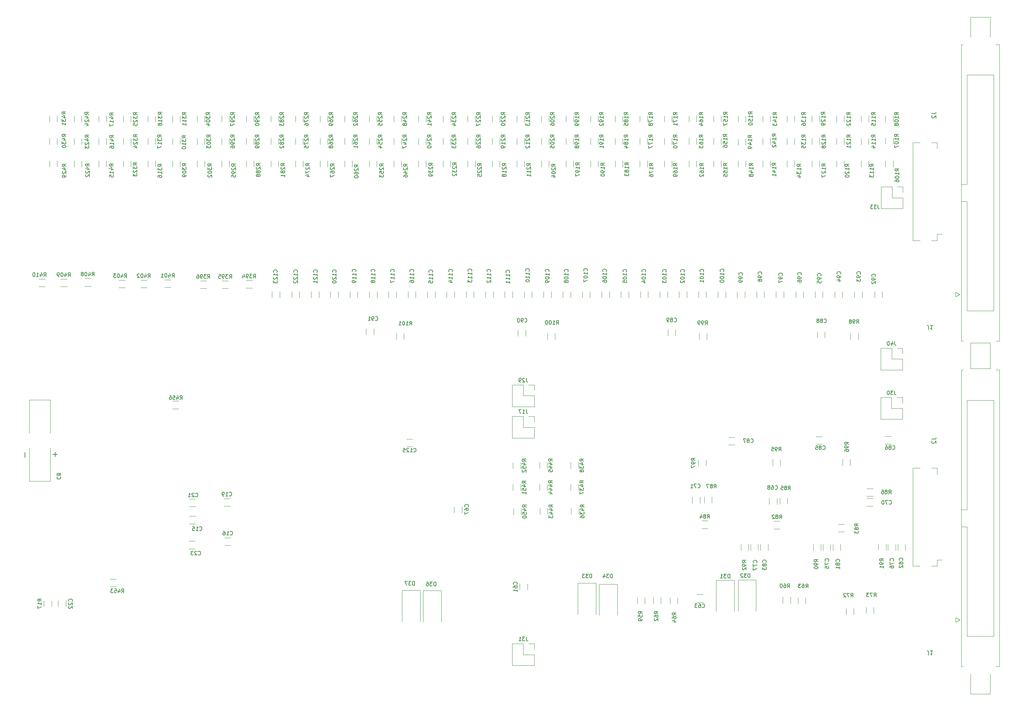
<source format=gbr>
%TF.GenerationSoftware,KiCad,Pcbnew,(7.0.0)*%
%TF.CreationDate,2024-10-14T13:46:47+03:30*%
%TF.ProjectId,tester,74657374-6572-42e6-9b69-6361645f7063,rev?*%
%TF.SameCoordinates,Original*%
%TF.FileFunction,Legend,Bot*%
%TF.FilePolarity,Positive*%
%FSLAX46Y46*%
G04 Gerber Fmt 4.6, Leading zero omitted, Abs format (unit mm)*
G04 Created by KiCad (PCBNEW (7.0.0)) date 2024-10-14 13:46:47*
%MOMM*%
%LPD*%
G01*
G04 APERTURE LIST*
%ADD10C,0.150000*%
%ADD11C,0.200000*%
%ADD12C,0.120000*%
G04 APERTURE END LIST*
D10*
%TO.C,J2*%
X246847380Y-105656666D02*
X247561666Y-105656666D01*
X247561666Y-105656666D02*
X247704523Y-105609047D01*
X247704523Y-105609047D02*
X247799761Y-105513809D01*
X247799761Y-105513809D02*
X247847380Y-105370952D01*
X247847380Y-105370952D02*
X247847380Y-105275714D01*
X246942619Y-106085238D02*
X246895000Y-106132857D01*
X246895000Y-106132857D02*
X246847380Y-106228095D01*
X246847380Y-106228095D02*
X246847380Y-106466190D01*
X246847380Y-106466190D02*
X246895000Y-106561428D01*
X246895000Y-106561428D02*
X246942619Y-106609047D01*
X246942619Y-106609047D02*
X247037857Y-106656666D01*
X247037857Y-106656666D02*
X247133095Y-106656666D01*
X247133095Y-106656666D02*
X247275952Y-106609047D01*
X247275952Y-106609047D02*
X247847380Y-106037619D01*
X247847380Y-106037619D02*
X247847380Y-106656666D01*
%TO.C,J1*%
X246066666Y-156932619D02*
X246066666Y-156218333D01*
X246066666Y-156218333D02*
X246019047Y-156075476D01*
X246019047Y-156075476D02*
X245923809Y-155980238D01*
X245923809Y-155980238D02*
X245780952Y-155932619D01*
X245780952Y-155932619D02*
X245685714Y-155932619D01*
X247066666Y-155932619D02*
X246495238Y-155932619D01*
X246780952Y-155932619D02*
X246780952Y-156932619D01*
X246780952Y-156932619D02*
X246685714Y-156789761D01*
X246685714Y-156789761D02*
X246590476Y-156694523D01*
X246590476Y-156694523D02*
X246495238Y-156646904D01*
%TO.C,J2*%
X246847380Y-28336666D02*
X247561666Y-28336666D01*
X247561666Y-28336666D02*
X247704523Y-28289047D01*
X247704523Y-28289047D02*
X247799761Y-28193809D01*
X247799761Y-28193809D02*
X247847380Y-28050952D01*
X247847380Y-28050952D02*
X247847380Y-27955714D01*
X246942619Y-28765238D02*
X246895000Y-28812857D01*
X246895000Y-28812857D02*
X246847380Y-28908095D01*
X246847380Y-28908095D02*
X246847380Y-29146190D01*
X246847380Y-29146190D02*
X246895000Y-29241428D01*
X246895000Y-29241428D02*
X246942619Y-29289047D01*
X246942619Y-29289047D02*
X247037857Y-29336666D01*
X247037857Y-29336666D02*
X247133095Y-29336666D01*
X247133095Y-29336666D02*
X247275952Y-29289047D01*
X247275952Y-29289047D02*
X247847380Y-28717619D01*
X247847380Y-28717619D02*
X247847380Y-29336666D01*
%TO.C,J1*%
X246066666Y-79612619D02*
X246066666Y-78898333D01*
X246066666Y-78898333D02*
X246019047Y-78755476D01*
X246019047Y-78755476D02*
X245923809Y-78660238D01*
X245923809Y-78660238D02*
X245780952Y-78612619D01*
X245780952Y-78612619D02*
X245685714Y-78612619D01*
X247066666Y-78612619D02*
X246495238Y-78612619D01*
X246780952Y-78612619D02*
X246780952Y-79612619D01*
X246780952Y-79612619D02*
X246685714Y-79469761D01*
X246685714Y-79469761D02*
X246590476Y-79374523D01*
X246590476Y-79374523D02*
X246495238Y-79326904D01*
%TO.C,R129*%
X221460642Y-28502857D02*
X221032071Y-28202857D01*
X221460642Y-27988571D02*
X220560642Y-27988571D01*
X220560642Y-27988571D02*
X220560642Y-28331428D01*
X220560642Y-28331428D02*
X220603500Y-28417143D01*
X220603500Y-28417143D02*
X220646357Y-28460000D01*
X220646357Y-28460000D02*
X220732071Y-28502857D01*
X220732071Y-28502857D02*
X220860642Y-28502857D01*
X220860642Y-28502857D02*
X220946357Y-28460000D01*
X220946357Y-28460000D02*
X220989214Y-28417143D01*
X220989214Y-28417143D02*
X221032071Y-28331428D01*
X221032071Y-28331428D02*
X221032071Y-27988571D01*
X221460642Y-29360000D02*
X221460642Y-28845714D01*
X221460642Y-29102857D02*
X220560642Y-29102857D01*
X220560642Y-29102857D02*
X220689214Y-29017143D01*
X220689214Y-29017143D02*
X220774928Y-28931428D01*
X220774928Y-28931428D02*
X220817785Y-28845714D01*
X220646357Y-29702857D02*
X220603500Y-29745714D01*
X220603500Y-29745714D02*
X220560642Y-29831429D01*
X220560642Y-29831429D02*
X220560642Y-30045714D01*
X220560642Y-30045714D02*
X220603500Y-30131429D01*
X220603500Y-30131429D02*
X220646357Y-30174286D01*
X220646357Y-30174286D02*
X220732071Y-30217143D01*
X220732071Y-30217143D02*
X220817785Y-30217143D01*
X220817785Y-30217143D02*
X220946357Y-30174286D01*
X220946357Y-30174286D02*
X221460642Y-29660000D01*
X221460642Y-29660000D02*
X221460642Y-30217143D01*
X221460642Y-30645714D02*
X221460642Y-30817143D01*
X221460642Y-30817143D02*
X221417785Y-30902857D01*
X221417785Y-30902857D02*
X221374928Y-30945714D01*
X221374928Y-30945714D02*
X221246357Y-31031429D01*
X221246357Y-31031429D02*
X221074928Y-31074286D01*
X221074928Y-31074286D02*
X220732071Y-31074286D01*
X220732071Y-31074286D02*
X220646357Y-31031429D01*
X220646357Y-31031429D02*
X220603500Y-30988572D01*
X220603500Y-30988572D02*
X220560642Y-30902857D01*
X220560642Y-30902857D02*
X220560642Y-30731429D01*
X220560642Y-30731429D02*
X220603500Y-30645714D01*
X220603500Y-30645714D02*
X220646357Y-30602857D01*
X220646357Y-30602857D02*
X220732071Y-30560000D01*
X220732071Y-30560000D02*
X220946357Y-30560000D01*
X220946357Y-30560000D02*
X221032071Y-30602857D01*
X221032071Y-30602857D02*
X221074928Y-30645714D01*
X221074928Y-30645714D02*
X221117785Y-30731429D01*
X221117785Y-30731429D02*
X221117785Y-30902857D01*
X221117785Y-30902857D02*
X221074928Y-30988572D01*
X221074928Y-30988572D02*
X221032071Y-31031429D01*
X221032071Y-31031429D02*
X220946357Y-31074286D01*
%TO.C,R97*%
X190620642Y-110691428D02*
X190192071Y-110391428D01*
X190620642Y-110177142D02*
X189720642Y-110177142D01*
X189720642Y-110177142D02*
X189720642Y-110519999D01*
X189720642Y-110519999D02*
X189763500Y-110605714D01*
X189763500Y-110605714D02*
X189806357Y-110648571D01*
X189806357Y-110648571D02*
X189892071Y-110691428D01*
X189892071Y-110691428D02*
X190020642Y-110691428D01*
X190020642Y-110691428D02*
X190106357Y-110648571D01*
X190106357Y-110648571D02*
X190149214Y-110605714D01*
X190149214Y-110605714D02*
X190192071Y-110519999D01*
X190192071Y-110519999D02*
X190192071Y-110177142D01*
X190620642Y-111119999D02*
X190620642Y-111291428D01*
X190620642Y-111291428D02*
X190577785Y-111377142D01*
X190577785Y-111377142D02*
X190534928Y-111419999D01*
X190534928Y-111419999D02*
X190406357Y-111505714D01*
X190406357Y-111505714D02*
X190234928Y-111548571D01*
X190234928Y-111548571D02*
X189892071Y-111548571D01*
X189892071Y-111548571D02*
X189806357Y-111505714D01*
X189806357Y-111505714D02*
X189763500Y-111462857D01*
X189763500Y-111462857D02*
X189720642Y-111377142D01*
X189720642Y-111377142D02*
X189720642Y-111205714D01*
X189720642Y-111205714D02*
X189763500Y-111119999D01*
X189763500Y-111119999D02*
X189806357Y-111077142D01*
X189806357Y-111077142D02*
X189892071Y-111034285D01*
X189892071Y-111034285D02*
X190106357Y-111034285D01*
X190106357Y-111034285D02*
X190192071Y-111077142D01*
X190192071Y-111077142D02*
X190234928Y-111119999D01*
X190234928Y-111119999D02*
X190277785Y-111205714D01*
X190277785Y-111205714D02*
X190277785Y-111377142D01*
X190277785Y-111377142D02*
X190234928Y-111462857D01*
X190234928Y-111462857D02*
X190192071Y-111505714D01*
X190192071Y-111505714D02*
X190106357Y-111548571D01*
X189720642Y-111848571D02*
X189720642Y-112448571D01*
X189720642Y-112448571D02*
X190620642Y-112062857D01*
%TO.C,C16*%
X80156071Y-128354928D02*
X80198928Y-128397785D01*
X80198928Y-128397785D02*
X80327500Y-128440642D01*
X80327500Y-128440642D02*
X80413214Y-128440642D01*
X80413214Y-128440642D02*
X80541785Y-128397785D01*
X80541785Y-128397785D02*
X80627500Y-128312071D01*
X80627500Y-128312071D02*
X80670357Y-128226357D01*
X80670357Y-128226357D02*
X80713214Y-128054928D01*
X80713214Y-128054928D02*
X80713214Y-127926357D01*
X80713214Y-127926357D02*
X80670357Y-127754928D01*
X80670357Y-127754928D02*
X80627500Y-127669214D01*
X80627500Y-127669214D02*
X80541785Y-127583500D01*
X80541785Y-127583500D02*
X80413214Y-127540642D01*
X80413214Y-127540642D02*
X80327500Y-127540642D01*
X80327500Y-127540642D02*
X80198928Y-127583500D01*
X80198928Y-127583500D02*
X80156071Y-127626357D01*
X79298928Y-128440642D02*
X79813214Y-128440642D01*
X79556071Y-128440642D02*
X79556071Y-127540642D01*
X79556071Y-127540642D02*
X79641785Y-127669214D01*
X79641785Y-127669214D02*
X79727500Y-127754928D01*
X79727500Y-127754928D02*
X79813214Y-127797785D01*
X78527500Y-127540642D02*
X78698928Y-127540642D01*
X78698928Y-127540642D02*
X78784642Y-127583500D01*
X78784642Y-127583500D02*
X78827500Y-127626357D01*
X78827500Y-127626357D02*
X78913214Y-127754928D01*
X78913214Y-127754928D02*
X78956071Y-127926357D01*
X78956071Y-127926357D02*
X78956071Y-128269214D01*
X78956071Y-128269214D02*
X78913214Y-128354928D01*
X78913214Y-128354928D02*
X78870357Y-128397785D01*
X78870357Y-128397785D02*
X78784642Y-128440642D01*
X78784642Y-128440642D02*
X78613214Y-128440642D01*
X78613214Y-128440642D02*
X78527500Y-128397785D01*
X78527500Y-128397785D02*
X78484642Y-128354928D01*
X78484642Y-128354928D02*
X78441785Y-128269214D01*
X78441785Y-128269214D02*
X78441785Y-128054928D01*
X78441785Y-128054928D02*
X78484642Y-127969214D01*
X78484642Y-127969214D02*
X78527500Y-127926357D01*
X78527500Y-127926357D02*
X78613214Y-127883500D01*
X78613214Y-127883500D02*
X78784642Y-127883500D01*
X78784642Y-127883500D02*
X78870357Y-127926357D01*
X78870357Y-127926357D02*
X78913214Y-127969214D01*
X78913214Y-127969214D02*
X78956071Y-128054928D01*
%TO.C,C22*%
X42594928Y-144171428D02*
X42637785Y-144128571D01*
X42637785Y-144128571D02*
X42680642Y-143999999D01*
X42680642Y-143999999D02*
X42680642Y-143914285D01*
X42680642Y-143914285D02*
X42637785Y-143785714D01*
X42637785Y-143785714D02*
X42552071Y-143699999D01*
X42552071Y-143699999D02*
X42466357Y-143657142D01*
X42466357Y-143657142D02*
X42294928Y-143614285D01*
X42294928Y-143614285D02*
X42166357Y-143614285D01*
X42166357Y-143614285D02*
X41994928Y-143657142D01*
X41994928Y-143657142D02*
X41909214Y-143699999D01*
X41909214Y-143699999D02*
X41823500Y-143785714D01*
X41823500Y-143785714D02*
X41780642Y-143914285D01*
X41780642Y-143914285D02*
X41780642Y-143999999D01*
X41780642Y-143999999D02*
X41823500Y-144128571D01*
X41823500Y-144128571D02*
X41866357Y-144171428D01*
X41866357Y-144514285D02*
X41823500Y-144557142D01*
X41823500Y-144557142D02*
X41780642Y-144642857D01*
X41780642Y-144642857D02*
X41780642Y-144857142D01*
X41780642Y-144857142D02*
X41823500Y-144942857D01*
X41823500Y-144942857D02*
X41866357Y-144985714D01*
X41866357Y-144985714D02*
X41952071Y-145028571D01*
X41952071Y-145028571D02*
X42037785Y-145028571D01*
X42037785Y-145028571D02*
X42166357Y-144985714D01*
X42166357Y-144985714D02*
X42680642Y-144471428D01*
X42680642Y-144471428D02*
X42680642Y-145028571D01*
X41866357Y-145371428D02*
X41823500Y-145414285D01*
X41823500Y-145414285D02*
X41780642Y-145500000D01*
X41780642Y-145500000D02*
X41780642Y-145714285D01*
X41780642Y-145714285D02*
X41823500Y-145800000D01*
X41823500Y-145800000D02*
X41866357Y-145842857D01*
X41866357Y-145842857D02*
X41952071Y-145885714D01*
X41952071Y-145885714D02*
X42037785Y-145885714D01*
X42037785Y-145885714D02*
X42166357Y-145842857D01*
X42166357Y-145842857D02*
X42680642Y-145328571D01*
X42680642Y-145328571D02*
X42680642Y-145885714D01*
%TO.C,R309*%
X69700642Y-40732857D02*
X69272071Y-40432857D01*
X69700642Y-40218571D02*
X68800642Y-40218571D01*
X68800642Y-40218571D02*
X68800642Y-40561428D01*
X68800642Y-40561428D02*
X68843500Y-40647143D01*
X68843500Y-40647143D02*
X68886357Y-40690000D01*
X68886357Y-40690000D02*
X68972071Y-40732857D01*
X68972071Y-40732857D02*
X69100642Y-40732857D01*
X69100642Y-40732857D02*
X69186357Y-40690000D01*
X69186357Y-40690000D02*
X69229214Y-40647143D01*
X69229214Y-40647143D02*
X69272071Y-40561428D01*
X69272071Y-40561428D02*
X69272071Y-40218571D01*
X68800642Y-41032857D02*
X68800642Y-41590000D01*
X68800642Y-41590000D02*
X69143500Y-41290000D01*
X69143500Y-41290000D02*
X69143500Y-41418571D01*
X69143500Y-41418571D02*
X69186357Y-41504286D01*
X69186357Y-41504286D02*
X69229214Y-41547143D01*
X69229214Y-41547143D02*
X69314928Y-41590000D01*
X69314928Y-41590000D02*
X69529214Y-41590000D01*
X69529214Y-41590000D02*
X69614928Y-41547143D01*
X69614928Y-41547143D02*
X69657785Y-41504286D01*
X69657785Y-41504286D02*
X69700642Y-41418571D01*
X69700642Y-41418571D02*
X69700642Y-41161428D01*
X69700642Y-41161428D02*
X69657785Y-41075714D01*
X69657785Y-41075714D02*
X69614928Y-41032857D01*
X68800642Y-42147143D02*
X68800642Y-42232857D01*
X68800642Y-42232857D02*
X68843500Y-42318571D01*
X68843500Y-42318571D02*
X68886357Y-42361429D01*
X68886357Y-42361429D02*
X68972071Y-42404286D01*
X68972071Y-42404286D02*
X69143500Y-42447143D01*
X69143500Y-42447143D02*
X69357785Y-42447143D01*
X69357785Y-42447143D02*
X69529214Y-42404286D01*
X69529214Y-42404286D02*
X69614928Y-42361429D01*
X69614928Y-42361429D02*
X69657785Y-42318571D01*
X69657785Y-42318571D02*
X69700642Y-42232857D01*
X69700642Y-42232857D02*
X69700642Y-42147143D01*
X69700642Y-42147143D02*
X69657785Y-42061429D01*
X69657785Y-42061429D02*
X69614928Y-42018571D01*
X69614928Y-42018571D02*
X69529214Y-41975714D01*
X69529214Y-41975714D02*
X69357785Y-41932857D01*
X69357785Y-41932857D02*
X69143500Y-41932857D01*
X69143500Y-41932857D02*
X68972071Y-41975714D01*
X68972071Y-41975714D02*
X68886357Y-42018571D01*
X68886357Y-42018571D02*
X68843500Y-42061429D01*
X68843500Y-42061429D02*
X68800642Y-42147143D01*
X69700642Y-42875714D02*
X69700642Y-43047143D01*
X69700642Y-43047143D02*
X69657785Y-43132857D01*
X69657785Y-43132857D02*
X69614928Y-43175714D01*
X69614928Y-43175714D02*
X69486357Y-43261429D01*
X69486357Y-43261429D02*
X69314928Y-43304286D01*
X69314928Y-43304286D02*
X68972071Y-43304286D01*
X68972071Y-43304286D02*
X68886357Y-43261429D01*
X68886357Y-43261429D02*
X68843500Y-43218572D01*
X68843500Y-43218572D02*
X68800642Y-43132857D01*
X68800642Y-43132857D02*
X68800642Y-42961429D01*
X68800642Y-42961429D02*
X68843500Y-42875714D01*
X68843500Y-42875714D02*
X68886357Y-42832857D01*
X68886357Y-42832857D02*
X68972071Y-42790000D01*
X68972071Y-42790000D02*
X69186357Y-42790000D01*
X69186357Y-42790000D02*
X69272071Y-42832857D01*
X69272071Y-42832857D02*
X69314928Y-42875714D01*
X69314928Y-42875714D02*
X69357785Y-42961429D01*
X69357785Y-42961429D02*
X69357785Y-43132857D01*
X69357785Y-43132857D02*
X69314928Y-43218572D01*
X69314928Y-43218572D02*
X69272071Y-43261429D01*
X69272071Y-43261429D02*
X69186357Y-43304286D01*
%TO.C,J29*%
X150498571Y-91160642D02*
X150498571Y-91803500D01*
X150498571Y-91803500D02*
X150541428Y-91932071D01*
X150541428Y-91932071D02*
X150627142Y-92017785D01*
X150627142Y-92017785D02*
X150755714Y-92060642D01*
X150755714Y-92060642D02*
X150841428Y-92060642D01*
X150112857Y-91246357D02*
X150070000Y-91203500D01*
X150070000Y-91203500D02*
X149984286Y-91160642D01*
X149984286Y-91160642D02*
X149770000Y-91160642D01*
X149770000Y-91160642D02*
X149684286Y-91203500D01*
X149684286Y-91203500D02*
X149641428Y-91246357D01*
X149641428Y-91246357D02*
X149598571Y-91332071D01*
X149598571Y-91332071D02*
X149598571Y-91417785D01*
X149598571Y-91417785D02*
X149641428Y-91546357D01*
X149641428Y-91546357D02*
X150155714Y-92060642D01*
X150155714Y-92060642D02*
X149598571Y-92060642D01*
X149170000Y-92060642D02*
X148998571Y-92060642D01*
X148998571Y-92060642D02*
X148912857Y-92017785D01*
X148912857Y-92017785D02*
X148870000Y-91974928D01*
X148870000Y-91974928D02*
X148784285Y-91846357D01*
X148784285Y-91846357D02*
X148741428Y-91674928D01*
X148741428Y-91674928D02*
X148741428Y-91332071D01*
X148741428Y-91332071D02*
X148784285Y-91246357D01*
X148784285Y-91246357D02*
X148827143Y-91203500D01*
X148827143Y-91203500D02*
X148912857Y-91160642D01*
X148912857Y-91160642D02*
X149084285Y-91160642D01*
X149084285Y-91160642D02*
X149170000Y-91203500D01*
X149170000Y-91203500D02*
X149212857Y-91246357D01*
X149212857Y-91246357D02*
X149255714Y-91332071D01*
X149255714Y-91332071D02*
X149255714Y-91546357D01*
X149255714Y-91546357D02*
X149212857Y-91632071D01*
X149212857Y-91632071D02*
X149170000Y-91674928D01*
X149170000Y-91674928D02*
X149084285Y-91717785D01*
X149084285Y-91717785D02*
X148912857Y-91717785D01*
X148912857Y-91717785D02*
X148827143Y-91674928D01*
X148827143Y-91674928D02*
X148784285Y-91632071D01*
X148784285Y-91632071D02*
X148741428Y-91546357D01*
%TO.C,C99*%
X201786428Y-66658492D02*
X201829285Y-66615635D01*
X201829285Y-66615635D02*
X201872142Y-66487063D01*
X201872142Y-66487063D02*
X201872142Y-66401349D01*
X201872142Y-66401349D02*
X201829285Y-66272778D01*
X201829285Y-66272778D02*
X201743571Y-66187063D01*
X201743571Y-66187063D02*
X201657857Y-66144206D01*
X201657857Y-66144206D02*
X201486428Y-66101349D01*
X201486428Y-66101349D02*
X201357857Y-66101349D01*
X201357857Y-66101349D02*
X201186428Y-66144206D01*
X201186428Y-66144206D02*
X201100714Y-66187063D01*
X201100714Y-66187063D02*
X201015000Y-66272778D01*
X201015000Y-66272778D02*
X200972142Y-66401349D01*
X200972142Y-66401349D02*
X200972142Y-66487063D01*
X200972142Y-66487063D02*
X201015000Y-66615635D01*
X201015000Y-66615635D02*
X201057857Y-66658492D01*
X201872142Y-67087063D02*
X201872142Y-67258492D01*
X201872142Y-67258492D02*
X201829285Y-67344206D01*
X201829285Y-67344206D02*
X201786428Y-67387063D01*
X201786428Y-67387063D02*
X201657857Y-67472778D01*
X201657857Y-67472778D02*
X201486428Y-67515635D01*
X201486428Y-67515635D02*
X201143571Y-67515635D01*
X201143571Y-67515635D02*
X201057857Y-67472778D01*
X201057857Y-67472778D02*
X201015000Y-67429921D01*
X201015000Y-67429921D02*
X200972142Y-67344206D01*
X200972142Y-67344206D02*
X200972142Y-67172778D01*
X200972142Y-67172778D02*
X201015000Y-67087063D01*
X201015000Y-67087063D02*
X201057857Y-67044206D01*
X201057857Y-67044206D02*
X201143571Y-67001349D01*
X201143571Y-67001349D02*
X201357857Y-67001349D01*
X201357857Y-67001349D02*
X201443571Y-67044206D01*
X201443571Y-67044206D02*
X201486428Y-67087063D01*
X201486428Y-67087063D02*
X201529285Y-67172778D01*
X201529285Y-67172778D02*
X201529285Y-67344206D01*
X201529285Y-67344206D02*
X201486428Y-67429921D01*
X201486428Y-67429921D02*
X201443571Y-67472778D01*
X201443571Y-67472778D02*
X201357857Y-67515635D01*
X201872142Y-67944206D02*
X201872142Y-68115635D01*
X201872142Y-68115635D02*
X201829285Y-68201349D01*
X201829285Y-68201349D02*
X201786428Y-68244206D01*
X201786428Y-68244206D02*
X201657857Y-68329921D01*
X201657857Y-68329921D02*
X201486428Y-68372778D01*
X201486428Y-68372778D02*
X201143571Y-68372778D01*
X201143571Y-68372778D02*
X201057857Y-68329921D01*
X201057857Y-68329921D02*
X201015000Y-68287064D01*
X201015000Y-68287064D02*
X200972142Y-68201349D01*
X200972142Y-68201349D02*
X200972142Y-68029921D01*
X200972142Y-68029921D02*
X201015000Y-67944206D01*
X201015000Y-67944206D02*
X201057857Y-67901349D01*
X201057857Y-67901349D02*
X201143571Y-67858492D01*
X201143571Y-67858492D02*
X201357857Y-67858492D01*
X201357857Y-67858492D02*
X201443571Y-67901349D01*
X201443571Y-67901349D02*
X201486428Y-67944206D01*
X201486428Y-67944206D02*
X201529285Y-68029921D01*
X201529285Y-68029921D02*
X201529285Y-68201349D01*
X201529285Y-68201349D02*
X201486428Y-68287064D01*
X201486428Y-68287064D02*
X201443571Y-68329921D01*
X201443571Y-68329921D02*
X201357857Y-68372778D01*
%TO.C,D37*%
X123942857Y-140350642D02*
X123942857Y-139450642D01*
X123942857Y-139450642D02*
X123728571Y-139450642D01*
X123728571Y-139450642D02*
X123600000Y-139493500D01*
X123600000Y-139493500D02*
X123514285Y-139579214D01*
X123514285Y-139579214D02*
X123471428Y-139664928D01*
X123471428Y-139664928D02*
X123428571Y-139836357D01*
X123428571Y-139836357D02*
X123428571Y-139964928D01*
X123428571Y-139964928D02*
X123471428Y-140136357D01*
X123471428Y-140136357D02*
X123514285Y-140222071D01*
X123514285Y-140222071D02*
X123600000Y-140307785D01*
X123600000Y-140307785D02*
X123728571Y-140350642D01*
X123728571Y-140350642D02*
X123942857Y-140350642D01*
X123128571Y-139450642D02*
X122571428Y-139450642D01*
X122571428Y-139450642D02*
X122871428Y-139793500D01*
X122871428Y-139793500D02*
X122742857Y-139793500D01*
X122742857Y-139793500D02*
X122657143Y-139836357D01*
X122657143Y-139836357D02*
X122614285Y-139879214D01*
X122614285Y-139879214D02*
X122571428Y-139964928D01*
X122571428Y-139964928D02*
X122571428Y-140179214D01*
X122571428Y-140179214D02*
X122614285Y-140264928D01*
X122614285Y-140264928D02*
X122657143Y-140307785D01*
X122657143Y-140307785D02*
X122742857Y-140350642D01*
X122742857Y-140350642D02*
X123000000Y-140350642D01*
X123000000Y-140350642D02*
X123085714Y-140307785D01*
X123085714Y-140307785D02*
X123128571Y-140264928D01*
X122271428Y-139450642D02*
X121671428Y-139450642D01*
X121671428Y-139450642D02*
X122057142Y-140350642D01*
%TO.C,R262*%
X110380152Y-28577857D02*
X109951581Y-28277857D01*
X110380152Y-28063571D02*
X109480152Y-28063571D01*
X109480152Y-28063571D02*
X109480152Y-28406428D01*
X109480152Y-28406428D02*
X109523010Y-28492143D01*
X109523010Y-28492143D02*
X109565867Y-28535000D01*
X109565867Y-28535000D02*
X109651581Y-28577857D01*
X109651581Y-28577857D02*
X109780152Y-28577857D01*
X109780152Y-28577857D02*
X109865867Y-28535000D01*
X109865867Y-28535000D02*
X109908724Y-28492143D01*
X109908724Y-28492143D02*
X109951581Y-28406428D01*
X109951581Y-28406428D02*
X109951581Y-28063571D01*
X109565867Y-28920714D02*
X109523010Y-28963571D01*
X109523010Y-28963571D02*
X109480152Y-29049286D01*
X109480152Y-29049286D02*
X109480152Y-29263571D01*
X109480152Y-29263571D02*
X109523010Y-29349286D01*
X109523010Y-29349286D02*
X109565867Y-29392143D01*
X109565867Y-29392143D02*
X109651581Y-29435000D01*
X109651581Y-29435000D02*
X109737295Y-29435000D01*
X109737295Y-29435000D02*
X109865867Y-29392143D01*
X109865867Y-29392143D02*
X110380152Y-28877857D01*
X110380152Y-28877857D02*
X110380152Y-29435000D01*
X109480152Y-30206429D02*
X109480152Y-30035000D01*
X109480152Y-30035000D02*
X109523010Y-29949286D01*
X109523010Y-29949286D02*
X109565867Y-29906429D01*
X109565867Y-29906429D02*
X109694438Y-29820714D01*
X109694438Y-29820714D02*
X109865867Y-29777857D01*
X109865867Y-29777857D02*
X110208724Y-29777857D01*
X110208724Y-29777857D02*
X110294438Y-29820714D01*
X110294438Y-29820714D02*
X110337295Y-29863571D01*
X110337295Y-29863571D02*
X110380152Y-29949286D01*
X110380152Y-29949286D02*
X110380152Y-30120714D01*
X110380152Y-30120714D02*
X110337295Y-30206429D01*
X110337295Y-30206429D02*
X110294438Y-30249286D01*
X110294438Y-30249286D02*
X110208724Y-30292143D01*
X110208724Y-30292143D02*
X109994438Y-30292143D01*
X109994438Y-30292143D02*
X109908724Y-30249286D01*
X109908724Y-30249286D02*
X109865867Y-30206429D01*
X109865867Y-30206429D02*
X109823010Y-30120714D01*
X109823010Y-30120714D02*
X109823010Y-29949286D01*
X109823010Y-29949286D02*
X109865867Y-29863571D01*
X109865867Y-29863571D02*
X109908724Y-29820714D01*
X109908724Y-29820714D02*
X109994438Y-29777857D01*
X109565867Y-30635000D02*
X109523010Y-30677857D01*
X109523010Y-30677857D02*
X109480152Y-30763572D01*
X109480152Y-30763572D02*
X109480152Y-30977857D01*
X109480152Y-30977857D02*
X109523010Y-31063572D01*
X109523010Y-31063572D02*
X109565867Y-31106429D01*
X109565867Y-31106429D02*
X109651581Y-31149286D01*
X109651581Y-31149286D02*
X109737295Y-31149286D01*
X109737295Y-31149286D02*
X109865867Y-31106429D01*
X109865867Y-31106429D02*
X110380152Y-30592143D01*
X110380152Y-30592143D02*
X110380152Y-31149286D01*
%TO.C,R241*%
X127906236Y-28577857D02*
X127477665Y-28277857D01*
X127906236Y-28063571D02*
X127006236Y-28063571D01*
X127006236Y-28063571D02*
X127006236Y-28406428D01*
X127006236Y-28406428D02*
X127049094Y-28492143D01*
X127049094Y-28492143D02*
X127091951Y-28535000D01*
X127091951Y-28535000D02*
X127177665Y-28577857D01*
X127177665Y-28577857D02*
X127306236Y-28577857D01*
X127306236Y-28577857D02*
X127391951Y-28535000D01*
X127391951Y-28535000D02*
X127434808Y-28492143D01*
X127434808Y-28492143D02*
X127477665Y-28406428D01*
X127477665Y-28406428D02*
X127477665Y-28063571D01*
X127091951Y-28920714D02*
X127049094Y-28963571D01*
X127049094Y-28963571D02*
X127006236Y-29049286D01*
X127006236Y-29049286D02*
X127006236Y-29263571D01*
X127006236Y-29263571D02*
X127049094Y-29349286D01*
X127049094Y-29349286D02*
X127091951Y-29392143D01*
X127091951Y-29392143D02*
X127177665Y-29435000D01*
X127177665Y-29435000D02*
X127263379Y-29435000D01*
X127263379Y-29435000D02*
X127391951Y-29392143D01*
X127391951Y-29392143D02*
X127906236Y-28877857D01*
X127906236Y-28877857D02*
X127906236Y-29435000D01*
X127306236Y-30206429D02*
X127906236Y-30206429D01*
X126963379Y-29992143D02*
X127606236Y-29777857D01*
X127606236Y-29777857D02*
X127606236Y-30335000D01*
X127906236Y-31149286D02*
X127906236Y-30635000D01*
X127906236Y-30892143D02*
X127006236Y-30892143D01*
X127006236Y-30892143D02*
X127134808Y-30806429D01*
X127134808Y-30806429D02*
X127220522Y-30720714D01*
X127220522Y-30720714D02*
X127263379Y-30635000D01*
%TO.C,R260*%
X110560642Y-41002857D02*
X110132071Y-40702857D01*
X110560642Y-40488571D02*
X109660642Y-40488571D01*
X109660642Y-40488571D02*
X109660642Y-40831428D01*
X109660642Y-40831428D02*
X109703500Y-40917143D01*
X109703500Y-40917143D02*
X109746357Y-40960000D01*
X109746357Y-40960000D02*
X109832071Y-41002857D01*
X109832071Y-41002857D02*
X109960642Y-41002857D01*
X109960642Y-41002857D02*
X110046357Y-40960000D01*
X110046357Y-40960000D02*
X110089214Y-40917143D01*
X110089214Y-40917143D02*
X110132071Y-40831428D01*
X110132071Y-40831428D02*
X110132071Y-40488571D01*
X109746357Y-41345714D02*
X109703500Y-41388571D01*
X109703500Y-41388571D02*
X109660642Y-41474286D01*
X109660642Y-41474286D02*
X109660642Y-41688571D01*
X109660642Y-41688571D02*
X109703500Y-41774286D01*
X109703500Y-41774286D02*
X109746357Y-41817143D01*
X109746357Y-41817143D02*
X109832071Y-41860000D01*
X109832071Y-41860000D02*
X109917785Y-41860000D01*
X109917785Y-41860000D02*
X110046357Y-41817143D01*
X110046357Y-41817143D02*
X110560642Y-41302857D01*
X110560642Y-41302857D02*
X110560642Y-41860000D01*
X109660642Y-42631429D02*
X109660642Y-42460000D01*
X109660642Y-42460000D02*
X109703500Y-42374286D01*
X109703500Y-42374286D02*
X109746357Y-42331429D01*
X109746357Y-42331429D02*
X109874928Y-42245714D01*
X109874928Y-42245714D02*
X110046357Y-42202857D01*
X110046357Y-42202857D02*
X110389214Y-42202857D01*
X110389214Y-42202857D02*
X110474928Y-42245714D01*
X110474928Y-42245714D02*
X110517785Y-42288571D01*
X110517785Y-42288571D02*
X110560642Y-42374286D01*
X110560642Y-42374286D02*
X110560642Y-42545714D01*
X110560642Y-42545714D02*
X110517785Y-42631429D01*
X110517785Y-42631429D02*
X110474928Y-42674286D01*
X110474928Y-42674286D02*
X110389214Y-42717143D01*
X110389214Y-42717143D02*
X110174928Y-42717143D01*
X110174928Y-42717143D02*
X110089214Y-42674286D01*
X110089214Y-42674286D02*
X110046357Y-42631429D01*
X110046357Y-42631429D02*
X110003500Y-42545714D01*
X110003500Y-42545714D02*
X110003500Y-42374286D01*
X110003500Y-42374286D02*
X110046357Y-42288571D01*
X110046357Y-42288571D02*
X110089214Y-42245714D01*
X110089214Y-42245714D02*
X110174928Y-42202857D01*
X109660642Y-43274286D02*
X109660642Y-43360000D01*
X109660642Y-43360000D02*
X109703500Y-43445714D01*
X109703500Y-43445714D02*
X109746357Y-43488572D01*
X109746357Y-43488572D02*
X109832071Y-43531429D01*
X109832071Y-43531429D02*
X110003500Y-43574286D01*
X110003500Y-43574286D02*
X110217785Y-43574286D01*
X110217785Y-43574286D02*
X110389214Y-43531429D01*
X110389214Y-43531429D02*
X110474928Y-43488572D01*
X110474928Y-43488572D02*
X110517785Y-43445714D01*
X110517785Y-43445714D02*
X110560642Y-43360000D01*
X110560642Y-43360000D02*
X110560642Y-43274286D01*
X110560642Y-43274286D02*
X110517785Y-43188572D01*
X110517785Y-43188572D02*
X110474928Y-43145714D01*
X110474928Y-43145714D02*
X110389214Y-43102857D01*
X110389214Y-43102857D02*
X110217785Y-43060000D01*
X110217785Y-43060000D02*
X110003500Y-43060000D01*
X110003500Y-43060000D02*
X109832071Y-43102857D01*
X109832071Y-43102857D02*
X109746357Y-43145714D01*
X109746357Y-43145714D02*
X109703500Y-43188572D01*
X109703500Y-43188572D02*
X109660642Y-43274286D01*
%TO.C,R409*%
X41647142Y-66995642D02*
X41947142Y-66567071D01*
X42161428Y-66995642D02*
X42161428Y-66095642D01*
X42161428Y-66095642D02*
X41818571Y-66095642D01*
X41818571Y-66095642D02*
X41732856Y-66138500D01*
X41732856Y-66138500D02*
X41689999Y-66181357D01*
X41689999Y-66181357D02*
X41647142Y-66267071D01*
X41647142Y-66267071D02*
X41647142Y-66395642D01*
X41647142Y-66395642D02*
X41689999Y-66481357D01*
X41689999Y-66481357D02*
X41732856Y-66524214D01*
X41732856Y-66524214D02*
X41818571Y-66567071D01*
X41818571Y-66567071D02*
X42161428Y-66567071D01*
X40875714Y-66395642D02*
X40875714Y-66995642D01*
X41089999Y-66052785D02*
X41304285Y-66695642D01*
X41304285Y-66695642D02*
X40747142Y-66695642D01*
X40232856Y-66095642D02*
X40147142Y-66095642D01*
X40147142Y-66095642D02*
X40061428Y-66138500D01*
X40061428Y-66138500D02*
X40018571Y-66181357D01*
X40018571Y-66181357D02*
X39975713Y-66267071D01*
X39975713Y-66267071D02*
X39932856Y-66438500D01*
X39932856Y-66438500D02*
X39932856Y-66652785D01*
X39932856Y-66652785D02*
X39975713Y-66824214D01*
X39975713Y-66824214D02*
X40018571Y-66909928D01*
X40018571Y-66909928D02*
X40061428Y-66952785D01*
X40061428Y-66952785D02*
X40147142Y-66995642D01*
X40147142Y-66995642D02*
X40232856Y-66995642D01*
X40232856Y-66995642D02*
X40318571Y-66952785D01*
X40318571Y-66952785D02*
X40361428Y-66909928D01*
X40361428Y-66909928D02*
X40404285Y-66824214D01*
X40404285Y-66824214D02*
X40447142Y-66652785D01*
X40447142Y-66652785D02*
X40447142Y-66438500D01*
X40447142Y-66438500D02*
X40404285Y-66267071D01*
X40404285Y-66267071D02*
X40361428Y-66181357D01*
X40361428Y-66181357D02*
X40318571Y-66138500D01*
X40318571Y-66138500D02*
X40232856Y-66095642D01*
X39504285Y-66995642D02*
X39332856Y-66995642D01*
X39332856Y-66995642D02*
X39247142Y-66952785D01*
X39247142Y-66952785D02*
X39204285Y-66909928D01*
X39204285Y-66909928D02*
X39118570Y-66781357D01*
X39118570Y-66781357D02*
X39075713Y-66609928D01*
X39075713Y-66609928D02*
X39075713Y-66267071D01*
X39075713Y-66267071D02*
X39118570Y-66181357D01*
X39118570Y-66181357D02*
X39161428Y-66138500D01*
X39161428Y-66138500D02*
X39247142Y-66095642D01*
X39247142Y-66095642D02*
X39418570Y-66095642D01*
X39418570Y-66095642D02*
X39504285Y-66138500D01*
X39504285Y-66138500D02*
X39547142Y-66181357D01*
X39547142Y-66181357D02*
X39589999Y-66267071D01*
X39589999Y-66267071D02*
X39589999Y-66481357D01*
X39589999Y-66481357D02*
X39547142Y-66567071D01*
X39547142Y-66567071D02*
X39504285Y-66609928D01*
X39504285Y-66609928D02*
X39418570Y-66652785D01*
X39418570Y-66652785D02*
X39247142Y-66652785D01*
X39247142Y-66652785D02*
X39161428Y-66609928D01*
X39161428Y-66609928D02*
X39118570Y-66567071D01*
X39118570Y-66567071D02*
X39075713Y-66481357D01*
%TO.C,R311*%
X69700642Y-28562857D02*
X69272071Y-28262857D01*
X69700642Y-28048571D02*
X68800642Y-28048571D01*
X68800642Y-28048571D02*
X68800642Y-28391428D01*
X68800642Y-28391428D02*
X68843500Y-28477143D01*
X68843500Y-28477143D02*
X68886357Y-28520000D01*
X68886357Y-28520000D02*
X68972071Y-28562857D01*
X68972071Y-28562857D02*
X69100642Y-28562857D01*
X69100642Y-28562857D02*
X69186357Y-28520000D01*
X69186357Y-28520000D02*
X69229214Y-28477143D01*
X69229214Y-28477143D02*
X69272071Y-28391428D01*
X69272071Y-28391428D02*
X69272071Y-28048571D01*
X68800642Y-28862857D02*
X68800642Y-29420000D01*
X68800642Y-29420000D02*
X69143500Y-29120000D01*
X69143500Y-29120000D02*
X69143500Y-29248571D01*
X69143500Y-29248571D02*
X69186357Y-29334286D01*
X69186357Y-29334286D02*
X69229214Y-29377143D01*
X69229214Y-29377143D02*
X69314928Y-29420000D01*
X69314928Y-29420000D02*
X69529214Y-29420000D01*
X69529214Y-29420000D02*
X69614928Y-29377143D01*
X69614928Y-29377143D02*
X69657785Y-29334286D01*
X69657785Y-29334286D02*
X69700642Y-29248571D01*
X69700642Y-29248571D02*
X69700642Y-28991428D01*
X69700642Y-28991428D02*
X69657785Y-28905714D01*
X69657785Y-28905714D02*
X69614928Y-28862857D01*
X69700642Y-30277143D02*
X69700642Y-29762857D01*
X69700642Y-30020000D02*
X68800642Y-30020000D01*
X68800642Y-30020000D02*
X68929214Y-29934286D01*
X68929214Y-29934286D02*
X69014928Y-29848571D01*
X69014928Y-29848571D02*
X69057785Y-29762857D01*
X69700642Y-31134286D02*
X69700642Y-30620000D01*
X69700642Y-30877143D02*
X68800642Y-30877143D01*
X68800642Y-30877143D02*
X68929214Y-30791429D01*
X68929214Y-30791429D02*
X69014928Y-30705714D01*
X69014928Y-30705714D02*
X69057785Y-30620000D01*
%TO.C,C88*%
X221218571Y-77874928D02*
X221261428Y-77917785D01*
X221261428Y-77917785D02*
X221390000Y-77960642D01*
X221390000Y-77960642D02*
X221475714Y-77960642D01*
X221475714Y-77960642D02*
X221604285Y-77917785D01*
X221604285Y-77917785D02*
X221690000Y-77832071D01*
X221690000Y-77832071D02*
X221732857Y-77746357D01*
X221732857Y-77746357D02*
X221775714Y-77574928D01*
X221775714Y-77574928D02*
X221775714Y-77446357D01*
X221775714Y-77446357D02*
X221732857Y-77274928D01*
X221732857Y-77274928D02*
X221690000Y-77189214D01*
X221690000Y-77189214D02*
X221604285Y-77103500D01*
X221604285Y-77103500D02*
X221475714Y-77060642D01*
X221475714Y-77060642D02*
X221390000Y-77060642D01*
X221390000Y-77060642D02*
X221261428Y-77103500D01*
X221261428Y-77103500D02*
X221218571Y-77146357D01*
X220704285Y-77446357D02*
X220790000Y-77403500D01*
X220790000Y-77403500D02*
X220832857Y-77360642D01*
X220832857Y-77360642D02*
X220875714Y-77274928D01*
X220875714Y-77274928D02*
X220875714Y-77232071D01*
X220875714Y-77232071D02*
X220832857Y-77146357D01*
X220832857Y-77146357D02*
X220790000Y-77103500D01*
X220790000Y-77103500D02*
X220704285Y-77060642D01*
X220704285Y-77060642D02*
X220532857Y-77060642D01*
X220532857Y-77060642D02*
X220447143Y-77103500D01*
X220447143Y-77103500D02*
X220404285Y-77146357D01*
X220404285Y-77146357D02*
X220361428Y-77232071D01*
X220361428Y-77232071D02*
X220361428Y-77274928D01*
X220361428Y-77274928D02*
X220404285Y-77360642D01*
X220404285Y-77360642D02*
X220447143Y-77403500D01*
X220447143Y-77403500D02*
X220532857Y-77446357D01*
X220532857Y-77446357D02*
X220704285Y-77446357D01*
X220704285Y-77446357D02*
X220790000Y-77489214D01*
X220790000Y-77489214D02*
X220832857Y-77532071D01*
X220832857Y-77532071D02*
X220875714Y-77617785D01*
X220875714Y-77617785D02*
X220875714Y-77789214D01*
X220875714Y-77789214D02*
X220832857Y-77874928D01*
X220832857Y-77874928D02*
X220790000Y-77917785D01*
X220790000Y-77917785D02*
X220704285Y-77960642D01*
X220704285Y-77960642D02*
X220532857Y-77960642D01*
X220532857Y-77960642D02*
X220447143Y-77917785D01*
X220447143Y-77917785D02*
X220404285Y-77874928D01*
X220404285Y-77874928D02*
X220361428Y-77789214D01*
X220361428Y-77789214D02*
X220361428Y-77617785D01*
X220361428Y-77617785D02*
X220404285Y-77532071D01*
X220404285Y-77532071D02*
X220447143Y-77489214D01*
X220447143Y-77489214D02*
X220532857Y-77446357D01*
X219847142Y-77446357D02*
X219932857Y-77403500D01*
X219932857Y-77403500D02*
X219975714Y-77360642D01*
X219975714Y-77360642D02*
X220018571Y-77274928D01*
X220018571Y-77274928D02*
X220018571Y-77232071D01*
X220018571Y-77232071D02*
X219975714Y-77146357D01*
X219975714Y-77146357D02*
X219932857Y-77103500D01*
X219932857Y-77103500D02*
X219847142Y-77060642D01*
X219847142Y-77060642D02*
X219675714Y-77060642D01*
X219675714Y-77060642D02*
X219590000Y-77103500D01*
X219590000Y-77103500D02*
X219547142Y-77146357D01*
X219547142Y-77146357D02*
X219504285Y-77232071D01*
X219504285Y-77232071D02*
X219504285Y-77274928D01*
X219504285Y-77274928D02*
X219547142Y-77360642D01*
X219547142Y-77360642D02*
X219590000Y-77403500D01*
X219590000Y-77403500D02*
X219675714Y-77446357D01*
X219675714Y-77446357D02*
X219847142Y-77446357D01*
X219847142Y-77446357D02*
X219932857Y-77489214D01*
X219932857Y-77489214D02*
X219975714Y-77532071D01*
X219975714Y-77532071D02*
X220018571Y-77617785D01*
X220018571Y-77617785D02*
X220018571Y-77789214D01*
X220018571Y-77789214D02*
X219975714Y-77874928D01*
X219975714Y-77874928D02*
X219932857Y-77917785D01*
X219932857Y-77917785D02*
X219847142Y-77960642D01*
X219847142Y-77960642D02*
X219675714Y-77960642D01*
X219675714Y-77960642D02*
X219590000Y-77917785D01*
X219590000Y-77917785D02*
X219547142Y-77874928D01*
X219547142Y-77874928D02*
X219504285Y-77789214D01*
X219504285Y-77789214D02*
X219504285Y-77617785D01*
X219504285Y-77617785D02*
X219547142Y-77532071D01*
X219547142Y-77532071D02*
X219590000Y-77489214D01*
X219590000Y-77489214D02*
X219675714Y-77446357D01*
%TO.C,C115*%
X128166428Y-65979921D02*
X128209285Y-65937064D01*
X128209285Y-65937064D02*
X128252142Y-65808492D01*
X128252142Y-65808492D02*
X128252142Y-65722778D01*
X128252142Y-65722778D02*
X128209285Y-65594207D01*
X128209285Y-65594207D02*
X128123571Y-65508492D01*
X128123571Y-65508492D02*
X128037857Y-65465635D01*
X128037857Y-65465635D02*
X127866428Y-65422778D01*
X127866428Y-65422778D02*
X127737857Y-65422778D01*
X127737857Y-65422778D02*
X127566428Y-65465635D01*
X127566428Y-65465635D02*
X127480714Y-65508492D01*
X127480714Y-65508492D02*
X127395000Y-65594207D01*
X127395000Y-65594207D02*
X127352142Y-65722778D01*
X127352142Y-65722778D02*
X127352142Y-65808492D01*
X127352142Y-65808492D02*
X127395000Y-65937064D01*
X127395000Y-65937064D02*
X127437857Y-65979921D01*
X128252142Y-66837064D02*
X128252142Y-66322778D01*
X128252142Y-66579921D02*
X127352142Y-66579921D01*
X127352142Y-66579921D02*
X127480714Y-66494207D01*
X127480714Y-66494207D02*
X127566428Y-66408492D01*
X127566428Y-66408492D02*
X127609285Y-66322778D01*
X128252142Y-67694207D02*
X128252142Y-67179921D01*
X128252142Y-67437064D02*
X127352142Y-67437064D01*
X127352142Y-67437064D02*
X127480714Y-67351350D01*
X127480714Y-67351350D02*
X127566428Y-67265635D01*
X127566428Y-67265635D02*
X127609285Y-67179921D01*
X127352142Y-68508493D02*
X127352142Y-68079921D01*
X127352142Y-68079921D02*
X127780714Y-68037064D01*
X127780714Y-68037064D02*
X127737857Y-68079921D01*
X127737857Y-68079921D02*
X127695000Y-68165636D01*
X127695000Y-68165636D02*
X127695000Y-68379921D01*
X127695000Y-68379921D02*
X127737857Y-68465636D01*
X127737857Y-68465636D02*
X127780714Y-68508493D01*
X127780714Y-68508493D02*
X127866428Y-68551350D01*
X127866428Y-68551350D02*
X128080714Y-68551350D01*
X128080714Y-68551350D02*
X128166428Y-68508493D01*
X128166428Y-68508493D02*
X128209285Y-68465636D01*
X128209285Y-68465636D02*
X128252142Y-68379921D01*
X128252142Y-68379921D02*
X128252142Y-68165636D01*
X128252142Y-68165636D02*
X128209285Y-68079921D01*
X128209285Y-68079921D02*
X128166428Y-68037064D01*
%TO.C,D32*%
X203652857Y-138510642D02*
X203652857Y-137610642D01*
X203652857Y-137610642D02*
X203438571Y-137610642D01*
X203438571Y-137610642D02*
X203310000Y-137653500D01*
X203310000Y-137653500D02*
X203224285Y-137739214D01*
X203224285Y-137739214D02*
X203181428Y-137824928D01*
X203181428Y-137824928D02*
X203138571Y-137996357D01*
X203138571Y-137996357D02*
X203138571Y-138124928D01*
X203138571Y-138124928D02*
X203181428Y-138296357D01*
X203181428Y-138296357D02*
X203224285Y-138382071D01*
X203224285Y-138382071D02*
X203310000Y-138467785D01*
X203310000Y-138467785D02*
X203438571Y-138510642D01*
X203438571Y-138510642D02*
X203652857Y-138510642D01*
X202838571Y-137610642D02*
X202281428Y-137610642D01*
X202281428Y-137610642D02*
X202581428Y-137953500D01*
X202581428Y-137953500D02*
X202452857Y-137953500D01*
X202452857Y-137953500D02*
X202367143Y-137996357D01*
X202367143Y-137996357D02*
X202324285Y-138039214D01*
X202324285Y-138039214D02*
X202281428Y-138124928D01*
X202281428Y-138124928D02*
X202281428Y-138339214D01*
X202281428Y-138339214D02*
X202324285Y-138424928D01*
X202324285Y-138424928D02*
X202367143Y-138467785D01*
X202367143Y-138467785D02*
X202452857Y-138510642D01*
X202452857Y-138510642D02*
X202710000Y-138510642D01*
X202710000Y-138510642D02*
X202795714Y-138467785D01*
X202795714Y-138467785D02*
X202838571Y-138424928D01*
X201938571Y-137696357D02*
X201895714Y-137653500D01*
X201895714Y-137653500D02*
X201810000Y-137610642D01*
X201810000Y-137610642D02*
X201595714Y-137610642D01*
X201595714Y-137610642D02*
X201510000Y-137653500D01*
X201510000Y-137653500D02*
X201467142Y-137696357D01*
X201467142Y-137696357D02*
X201424285Y-137782071D01*
X201424285Y-137782071D02*
X201424285Y-137867785D01*
X201424285Y-137867785D02*
X201467142Y-137996357D01*
X201467142Y-137996357D02*
X201981428Y-138510642D01*
X201981428Y-138510642D02*
X201424285Y-138510642D01*
%TO.C,R395*%
X79972142Y-67445642D02*
X80272142Y-67017071D01*
X80486428Y-67445642D02*
X80486428Y-66545642D01*
X80486428Y-66545642D02*
X80143571Y-66545642D01*
X80143571Y-66545642D02*
X80057856Y-66588500D01*
X80057856Y-66588500D02*
X80014999Y-66631357D01*
X80014999Y-66631357D02*
X79972142Y-66717071D01*
X79972142Y-66717071D02*
X79972142Y-66845642D01*
X79972142Y-66845642D02*
X80014999Y-66931357D01*
X80014999Y-66931357D02*
X80057856Y-66974214D01*
X80057856Y-66974214D02*
X80143571Y-67017071D01*
X80143571Y-67017071D02*
X80486428Y-67017071D01*
X79672142Y-66545642D02*
X79114999Y-66545642D01*
X79114999Y-66545642D02*
X79414999Y-66888500D01*
X79414999Y-66888500D02*
X79286428Y-66888500D01*
X79286428Y-66888500D02*
X79200714Y-66931357D01*
X79200714Y-66931357D02*
X79157856Y-66974214D01*
X79157856Y-66974214D02*
X79114999Y-67059928D01*
X79114999Y-67059928D02*
X79114999Y-67274214D01*
X79114999Y-67274214D02*
X79157856Y-67359928D01*
X79157856Y-67359928D02*
X79200714Y-67402785D01*
X79200714Y-67402785D02*
X79286428Y-67445642D01*
X79286428Y-67445642D02*
X79543571Y-67445642D01*
X79543571Y-67445642D02*
X79629285Y-67402785D01*
X79629285Y-67402785D02*
X79672142Y-67359928D01*
X78686428Y-67445642D02*
X78514999Y-67445642D01*
X78514999Y-67445642D02*
X78429285Y-67402785D01*
X78429285Y-67402785D02*
X78386428Y-67359928D01*
X78386428Y-67359928D02*
X78300713Y-67231357D01*
X78300713Y-67231357D02*
X78257856Y-67059928D01*
X78257856Y-67059928D02*
X78257856Y-66717071D01*
X78257856Y-66717071D02*
X78300713Y-66631357D01*
X78300713Y-66631357D02*
X78343571Y-66588500D01*
X78343571Y-66588500D02*
X78429285Y-66545642D01*
X78429285Y-66545642D02*
X78600713Y-66545642D01*
X78600713Y-66545642D02*
X78686428Y-66588500D01*
X78686428Y-66588500D02*
X78729285Y-66631357D01*
X78729285Y-66631357D02*
X78772142Y-66717071D01*
X78772142Y-66717071D02*
X78772142Y-66931357D01*
X78772142Y-66931357D02*
X78729285Y-67017071D01*
X78729285Y-67017071D02*
X78686428Y-67059928D01*
X78686428Y-67059928D02*
X78600713Y-67102785D01*
X78600713Y-67102785D02*
X78429285Y-67102785D01*
X78429285Y-67102785D02*
X78343571Y-67059928D01*
X78343571Y-67059928D02*
X78300713Y-67017071D01*
X78300713Y-67017071D02*
X78257856Y-66931357D01*
X77443570Y-66545642D02*
X77872142Y-66545642D01*
X77872142Y-66545642D02*
X77914999Y-66974214D01*
X77914999Y-66974214D02*
X77872142Y-66931357D01*
X77872142Y-66931357D02*
X77786428Y-66888500D01*
X77786428Y-66888500D02*
X77572142Y-66888500D01*
X77572142Y-66888500D02*
X77486428Y-66931357D01*
X77486428Y-66931357D02*
X77443570Y-66974214D01*
X77443570Y-66974214D02*
X77400713Y-67059928D01*
X77400713Y-67059928D02*
X77400713Y-67274214D01*
X77400713Y-67274214D02*
X77443570Y-67359928D01*
X77443570Y-67359928D02*
X77486428Y-67402785D01*
X77486428Y-67402785D02*
X77572142Y-67445642D01*
X77572142Y-67445642D02*
X77786428Y-67445642D01*
X77786428Y-67445642D02*
X77872142Y-67402785D01*
X77872142Y-67402785D02*
X77914999Y-67359928D01*
%TO.C,R408*%
X47347142Y-66895641D02*
X47647142Y-66467070D01*
X47861428Y-66895641D02*
X47861428Y-65995641D01*
X47861428Y-65995641D02*
X47518571Y-65995641D01*
X47518571Y-65995641D02*
X47432856Y-66038499D01*
X47432856Y-66038499D02*
X47389999Y-66081356D01*
X47389999Y-66081356D02*
X47347142Y-66167070D01*
X47347142Y-66167070D02*
X47347142Y-66295641D01*
X47347142Y-66295641D02*
X47389999Y-66381356D01*
X47389999Y-66381356D02*
X47432856Y-66424213D01*
X47432856Y-66424213D02*
X47518571Y-66467070D01*
X47518571Y-66467070D02*
X47861428Y-66467070D01*
X46575714Y-66295641D02*
X46575714Y-66895641D01*
X46789999Y-65952784D02*
X47004285Y-66595641D01*
X47004285Y-66595641D02*
X46447142Y-66595641D01*
X45932856Y-65995641D02*
X45847142Y-65995641D01*
X45847142Y-65995641D02*
X45761428Y-66038499D01*
X45761428Y-66038499D02*
X45718571Y-66081356D01*
X45718571Y-66081356D02*
X45675713Y-66167070D01*
X45675713Y-66167070D02*
X45632856Y-66338499D01*
X45632856Y-66338499D02*
X45632856Y-66552784D01*
X45632856Y-66552784D02*
X45675713Y-66724213D01*
X45675713Y-66724213D02*
X45718571Y-66809927D01*
X45718571Y-66809927D02*
X45761428Y-66852784D01*
X45761428Y-66852784D02*
X45847142Y-66895641D01*
X45847142Y-66895641D02*
X45932856Y-66895641D01*
X45932856Y-66895641D02*
X46018571Y-66852784D01*
X46018571Y-66852784D02*
X46061428Y-66809927D01*
X46061428Y-66809927D02*
X46104285Y-66724213D01*
X46104285Y-66724213D02*
X46147142Y-66552784D01*
X46147142Y-66552784D02*
X46147142Y-66338499D01*
X46147142Y-66338499D02*
X46104285Y-66167070D01*
X46104285Y-66167070D02*
X46061428Y-66081356D01*
X46061428Y-66081356D02*
X46018571Y-66038499D01*
X46018571Y-66038499D02*
X45932856Y-65995641D01*
X45118570Y-66381356D02*
X45204285Y-66338499D01*
X45204285Y-66338499D02*
X45247142Y-66295641D01*
X45247142Y-66295641D02*
X45289999Y-66209927D01*
X45289999Y-66209927D02*
X45289999Y-66167070D01*
X45289999Y-66167070D02*
X45247142Y-66081356D01*
X45247142Y-66081356D02*
X45204285Y-66038499D01*
X45204285Y-66038499D02*
X45118570Y-65995641D01*
X45118570Y-65995641D02*
X44947142Y-65995641D01*
X44947142Y-65995641D02*
X44861428Y-66038499D01*
X44861428Y-66038499D02*
X44818570Y-66081356D01*
X44818570Y-66081356D02*
X44775713Y-66167070D01*
X44775713Y-66167070D02*
X44775713Y-66209927D01*
X44775713Y-66209927D02*
X44818570Y-66295641D01*
X44818570Y-66295641D02*
X44861428Y-66338499D01*
X44861428Y-66338499D02*
X44947142Y-66381356D01*
X44947142Y-66381356D02*
X45118570Y-66381356D01*
X45118570Y-66381356D02*
X45204285Y-66424213D01*
X45204285Y-66424213D02*
X45247142Y-66467070D01*
X45247142Y-66467070D02*
X45289999Y-66552784D01*
X45289999Y-66552784D02*
X45289999Y-66724213D01*
X45289999Y-66724213D02*
X45247142Y-66809927D01*
X45247142Y-66809927D02*
X45204285Y-66852784D01*
X45204285Y-66852784D02*
X45118570Y-66895641D01*
X45118570Y-66895641D02*
X44947142Y-66895641D01*
X44947142Y-66895641D02*
X44861428Y-66852784D01*
X44861428Y-66852784D02*
X44818570Y-66809927D01*
X44818570Y-66809927D02*
X44775713Y-66724213D01*
X44775713Y-66724213D02*
X44775713Y-66552784D01*
X44775713Y-66552784D02*
X44818570Y-66467070D01*
X44818570Y-66467070D02*
X44861428Y-66424213D01*
X44861428Y-66424213D02*
X44947142Y-66381356D01*
%TO.C,R317*%
X63830642Y-33912857D02*
X63402071Y-33612857D01*
X63830642Y-33398571D02*
X62930642Y-33398571D01*
X62930642Y-33398571D02*
X62930642Y-33741428D01*
X62930642Y-33741428D02*
X62973500Y-33827143D01*
X62973500Y-33827143D02*
X63016357Y-33870000D01*
X63016357Y-33870000D02*
X63102071Y-33912857D01*
X63102071Y-33912857D02*
X63230642Y-33912857D01*
X63230642Y-33912857D02*
X63316357Y-33870000D01*
X63316357Y-33870000D02*
X63359214Y-33827143D01*
X63359214Y-33827143D02*
X63402071Y-33741428D01*
X63402071Y-33741428D02*
X63402071Y-33398571D01*
X62930642Y-34212857D02*
X62930642Y-34770000D01*
X62930642Y-34770000D02*
X63273500Y-34470000D01*
X63273500Y-34470000D02*
X63273500Y-34598571D01*
X63273500Y-34598571D02*
X63316357Y-34684286D01*
X63316357Y-34684286D02*
X63359214Y-34727143D01*
X63359214Y-34727143D02*
X63444928Y-34770000D01*
X63444928Y-34770000D02*
X63659214Y-34770000D01*
X63659214Y-34770000D02*
X63744928Y-34727143D01*
X63744928Y-34727143D02*
X63787785Y-34684286D01*
X63787785Y-34684286D02*
X63830642Y-34598571D01*
X63830642Y-34598571D02*
X63830642Y-34341428D01*
X63830642Y-34341428D02*
X63787785Y-34255714D01*
X63787785Y-34255714D02*
X63744928Y-34212857D01*
X63830642Y-35627143D02*
X63830642Y-35112857D01*
X63830642Y-35370000D02*
X62930642Y-35370000D01*
X62930642Y-35370000D02*
X63059214Y-35284286D01*
X63059214Y-35284286D02*
X63144928Y-35198571D01*
X63144928Y-35198571D02*
X63187785Y-35112857D01*
X62930642Y-35927143D02*
X62930642Y-36527143D01*
X62930642Y-36527143D02*
X63830642Y-36141429D01*
%TO.C,C98*%
X206366428Y-66438492D02*
X206409285Y-66395635D01*
X206409285Y-66395635D02*
X206452142Y-66267063D01*
X206452142Y-66267063D02*
X206452142Y-66181349D01*
X206452142Y-66181349D02*
X206409285Y-66052778D01*
X206409285Y-66052778D02*
X206323571Y-65967063D01*
X206323571Y-65967063D02*
X206237857Y-65924206D01*
X206237857Y-65924206D02*
X206066428Y-65881349D01*
X206066428Y-65881349D02*
X205937857Y-65881349D01*
X205937857Y-65881349D02*
X205766428Y-65924206D01*
X205766428Y-65924206D02*
X205680714Y-65967063D01*
X205680714Y-65967063D02*
X205595000Y-66052778D01*
X205595000Y-66052778D02*
X205552142Y-66181349D01*
X205552142Y-66181349D02*
X205552142Y-66267063D01*
X205552142Y-66267063D02*
X205595000Y-66395635D01*
X205595000Y-66395635D02*
X205637857Y-66438492D01*
X206452142Y-66867063D02*
X206452142Y-67038492D01*
X206452142Y-67038492D02*
X206409285Y-67124206D01*
X206409285Y-67124206D02*
X206366428Y-67167063D01*
X206366428Y-67167063D02*
X206237857Y-67252778D01*
X206237857Y-67252778D02*
X206066428Y-67295635D01*
X206066428Y-67295635D02*
X205723571Y-67295635D01*
X205723571Y-67295635D02*
X205637857Y-67252778D01*
X205637857Y-67252778D02*
X205595000Y-67209921D01*
X205595000Y-67209921D02*
X205552142Y-67124206D01*
X205552142Y-67124206D02*
X205552142Y-66952778D01*
X205552142Y-66952778D02*
X205595000Y-66867063D01*
X205595000Y-66867063D02*
X205637857Y-66824206D01*
X205637857Y-66824206D02*
X205723571Y-66781349D01*
X205723571Y-66781349D02*
X205937857Y-66781349D01*
X205937857Y-66781349D02*
X206023571Y-66824206D01*
X206023571Y-66824206D02*
X206066428Y-66867063D01*
X206066428Y-66867063D02*
X206109285Y-66952778D01*
X206109285Y-66952778D02*
X206109285Y-67124206D01*
X206109285Y-67124206D02*
X206066428Y-67209921D01*
X206066428Y-67209921D02*
X206023571Y-67252778D01*
X206023571Y-67252778D02*
X205937857Y-67295635D01*
X205937857Y-67809921D02*
X205895000Y-67724206D01*
X205895000Y-67724206D02*
X205852142Y-67681349D01*
X205852142Y-67681349D02*
X205766428Y-67638492D01*
X205766428Y-67638492D02*
X205723571Y-67638492D01*
X205723571Y-67638492D02*
X205637857Y-67681349D01*
X205637857Y-67681349D02*
X205595000Y-67724206D01*
X205595000Y-67724206D02*
X205552142Y-67809921D01*
X205552142Y-67809921D02*
X205552142Y-67981349D01*
X205552142Y-67981349D02*
X205595000Y-68067064D01*
X205595000Y-68067064D02*
X205637857Y-68109921D01*
X205637857Y-68109921D02*
X205723571Y-68152778D01*
X205723571Y-68152778D02*
X205766428Y-68152778D01*
X205766428Y-68152778D02*
X205852142Y-68109921D01*
X205852142Y-68109921D02*
X205895000Y-68067064D01*
X205895000Y-68067064D02*
X205937857Y-67981349D01*
X205937857Y-67981349D02*
X205937857Y-67809921D01*
X205937857Y-67809921D02*
X205980714Y-67724206D01*
X205980714Y-67724206D02*
X206023571Y-67681349D01*
X206023571Y-67681349D02*
X206109285Y-67638492D01*
X206109285Y-67638492D02*
X206280714Y-67638492D01*
X206280714Y-67638492D02*
X206366428Y-67681349D01*
X206366428Y-67681349D02*
X206409285Y-67724206D01*
X206409285Y-67724206D02*
X206452142Y-67809921D01*
X206452142Y-67809921D02*
X206452142Y-67981349D01*
X206452142Y-67981349D02*
X206409285Y-68067064D01*
X206409285Y-68067064D02*
X206366428Y-68109921D01*
X206366428Y-68109921D02*
X206280714Y-68152778D01*
X206280714Y-68152778D02*
X206109285Y-68152778D01*
X206109285Y-68152778D02*
X206023571Y-68109921D01*
X206023571Y-68109921D02*
X205980714Y-68067064D01*
X205980714Y-68067064D02*
X205937857Y-67981349D01*
%TO.C,C63*%
X192293571Y-145579928D02*
X192336428Y-145622785D01*
X192336428Y-145622785D02*
X192465000Y-145665642D01*
X192465000Y-145665642D02*
X192550714Y-145665642D01*
X192550714Y-145665642D02*
X192679285Y-145622785D01*
X192679285Y-145622785D02*
X192765000Y-145537071D01*
X192765000Y-145537071D02*
X192807857Y-145451357D01*
X192807857Y-145451357D02*
X192850714Y-145279928D01*
X192850714Y-145279928D02*
X192850714Y-145151357D01*
X192850714Y-145151357D02*
X192807857Y-144979928D01*
X192807857Y-144979928D02*
X192765000Y-144894214D01*
X192765000Y-144894214D02*
X192679285Y-144808500D01*
X192679285Y-144808500D02*
X192550714Y-144765642D01*
X192550714Y-144765642D02*
X192465000Y-144765642D01*
X192465000Y-144765642D02*
X192336428Y-144808500D01*
X192336428Y-144808500D02*
X192293571Y-144851357D01*
X191522143Y-144765642D02*
X191693571Y-144765642D01*
X191693571Y-144765642D02*
X191779285Y-144808500D01*
X191779285Y-144808500D02*
X191822143Y-144851357D01*
X191822143Y-144851357D02*
X191907857Y-144979928D01*
X191907857Y-144979928D02*
X191950714Y-145151357D01*
X191950714Y-145151357D02*
X191950714Y-145494214D01*
X191950714Y-145494214D02*
X191907857Y-145579928D01*
X191907857Y-145579928D02*
X191865000Y-145622785D01*
X191865000Y-145622785D02*
X191779285Y-145665642D01*
X191779285Y-145665642D02*
X191607857Y-145665642D01*
X191607857Y-145665642D02*
X191522143Y-145622785D01*
X191522143Y-145622785D02*
X191479285Y-145579928D01*
X191479285Y-145579928D02*
X191436428Y-145494214D01*
X191436428Y-145494214D02*
X191436428Y-145279928D01*
X191436428Y-145279928D02*
X191479285Y-145194214D01*
X191479285Y-145194214D02*
X191522143Y-145151357D01*
X191522143Y-145151357D02*
X191607857Y-145108500D01*
X191607857Y-145108500D02*
X191779285Y-145108500D01*
X191779285Y-145108500D02*
X191865000Y-145151357D01*
X191865000Y-145151357D02*
X191907857Y-145194214D01*
X191907857Y-145194214D02*
X191950714Y-145279928D01*
X191136428Y-144765642D02*
X190579285Y-144765642D01*
X190579285Y-144765642D02*
X190879285Y-145108500D01*
X190879285Y-145108500D02*
X190750714Y-145108500D01*
X190750714Y-145108500D02*
X190665000Y-145151357D01*
X190665000Y-145151357D02*
X190622142Y-145194214D01*
X190622142Y-145194214D02*
X190579285Y-145279928D01*
X190579285Y-145279928D02*
X190579285Y-145494214D01*
X190579285Y-145494214D02*
X190622142Y-145579928D01*
X190622142Y-145579928D02*
X190665000Y-145622785D01*
X190665000Y-145622785D02*
X190750714Y-145665642D01*
X190750714Y-145665642D02*
X191007857Y-145665642D01*
X191007857Y-145665642D02*
X191093571Y-145622785D01*
X191093571Y-145622785D02*
X191136428Y-145579928D01*
%TO.C,C86*%
X237498571Y-107994928D02*
X237541428Y-108037785D01*
X237541428Y-108037785D02*
X237670000Y-108080642D01*
X237670000Y-108080642D02*
X237755714Y-108080642D01*
X237755714Y-108080642D02*
X237884285Y-108037785D01*
X237884285Y-108037785D02*
X237970000Y-107952071D01*
X237970000Y-107952071D02*
X238012857Y-107866357D01*
X238012857Y-107866357D02*
X238055714Y-107694928D01*
X238055714Y-107694928D02*
X238055714Y-107566357D01*
X238055714Y-107566357D02*
X238012857Y-107394928D01*
X238012857Y-107394928D02*
X237970000Y-107309214D01*
X237970000Y-107309214D02*
X237884285Y-107223500D01*
X237884285Y-107223500D02*
X237755714Y-107180642D01*
X237755714Y-107180642D02*
X237670000Y-107180642D01*
X237670000Y-107180642D02*
X237541428Y-107223500D01*
X237541428Y-107223500D02*
X237498571Y-107266357D01*
X236984285Y-107566357D02*
X237070000Y-107523500D01*
X237070000Y-107523500D02*
X237112857Y-107480642D01*
X237112857Y-107480642D02*
X237155714Y-107394928D01*
X237155714Y-107394928D02*
X237155714Y-107352071D01*
X237155714Y-107352071D02*
X237112857Y-107266357D01*
X237112857Y-107266357D02*
X237070000Y-107223500D01*
X237070000Y-107223500D02*
X236984285Y-107180642D01*
X236984285Y-107180642D02*
X236812857Y-107180642D01*
X236812857Y-107180642D02*
X236727143Y-107223500D01*
X236727143Y-107223500D02*
X236684285Y-107266357D01*
X236684285Y-107266357D02*
X236641428Y-107352071D01*
X236641428Y-107352071D02*
X236641428Y-107394928D01*
X236641428Y-107394928D02*
X236684285Y-107480642D01*
X236684285Y-107480642D02*
X236727143Y-107523500D01*
X236727143Y-107523500D02*
X236812857Y-107566357D01*
X236812857Y-107566357D02*
X236984285Y-107566357D01*
X236984285Y-107566357D02*
X237070000Y-107609214D01*
X237070000Y-107609214D02*
X237112857Y-107652071D01*
X237112857Y-107652071D02*
X237155714Y-107737785D01*
X237155714Y-107737785D02*
X237155714Y-107909214D01*
X237155714Y-107909214D02*
X237112857Y-107994928D01*
X237112857Y-107994928D02*
X237070000Y-108037785D01*
X237070000Y-108037785D02*
X236984285Y-108080642D01*
X236984285Y-108080642D02*
X236812857Y-108080642D01*
X236812857Y-108080642D02*
X236727143Y-108037785D01*
X236727143Y-108037785D02*
X236684285Y-107994928D01*
X236684285Y-107994928D02*
X236641428Y-107909214D01*
X236641428Y-107909214D02*
X236641428Y-107737785D01*
X236641428Y-107737785D02*
X236684285Y-107652071D01*
X236684285Y-107652071D02*
X236727143Y-107609214D01*
X236727143Y-107609214D02*
X236812857Y-107566357D01*
X235870000Y-107180642D02*
X236041428Y-107180642D01*
X236041428Y-107180642D02*
X236127142Y-107223500D01*
X236127142Y-107223500D02*
X236170000Y-107266357D01*
X236170000Y-107266357D02*
X236255714Y-107394928D01*
X236255714Y-107394928D02*
X236298571Y-107566357D01*
X236298571Y-107566357D02*
X236298571Y-107909214D01*
X236298571Y-107909214D02*
X236255714Y-107994928D01*
X236255714Y-107994928D02*
X236212857Y-108037785D01*
X236212857Y-108037785D02*
X236127142Y-108080642D01*
X236127142Y-108080642D02*
X235955714Y-108080642D01*
X235955714Y-108080642D02*
X235870000Y-108037785D01*
X235870000Y-108037785D02*
X235827142Y-107994928D01*
X235827142Y-107994928D02*
X235784285Y-107909214D01*
X235784285Y-107909214D02*
X235784285Y-107694928D01*
X235784285Y-107694928D02*
X235827142Y-107609214D01*
X235827142Y-107609214D02*
X235870000Y-107566357D01*
X235870000Y-107566357D02*
X235955714Y-107523500D01*
X235955714Y-107523500D02*
X236127142Y-107523500D01*
X236127142Y-107523500D02*
X236212857Y-107566357D01*
X236212857Y-107566357D02*
X236255714Y-107609214D01*
X236255714Y-107609214D02*
X236298571Y-107694928D01*
%TO.C,C125*%
X123777142Y-108604928D02*
X123819999Y-108647785D01*
X123819999Y-108647785D02*
X123948571Y-108690642D01*
X123948571Y-108690642D02*
X124034285Y-108690642D01*
X124034285Y-108690642D02*
X124162856Y-108647785D01*
X124162856Y-108647785D02*
X124248571Y-108562071D01*
X124248571Y-108562071D02*
X124291428Y-108476357D01*
X124291428Y-108476357D02*
X124334285Y-108304928D01*
X124334285Y-108304928D02*
X124334285Y-108176357D01*
X124334285Y-108176357D02*
X124291428Y-108004928D01*
X124291428Y-108004928D02*
X124248571Y-107919214D01*
X124248571Y-107919214D02*
X124162856Y-107833500D01*
X124162856Y-107833500D02*
X124034285Y-107790642D01*
X124034285Y-107790642D02*
X123948571Y-107790642D01*
X123948571Y-107790642D02*
X123819999Y-107833500D01*
X123819999Y-107833500D02*
X123777142Y-107876357D01*
X122919999Y-108690642D02*
X123434285Y-108690642D01*
X123177142Y-108690642D02*
X123177142Y-107790642D01*
X123177142Y-107790642D02*
X123262856Y-107919214D01*
X123262856Y-107919214D02*
X123348571Y-108004928D01*
X123348571Y-108004928D02*
X123434285Y-108047785D01*
X122577142Y-107876357D02*
X122534285Y-107833500D01*
X122534285Y-107833500D02*
X122448571Y-107790642D01*
X122448571Y-107790642D02*
X122234285Y-107790642D01*
X122234285Y-107790642D02*
X122148571Y-107833500D01*
X122148571Y-107833500D02*
X122105713Y-107876357D01*
X122105713Y-107876357D02*
X122062856Y-107962071D01*
X122062856Y-107962071D02*
X122062856Y-108047785D01*
X122062856Y-108047785D02*
X122105713Y-108176357D01*
X122105713Y-108176357D02*
X122619999Y-108690642D01*
X122619999Y-108690642D02*
X122062856Y-108690642D01*
X121248570Y-107790642D02*
X121677142Y-107790642D01*
X121677142Y-107790642D02*
X121719999Y-108219214D01*
X121719999Y-108219214D02*
X121677142Y-108176357D01*
X121677142Y-108176357D02*
X121591428Y-108133500D01*
X121591428Y-108133500D02*
X121377142Y-108133500D01*
X121377142Y-108133500D02*
X121291428Y-108176357D01*
X121291428Y-108176357D02*
X121248570Y-108219214D01*
X121248570Y-108219214D02*
X121205713Y-108304928D01*
X121205713Y-108304928D02*
X121205713Y-108519214D01*
X121205713Y-108519214D02*
X121248570Y-108604928D01*
X121248570Y-108604928D02*
X121291428Y-108647785D01*
X121291428Y-108647785D02*
X121377142Y-108690642D01*
X121377142Y-108690642D02*
X121591428Y-108690642D01*
X121591428Y-108690642D02*
X121677142Y-108647785D01*
X121677142Y-108647785D02*
X121719999Y-108604928D01*
%TO.C,C97*%
X211266428Y-66738492D02*
X211309285Y-66695635D01*
X211309285Y-66695635D02*
X211352142Y-66567063D01*
X211352142Y-66567063D02*
X211352142Y-66481349D01*
X211352142Y-66481349D02*
X211309285Y-66352778D01*
X211309285Y-66352778D02*
X211223571Y-66267063D01*
X211223571Y-66267063D02*
X211137857Y-66224206D01*
X211137857Y-66224206D02*
X210966428Y-66181349D01*
X210966428Y-66181349D02*
X210837857Y-66181349D01*
X210837857Y-66181349D02*
X210666428Y-66224206D01*
X210666428Y-66224206D02*
X210580714Y-66267063D01*
X210580714Y-66267063D02*
X210495000Y-66352778D01*
X210495000Y-66352778D02*
X210452142Y-66481349D01*
X210452142Y-66481349D02*
X210452142Y-66567063D01*
X210452142Y-66567063D02*
X210495000Y-66695635D01*
X210495000Y-66695635D02*
X210537857Y-66738492D01*
X211352142Y-67167063D02*
X211352142Y-67338492D01*
X211352142Y-67338492D02*
X211309285Y-67424206D01*
X211309285Y-67424206D02*
X211266428Y-67467063D01*
X211266428Y-67467063D02*
X211137857Y-67552778D01*
X211137857Y-67552778D02*
X210966428Y-67595635D01*
X210966428Y-67595635D02*
X210623571Y-67595635D01*
X210623571Y-67595635D02*
X210537857Y-67552778D01*
X210537857Y-67552778D02*
X210495000Y-67509921D01*
X210495000Y-67509921D02*
X210452142Y-67424206D01*
X210452142Y-67424206D02*
X210452142Y-67252778D01*
X210452142Y-67252778D02*
X210495000Y-67167063D01*
X210495000Y-67167063D02*
X210537857Y-67124206D01*
X210537857Y-67124206D02*
X210623571Y-67081349D01*
X210623571Y-67081349D02*
X210837857Y-67081349D01*
X210837857Y-67081349D02*
X210923571Y-67124206D01*
X210923571Y-67124206D02*
X210966428Y-67167063D01*
X210966428Y-67167063D02*
X211009285Y-67252778D01*
X211009285Y-67252778D02*
X211009285Y-67424206D01*
X211009285Y-67424206D02*
X210966428Y-67509921D01*
X210966428Y-67509921D02*
X210923571Y-67552778D01*
X210923571Y-67552778D02*
X210837857Y-67595635D01*
X210452142Y-67895635D02*
X210452142Y-68495635D01*
X210452142Y-68495635D02*
X211352142Y-68109921D01*
%TO.C,R96*%
X227045642Y-106881428D02*
X226617071Y-106581428D01*
X227045642Y-106367142D02*
X226145642Y-106367142D01*
X226145642Y-106367142D02*
X226145642Y-106709999D01*
X226145642Y-106709999D02*
X226188500Y-106795714D01*
X226188500Y-106795714D02*
X226231357Y-106838571D01*
X226231357Y-106838571D02*
X226317071Y-106881428D01*
X226317071Y-106881428D02*
X226445642Y-106881428D01*
X226445642Y-106881428D02*
X226531357Y-106838571D01*
X226531357Y-106838571D02*
X226574214Y-106795714D01*
X226574214Y-106795714D02*
X226617071Y-106709999D01*
X226617071Y-106709999D02*
X226617071Y-106367142D01*
X227045642Y-107309999D02*
X227045642Y-107481428D01*
X227045642Y-107481428D02*
X227002785Y-107567142D01*
X227002785Y-107567142D02*
X226959928Y-107609999D01*
X226959928Y-107609999D02*
X226831357Y-107695714D01*
X226831357Y-107695714D02*
X226659928Y-107738571D01*
X226659928Y-107738571D02*
X226317071Y-107738571D01*
X226317071Y-107738571D02*
X226231357Y-107695714D01*
X226231357Y-107695714D02*
X226188500Y-107652857D01*
X226188500Y-107652857D02*
X226145642Y-107567142D01*
X226145642Y-107567142D02*
X226145642Y-107395714D01*
X226145642Y-107395714D02*
X226188500Y-107309999D01*
X226188500Y-107309999D02*
X226231357Y-107267142D01*
X226231357Y-107267142D02*
X226317071Y-107224285D01*
X226317071Y-107224285D02*
X226531357Y-107224285D01*
X226531357Y-107224285D02*
X226617071Y-107267142D01*
X226617071Y-107267142D02*
X226659928Y-107309999D01*
X226659928Y-107309999D02*
X226702785Y-107395714D01*
X226702785Y-107395714D02*
X226702785Y-107567142D01*
X226702785Y-107567142D02*
X226659928Y-107652857D01*
X226659928Y-107652857D02*
X226617071Y-107695714D01*
X226617071Y-107695714D02*
X226531357Y-107738571D01*
X226145642Y-108510000D02*
X226145642Y-108338571D01*
X226145642Y-108338571D02*
X226188500Y-108252857D01*
X226188500Y-108252857D02*
X226231357Y-108210000D01*
X226231357Y-108210000D02*
X226359928Y-108124285D01*
X226359928Y-108124285D02*
X226531357Y-108081428D01*
X226531357Y-108081428D02*
X226874214Y-108081428D01*
X226874214Y-108081428D02*
X226959928Y-108124285D01*
X226959928Y-108124285D02*
X227002785Y-108167142D01*
X227002785Y-108167142D02*
X227045642Y-108252857D01*
X227045642Y-108252857D02*
X227045642Y-108424285D01*
X227045642Y-108424285D02*
X227002785Y-108510000D01*
X227002785Y-108510000D02*
X226959928Y-108552857D01*
X226959928Y-108552857D02*
X226874214Y-108595714D01*
X226874214Y-108595714D02*
X226659928Y-108595714D01*
X226659928Y-108595714D02*
X226574214Y-108552857D01*
X226574214Y-108552857D02*
X226531357Y-108510000D01*
X226531357Y-108510000D02*
X226488500Y-108424285D01*
X226488500Y-108424285D02*
X226488500Y-108252857D01*
X226488500Y-108252857D02*
X226531357Y-108167142D01*
X226531357Y-108167142D02*
X226574214Y-108124285D01*
X226574214Y-108124285D02*
X226659928Y-108081428D01*
%TO.C,R219*%
X145432320Y-33895497D02*
X145003749Y-33595497D01*
X145432320Y-33381211D02*
X144532320Y-33381211D01*
X144532320Y-33381211D02*
X144532320Y-33724068D01*
X144532320Y-33724068D02*
X144575178Y-33809783D01*
X144575178Y-33809783D02*
X144618035Y-33852640D01*
X144618035Y-33852640D02*
X144703749Y-33895497D01*
X144703749Y-33895497D02*
X144832320Y-33895497D01*
X144832320Y-33895497D02*
X144918035Y-33852640D01*
X144918035Y-33852640D02*
X144960892Y-33809783D01*
X144960892Y-33809783D02*
X145003749Y-33724068D01*
X145003749Y-33724068D02*
X145003749Y-33381211D01*
X144618035Y-34238354D02*
X144575178Y-34281211D01*
X144575178Y-34281211D02*
X144532320Y-34366926D01*
X144532320Y-34366926D02*
X144532320Y-34581211D01*
X144532320Y-34581211D02*
X144575178Y-34666926D01*
X144575178Y-34666926D02*
X144618035Y-34709783D01*
X144618035Y-34709783D02*
X144703749Y-34752640D01*
X144703749Y-34752640D02*
X144789463Y-34752640D01*
X144789463Y-34752640D02*
X144918035Y-34709783D01*
X144918035Y-34709783D02*
X145432320Y-34195497D01*
X145432320Y-34195497D02*
X145432320Y-34752640D01*
X145432320Y-35609783D02*
X145432320Y-35095497D01*
X145432320Y-35352640D02*
X144532320Y-35352640D01*
X144532320Y-35352640D02*
X144660892Y-35266926D01*
X144660892Y-35266926D02*
X144746606Y-35181211D01*
X144746606Y-35181211D02*
X144789463Y-35095497D01*
X145432320Y-36038354D02*
X145432320Y-36209783D01*
X145432320Y-36209783D02*
X145389463Y-36295497D01*
X145389463Y-36295497D02*
X145346606Y-36338354D01*
X145346606Y-36338354D02*
X145218035Y-36424069D01*
X145218035Y-36424069D02*
X145046606Y-36466926D01*
X145046606Y-36466926D02*
X144703749Y-36466926D01*
X144703749Y-36466926D02*
X144618035Y-36424069D01*
X144618035Y-36424069D02*
X144575178Y-36381212D01*
X144575178Y-36381212D02*
X144532320Y-36295497D01*
X144532320Y-36295497D02*
X144532320Y-36124069D01*
X144532320Y-36124069D02*
X144575178Y-36038354D01*
X144575178Y-36038354D02*
X144618035Y-35995497D01*
X144618035Y-35995497D02*
X144703749Y-35952640D01*
X144703749Y-35952640D02*
X144918035Y-35952640D01*
X144918035Y-35952640D02*
X145003749Y-35995497D01*
X145003749Y-35995497D02*
X145046606Y-36038354D01*
X145046606Y-36038354D02*
X145089463Y-36124069D01*
X145089463Y-36124069D02*
X145089463Y-36295497D01*
X145089463Y-36295497D02*
X145046606Y-36381212D01*
X145046606Y-36381212D02*
X145003749Y-36424069D01*
X145003749Y-36424069D02*
X144918035Y-36466926D01*
%TO.C,R59*%
X178040642Y-147101428D02*
X177612071Y-146801428D01*
X178040642Y-146587142D02*
X177140642Y-146587142D01*
X177140642Y-146587142D02*
X177140642Y-146929999D01*
X177140642Y-146929999D02*
X177183500Y-147015714D01*
X177183500Y-147015714D02*
X177226357Y-147058571D01*
X177226357Y-147058571D02*
X177312071Y-147101428D01*
X177312071Y-147101428D02*
X177440642Y-147101428D01*
X177440642Y-147101428D02*
X177526357Y-147058571D01*
X177526357Y-147058571D02*
X177569214Y-147015714D01*
X177569214Y-147015714D02*
X177612071Y-146929999D01*
X177612071Y-146929999D02*
X177612071Y-146587142D01*
X177140642Y-147915714D02*
X177140642Y-147487142D01*
X177140642Y-147487142D02*
X177569214Y-147444285D01*
X177569214Y-147444285D02*
X177526357Y-147487142D01*
X177526357Y-147487142D02*
X177483500Y-147572857D01*
X177483500Y-147572857D02*
X177483500Y-147787142D01*
X177483500Y-147787142D02*
X177526357Y-147872857D01*
X177526357Y-147872857D02*
X177569214Y-147915714D01*
X177569214Y-147915714D02*
X177654928Y-147958571D01*
X177654928Y-147958571D02*
X177869214Y-147958571D01*
X177869214Y-147958571D02*
X177954928Y-147915714D01*
X177954928Y-147915714D02*
X177997785Y-147872857D01*
X177997785Y-147872857D02*
X178040642Y-147787142D01*
X178040642Y-147787142D02*
X178040642Y-147572857D01*
X178040642Y-147572857D02*
X177997785Y-147487142D01*
X177997785Y-147487142D02*
X177954928Y-147444285D01*
X178040642Y-148387142D02*
X178040642Y-148558571D01*
X178040642Y-148558571D02*
X177997785Y-148644285D01*
X177997785Y-148644285D02*
X177954928Y-148687142D01*
X177954928Y-148687142D02*
X177826357Y-148772857D01*
X177826357Y-148772857D02*
X177654928Y-148815714D01*
X177654928Y-148815714D02*
X177312071Y-148815714D01*
X177312071Y-148815714D02*
X177226357Y-148772857D01*
X177226357Y-148772857D02*
X177183500Y-148730000D01*
X177183500Y-148730000D02*
X177140642Y-148644285D01*
X177140642Y-148644285D02*
X177140642Y-148472857D01*
X177140642Y-148472857D02*
X177183500Y-148387142D01*
X177183500Y-148387142D02*
X177226357Y-148344285D01*
X177226357Y-148344285D02*
X177312071Y-148301428D01*
X177312071Y-148301428D02*
X177526357Y-148301428D01*
X177526357Y-148301428D02*
X177612071Y-148344285D01*
X177612071Y-148344285D02*
X177654928Y-148387142D01*
X177654928Y-148387142D02*
X177697785Y-148472857D01*
X177697785Y-148472857D02*
X177697785Y-148644285D01*
X177697785Y-148644285D02*
X177654928Y-148730000D01*
X177654928Y-148730000D02*
X177612071Y-148772857D01*
X177612071Y-148772857D02*
X177526357Y-148815714D01*
%TO.C,R438*%
X164115641Y-110877857D02*
X163687070Y-110577857D01*
X164115641Y-110363571D02*
X163215641Y-110363571D01*
X163215641Y-110363571D02*
X163215641Y-110706428D01*
X163215641Y-110706428D02*
X163258499Y-110792143D01*
X163258499Y-110792143D02*
X163301356Y-110835000D01*
X163301356Y-110835000D02*
X163387070Y-110877857D01*
X163387070Y-110877857D02*
X163515641Y-110877857D01*
X163515641Y-110877857D02*
X163601356Y-110835000D01*
X163601356Y-110835000D02*
X163644213Y-110792143D01*
X163644213Y-110792143D02*
X163687070Y-110706428D01*
X163687070Y-110706428D02*
X163687070Y-110363571D01*
X163515641Y-111649286D02*
X164115641Y-111649286D01*
X163172784Y-111435000D02*
X163815641Y-111220714D01*
X163815641Y-111220714D02*
X163815641Y-111777857D01*
X163215641Y-112035000D02*
X163215641Y-112592143D01*
X163215641Y-112592143D02*
X163558499Y-112292143D01*
X163558499Y-112292143D02*
X163558499Y-112420714D01*
X163558499Y-112420714D02*
X163601356Y-112506429D01*
X163601356Y-112506429D02*
X163644213Y-112549286D01*
X163644213Y-112549286D02*
X163729927Y-112592143D01*
X163729927Y-112592143D02*
X163944213Y-112592143D01*
X163944213Y-112592143D02*
X164029927Y-112549286D01*
X164029927Y-112549286D02*
X164072784Y-112506429D01*
X164072784Y-112506429D02*
X164115641Y-112420714D01*
X164115641Y-112420714D02*
X164115641Y-112163571D01*
X164115641Y-112163571D02*
X164072784Y-112077857D01*
X164072784Y-112077857D02*
X164029927Y-112035000D01*
X163601356Y-113106429D02*
X163558499Y-113020714D01*
X163558499Y-113020714D02*
X163515641Y-112977857D01*
X163515641Y-112977857D02*
X163429927Y-112935000D01*
X163429927Y-112935000D02*
X163387070Y-112935000D01*
X163387070Y-112935000D02*
X163301356Y-112977857D01*
X163301356Y-112977857D02*
X163258499Y-113020714D01*
X163258499Y-113020714D02*
X163215641Y-113106429D01*
X163215641Y-113106429D02*
X163215641Y-113277857D01*
X163215641Y-113277857D02*
X163258499Y-113363572D01*
X163258499Y-113363572D02*
X163301356Y-113406429D01*
X163301356Y-113406429D02*
X163387070Y-113449286D01*
X163387070Y-113449286D02*
X163429927Y-113449286D01*
X163429927Y-113449286D02*
X163515641Y-113406429D01*
X163515641Y-113406429D02*
X163558499Y-113363572D01*
X163558499Y-113363572D02*
X163601356Y-113277857D01*
X163601356Y-113277857D02*
X163601356Y-113106429D01*
X163601356Y-113106429D02*
X163644213Y-113020714D01*
X163644213Y-113020714D02*
X163687070Y-112977857D01*
X163687070Y-112977857D02*
X163772784Y-112935000D01*
X163772784Y-112935000D02*
X163944213Y-112935000D01*
X163944213Y-112935000D02*
X164029927Y-112977857D01*
X164029927Y-112977857D02*
X164072784Y-113020714D01*
X164072784Y-113020714D02*
X164115641Y-113106429D01*
X164115641Y-113106429D02*
X164115641Y-113277857D01*
X164115641Y-113277857D02*
X164072784Y-113363572D01*
X164072784Y-113363572D02*
X164029927Y-113406429D01*
X164029927Y-113406429D02*
X163944213Y-113449286D01*
X163944213Y-113449286D02*
X163772784Y-113449286D01*
X163772784Y-113449286D02*
X163687070Y-113406429D01*
X163687070Y-113406429D02*
X163644213Y-113363572D01*
X163644213Y-113363572D02*
X163601356Y-113277857D01*
%TO.C,C119*%
X109966428Y-65879921D02*
X110009285Y-65837064D01*
X110009285Y-65837064D02*
X110052142Y-65708492D01*
X110052142Y-65708492D02*
X110052142Y-65622778D01*
X110052142Y-65622778D02*
X110009285Y-65494207D01*
X110009285Y-65494207D02*
X109923571Y-65408492D01*
X109923571Y-65408492D02*
X109837857Y-65365635D01*
X109837857Y-65365635D02*
X109666428Y-65322778D01*
X109666428Y-65322778D02*
X109537857Y-65322778D01*
X109537857Y-65322778D02*
X109366428Y-65365635D01*
X109366428Y-65365635D02*
X109280714Y-65408492D01*
X109280714Y-65408492D02*
X109195000Y-65494207D01*
X109195000Y-65494207D02*
X109152142Y-65622778D01*
X109152142Y-65622778D02*
X109152142Y-65708492D01*
X109152142Y-65708492D02*
X109195000Y-65837064D01*
X109195000Y-65837064D02*
X109237857Y-65879921D01*
X110052142Y-66737064D02*
X110052142Y-66222778D01*
X110052142Y-66479921D02*
X109152142Y-66479921D01*
X109152142Y-66479921D02*
X109280714Y-66394207D01*
X109280714Y-66394207D02*
X109366428Y-66308492D01*
X109366428Y-66308492D02*
X109409285Y-66222778D01*
X110052142Y-67594207D02*
X110052142Y-67079921D01*
X110052142Y-67337064D02*
X109152142Y-67337064D01*
X109152142Y-67337064D02*
X109280714Y-67251350D01*
X109280714Y-67251350D02*
X109366428Y-67165635D01*
X109366428Y-67165635D02*
X109409285Y-67079921D01*
X110052142Y-68022778D02*
X110052142Y-68194207D01*
X110052142Y-68194207D02*
X110009285Y-68279921D01*
X110009285Y-68279921D02*
X109966428Y-68322778D01*
X109966428Y-68322778D02*
X109837857Y-68408493D01*
X109837857Y-68408493D02*
X109666428Y-68451350D01*
X109666428Y-68451350D02*
X109323571Y-68451350D01*
X109323571Y-68451350D02*
X109237857Y-68408493D01*
X109237857Y-68408493D02*
X109195000Y-68365636D01*
X109195000Y-68365636D02*
X109152142Y-68279921D01*
X109152142Y-68279921D02*
X109152142Y-68108493D01*
X109152142Y-68108493D02*
X109195000Y-68022778D01*
X109195000Y-68022778D02*
X109237857Y-67979921D01*
X109237857Y-67979921D02*
X109323571Y-67937064D01*
X109323571Y-67937064D02*
X109537857Y-67937064D01*
X109537857Y-67937064D02*
X109623571Y-67979921D01*
X109623571Y-67979921D02*
X109666428Y-68022778D01*
X109666428Y-68022778D02*
X109709285Y-68108493D01*
X109709285Y-68108493D02*
X109709285Y-68279921D01*
X109709285Y-68279921D02*
X109666428Y-68365636D01*
X109666428Y-68365636D02*
X109623571Y-68408493D01*
X109623571Y-68408493D02*
X109537857Y-68451350D01*
%TO.C,R274*%
X99000642Y-40712857D02*
X98572071Y-40412857D01*
X99000642Y-40198571D02*
X98100642Y-40198571D01*
X98100642Y-40198571D02*
X98100642Y-40541428D01*
X98100642Y-40541428D02*
X98143500Y-40627143D01*
X98143500Y-40627143D02*
X98186357Y-40670000D01*
X98186357Y-40670000D02*
X98272071Y-40712857D01*
X98272071Y-40712857D02*
X98400642Y-40712857D01*
X98400642Y-40712857D02*
X98486357Y-40670000D01*
X98486357Y-40670000D02*
X98529214Y-40627143D01*
X98529214Y-40627143D02*
X98572071Y-40541428D01*
X98572071Y-40541428D02*
X98572071Y-40198571D01*
X98186357Y-41055714D02*
X98143500Y-41098571D01*
X98143500Y-41098571D02*
X98100642Y-41184286D01*
X98100642Y-41184286D02*
X98100642Y-41398571D01*
X98100642Y-41398571D02*
X98143500Y-41484286D01*
X98143500Y-41484286D02*
X98186357Y-41527143D01*
X98186357Y-41527143D02*
X98272071Y-41570000D01*
X98272071Y-41570000D02*
X98357785Y-41570000D01*
X98357785Y-41570000D02*
X98486357Y-41527143D01*
X98486357Y-41527143D02*
X99000642Y-41012857D01*
X99000642Y-41012857D02*
X99000642Y-41570000D01*
X98100642Y-41870000D02*
X98100642Y-42470000D01*
X98100642Y-42470000D02*
X99000642Y-42084286D01*
X98400642Y-43198572D02*
X99000642Y-43198572D01*
X98057785Y-42984286D02*
X98700642Y-42770000D01*
X98700642Y-42770000D02*
X98700642Y-43327143D01*
%TO.C,R281*%
X93120642Y-40712857D02*
X92692071Y-40412857D01*
X93120642Y-40198571D02*
X92220642Y-40198571D01*
X92220642Y-40198571D02*
X92220642Y-40541428D01*
X92220642Y-40541428D02*
X92263500Y-40627143D01*
X92263500Y-40627143D02*
X92306357Y-40670000D01*
X92306357Y-40670000D02*
X92392071Y-40712857D01*
X92392071Y-40712857D02*
X92520642Y-40712857D01*
X92520642Y-40712857D02*
X92606357Y-40670000D01*
X92606357Y-40670000D02*
X92649214Y-40627143D01*
X92649214Y-40627143D02*
X92692071Y-40541428D01*
X92692071Y-40541428D02*
X92692071Y-40198571D01*
X92306357Y-41055714D02*
X92263500Y-41098571D01*
X92263500Y-41098571D02*
X92220642Y-41184286D01*
X92220642Y-41184286D02*
X92220642Y-41398571D01*
X92220642Y-41398571D02*
X92263500Y-41484286D01*
X92263500Y-41484286D02*
X92306357Y-41527143D01*
X92306357Y-41527143D02*
X92392071Y-41570000D01*
X92392071Y-41570000D02*
X92477785Y-41570000D01*
X92477785Y-41570000D02*
X92606357Y-41527143D01*
X92606357Y-41527143D02*
X93120642Y-41012857D01*
X93120642Y-41012857D02*
X93120642Y-41570000D01*
X92606357Y-42084286D02*
X92563500Y-41998571D01*
X92563500Y-41998571D02*
X92520642Y-41955714D01*
X92520642Y-41955714D02*
X92434928Y-41912857D01*
X92434928Y-41912857D02*
X92392071Y-41912857D01*
X92392071Y-41912857D02*
X92306357Y-41955714D01*
X92306357Y-41955714D02*
X92263500Y-41998571D01*
X92263500Y-41998571D02*
X92220642Y-42084286D01*
X92220642Y-42084286D02*
X92220642Y-42255714D01*
X92220642Y-42255714D02*
X92263500Y-42341429D01*
X92263500Y-42341429D02*
X92306357Y-42384286D01*
X92306357Y-42384286D02*
X92392071Y-42427143D01*
X92392071Y-42427143D02*
X92434928Y-42427143D01*
X92434928Y-42427143D02*
X92520642Y-42384286D01*
X92520642Y-42384286D02*
X92563500Y-42341429D01*
X92563500Y-42341429D02*
X92606357Y-42255714D01*
X92606357Y-42255714D02*
X92606357Y-42084286D01*
X92606357Y-42084286D02*
X92649214Y-41998571D01*
X92649214Y-41998571D02*
X92692071Y-41955714D01*
X92692071Y-41955714D02*
X92777785Y-41912857D01*
X92777785Y-41912857D02*
X92949214Y-41912857D01*
X92949214Y-41912857D02*
X93034928Y-41955714D01*
X93034928Y-41955714D02*
X93077785Y-41998571D01*
X93077785Y-41998571D02*
X93120642Y-42084286D01*
X93120642Y-42084286D02*
X93120642Y-42255714D01*
X93120642Y-42255714D02*
X93077785Y-42341429D01*
X93077785Y-42341429D02*
X93034928Y-42384286D01*
X93034928Y-42384286D02*
X92949214Y-42427143D01*
X92949214Y-42427143D02*
X92777785Y-42427143D01*
X92777785Y-42427143D02*
X92692071Y-42384286D01*
X92692071Y-42384286D02*
X92649214Y-42341429D01*
X92649214Y-42341429D02*
X92606357Y-42255714D01*
X93120642Y-43284286D02*
X93120642Y-42770000D01*
X93120642Y-43027143D02*
X92220642Y-43027143D01*
X92220642Y-43027143D02*
X92349214Y-42941429D01*
X92349214Y-42941429D02*
X92434928Y-42855714D01*
X92434928Y-42855714D02*
X92477785Y-42770000D01*
%TO.C,R107*%
X238890642Y-33777857D02*
X238462071Y-33477857D01*
X238890642Y-33263571D02*
X237990642Y-33263571D01*
X237990642Y-33263571D02*
X237990642Y-33606428D01*
X237990642Y-33606428D02*
X238033500Y-33692143D01*
X238033500Y-33692143D02*
X238076357Y-33735000D01*
X238076357Y-33735000D02*
X238162071Y-33777857D01*
X238162071Y-33777857D02*
X238290642Y-33777857D01*
X238290642Y-33777857D02*
X238376357Y-33735000D01*
X238376357Y-33735000D02*
X238419214Y-33692143D01*
X238419214Y-33692143D02*
X238462071Y-33606428D01*
X238462071Y-33606428D02*
X238462071Y-33263571D01*
X238890642Y-34635000D02*
X238890642Y-34120714D01*
X238890642Y-34377857D02*
X237990642Y-34377857D01*
X237990642Y-34377857D02*
X238119214Y-34292143D01*
X238119214Y-34292143D02*
X238204928Y-34206428D01*
X238204928Y-34206428D02*
X238247785Y-34120714D01*
X237990642Y-35192143D02*
X237990642Y-35277857D01*
X237990642Y-35277857D02*
X238033500Y-35363571D01*
X238033500Y-35363571D02*
X238076357Y-35406429D01*
X238076357Y-35406429D02*
X238162071Y-35449286D01*
X238162071Y-35449286D02*
X238333500Y-35492143D01*
X238333500Y-35492143D02*
X238547785Y-35492143D01*
X238547785Y-35492143D02*
X238719214Y-35449286D01*
X238719214Y-35449286D02*
X238804928Y-35406429D01*
X238804928Y-35406429D02*
X238847785Y-35363571D01*
X238847785Y-35363571D02*
X238890642Y-35277857D01*
X238890642Y-35277857D02*
X238890642Y-35192143D01*
X238890642Y-35192143D02*
X238847785Y-35106429D01*
X238847785Y-35106429D02*
X238804928Y-35063571D01*
X238804928Y-35063571D02*
X238719214Y-35020714D01*
X238719214Y-35020714D02*
X238547785Y-34977857D01*
X238547785Y-34977857D02*
X238333500Y-34977857D01*
X238333500Y-34977857D02*
X238162071Y-35020714D01*
X238162071Y-35020714D02*
X238076357Y-35063571D01*
X238076357Y-35063571D02*
X238033500Y-35106429D01*
X238033500Y-35106429D02*
X237990642Y-35192143D01*
X237990642Y-35792143D02*
X237990642Y-36392143D01*
X237990642Y-36392143D02*
X238890642Y-36006429D01*
%TO.C,R416*%
X52480642Y-33972857D02*
X52052071Y-33672857D01*
X52480642Y-33458571D02*
X51580642Y-33458571D01*
X51580642Y-33458571D02*
X51580642Y-33801428D01*
X51580642Y-33801428D02*
X51623500Y-33887143D01*
X51623500Y-33887143D02*
X51666357Y-33930000D01*
X51666357Y-33930000D02*
X51752071Y-33972857D01*
X51752071Y-33972857D02*
X51880642Y-33972857D01*
X51880642Y-33972857D02*
X51966357Y-33930000D01*
X51966357Y-33930000D02*
X52009214Y-33887143D01*
X52009214Y-33887143D02*
X52052071Y-33801428D01*
X52052071Y-33801428D02*
X52052071Y-33458571D01*
X51880642Y-34744286D02*
X52480642Y-34744286D01*
X51537785Y-34530000D02*
X52180642Y-34315714D01*
X52180642Y-34315714D02*
X52180642Y-34872857D01*
X52480642Y-35687143D02*
X52480642Y-35172857D01*
X52480642Y-35430000D02*
X51580642Y-35430000D01*
X51580642Y-35430000D02*
X51709214Y-35344286D01*
X51709214Y-35344286D02*
X51794928Y-35258571D01*
X51794928Y-35258571D02*
X51837785Y-35172857D01*
X51580642Y-36458572D02*
X51580642Y-36287143D01*
X51580642Y-36287143D02*
X51623500Y-36201429D01*
X51623500Y-36201429D02*
X51666357Y-36158572D01*
X51666357Y-36158572D02*
X51794928Y-36072857D01*
X51794928Y-36072857D02*
X51966357Y-36030000D01*
X51966357Y-36030000D02*
X52309214Y-36030000D01*
X52309214Y-36030000D02*
X52394928Y-36072857D01*
X52394928Y-36072857D02*
X52437785Y-36115714D01*
X52437785Y-36115714D02*
X52480642Y-36201429D01*
X52480642Y-36201429D02*
X52480642Y-36372857D01*
X52480642Y-36372857D02*
X52437785Y-36458572D01*
X52437785Y-36458572D02*
X52394928Y-36501429D01*
X52394928Y-36501429D02*
X52309214Y-36544286D01*
X52309214Y-36544286D02*
X52094928Y-36544286D01*
X52094928Y-36544286D02*
X52009214Y-36501429D01*
X52009214Y-36501429D02*
X51966357Y-36458572D01*
X51966357Y-36458572D02*
X51923500Y-36372857D01*
X51923500Y-36372857D02*
X51923500Y-36201429D01*
X51923500Y-36201429D02*
X51966357Y-36115714D01*
X51966357Y-36115714D02*
X52009214Y-36072857D01*
X52009214Y-36072857D02*
X52094928Y-36030000D01*
%TO.C,C67*%
X136674928Y-121721428D02*
X136717785Y-121678571D01*
X136717785Y-121678571D02*
X136760642Y-121549999D01*
X136760642Y-121549999D02*
X136760642Y-121464285D01*
X136760642Y-121464285D02*
X136717785Y-121335714D01*
X136717785Y-121335714D02*
X136632071Y-121249999D01*
X136632071Y-121249999D02*
X136546357Y-121207142D01*
X136546357Y-121207142D02*
X136374928Y-121164285D01*
X136374928Y-121164285D02*
X136246357Y-121164285D01*
X136246357Y-121164285D02*
X136074928Y-121207142D01*
X136074928Y-121207142D02*
X135989214Y-121249999D01*
X135989214Y-121249999D02*
X135903500Y-121335714D01*
X135903500Y-121335714D02*
X135860642Y-121464285D01*
X135860642Y-121464285D02*
X135860642Y-121549999D01*
X135860642Y-121549999D02*
X135903500Y-121678571D01*
X135903500Y-121678571D02*
X135946357Y-121721428D01*
X135860642Y-122492857D02*
X135860642Y-122321428D01*
X135860642Y-122321428D02*
X135903500Y-122235714D01*
X135903500Y-122235714D02*
X135946357Y-122192857D01*
X135946357Y-122192857D02*
X136074928Y-122107142D01*
X136074928Y-122107142D02*
X136246357Y-122064285D01*
X136246357Y-122064285D02*
X136589214Y-122064285D01*
X136589214Y-122064285D02*
X136674928Y-122107142D01*
X136674928Y-122107142D02*
X136717785Y-122149999D01*
X136717785Y-122149999D02*
X136760642Y-122235714D01*
X136760642Y-122235714D02*
X136760642Y-122407142D01*
X136760642Y-122407142D02*
X136717785Y-122492857D01*
X136717785Y-122492857D02*
X136674928Y-122535714D01*
X136674928Y-122535714D02*
X136589214Y-122578571D01*
X136589214Y-122578571D02*
X136374928Y-122578571D01*
X136374928Y-122578571D02*
X136289214Y-122535714D01*
X136289214Y-122535714D02*
X136246357Y-122492857D01*
X136246357Y-122492857D02*
X136203500Y-122407142D01*
X136203500Y-122407142D02*
X136203500Y-122235714D01*
X136203500Y-122235714D02*
X136246357Y-122149999D01*
X136246357Y-122149999D02*
X136289214Y-122107142D01*
X136289214Y-122107142D02*
X136374928Y-122064285D01*
X135860642Y-122878571D02*
X135860642Y-123478571D01*
X135860642Y-123478571D02*
X136760642Y-123092857D01*
%TO.C,R204*%
X157420642Y-40852857D02*
X156992071Y-40552857D01*
X157420642Y-40338571D02*
X156520642Y-40338571D01*
X156520642Y-40338571D02*
X156520642Y-40681428D01*
X156520642Y-40681428D02*
X156563500Y-40767143D01*
X156563500Y-40767143D02*
X156606357Y-40810000D01*
X156606357Y-40810000D02*
X156692071Y-40852857D01*
X156692071Y-40852857D02*
X156820642Y-40852857D01*
X156820642Y-40852857D02*
X156906357Y-40810000D01*
X156906357Y-40810000D02*
X156949214Y-40767143D01*
X156949214Y-40767143D02*
X156992071Y-40681428D01*
X156992071Y-40681428D02*
X156992071Y-40338571D01*
X156606357Y-41195714D02*
X156563500Y-41238571D01*
X156563500Y-41238571D02*
X156520642Y-41324286D01*
X156520642Y-41324286D02*
X156520642Y-41538571D01*
X156520642Y-41538571D02*
X156563500Y-41624286D01*
X156563500Y-41624286D02*
X156606357Y-41667143D01*
X156606357Y-41667143D02*
X156692071Y-41710000D01*
X156692071Y-41710000D02*
X156777785Y-41710000D01*
X156777785Y-41710000D02*
X156906357Y-41667143D01*
X156906357Y-41667143D02*
X157420642Y-41152857D01*
X157420642Y-41152857D02*
X157420642Y-41710000D01*
X156520642Y-42267143D02*
X156520642Y-42352857D01*
X156520642Y-42352857D02*
X156563500Y-42438571D01*
X156563500Y-42438571D02*
X156606357Y-42481429D01*
X156606357Y-42481429D02*
X156692071Y-42524286D01*
X156692071Y-42524286D02*
X156863500Y-42567143D01*
X156863500Y-42567143D02*
X157077785Y-42567143D01*
X157077785Y-42567143D02*
X157249214Y-42524286D01*
X157249214Y-42524286D02*
X157334928Y-42481429D01*
X157334928Y-42481429D02*
X157377785Y-42438571D01*
X157377785Y-42438571D02*
X157420642Y-42352857D01*
X157420642Y-42352857D02*
X157420642Y-42267143D01*
X157420642Y-42267143D02*
X157377785Y-42181429D01*
X157377785Y-42181429D02*
X157334928Y-42138571D01*
X157334928Y-42138571D02*
X157249214Y-42095714D01*
X157249214Y-42095714D02*
X157077785Y-42052857D01*
X157077785Y-42052857D02*
X156863500Y-42052857D01*
X156863500Y-42052857D02*
X156692071Y-42095714D01*
X156692071Y-42095714D02*
X156606357Y-42138571D01*
X156606357Y-42138571D02*
X156563500Y-42181429D01*
X156563500Y-42181429D02*
X156520642Y-42267143D01*
X156820642Y-43338572D02*
X157420642Y-43338572D01*
X156477785Y-43124286D02*
X157120642Y-42910000D01*
X157120642Y-42910000D02*
X157120642Y-43467143D01*
%TO.C,C107*%
X164966428Y-65679921D02*
X165009285Y-65637064D01*
X165009285Y-65637064D02*
X165052142Y-65508492D01*
X165052142Y-65508492D02*
X165052142Y-65422778D01*
X165052142Y-65422778D02*
X165009285Y-65294207D01*
X165009285Y-65294207D02*
X164923571Y-65208492D01*
X164923571Y-65208492D02*
X164837857Y-65165635D01*
X164837857Y-65165635D02*
X164666428Y-65122778D01*
X164666428Y-65122778D02*
X164537857Y-65122778D01*
X164537857Y-65122778D02*
X164366428Y-65165635D01*
X164366428Y-65165635D02*
X164280714Y-65208492D01*
X164280714Y-65208492D02*
X164195000Y-65294207D01*
X164195000Y-65294207D02*
X164152142Y-65422778D01*
X164152142Y-65422778D02*
X164152142Y-65508492D01*
X164152142Y-65508492D02*
X164195000Y-65637064D01*
X164195000Y-65637064D02*
X164237857Y-65679921D01*
X165052142Y-66537064D02*
X165052142Y-66022778D01*
X165052142Y-66279921D02*
X164152142Y-66279921D01*
X164152142Y-66279921D02*
X164280714Y-66194207D01*
X164280714Y-66194207D02*
X164366428Y-66108492D01*
X164366428Y-66108492D02*
X164409285Y-66022778D01*
X164152142Y-67094207D02*
X164152142Y-67179921D01*
X164152142Y-67179921D02*
X164195000Y-67265635D01*
X164195000Y-67265635D02*
X164237857Y-67308493D01*
X164237857Y-67308493D02*
X164323571Y-67351350D01*
X164323571Y-67351350D02*
X164495000Y-67394207D01*
X164495000Y-67394207D02*
X164709285Y-67394207D01*
X164709285Y-67394207D02*
X164880714Y-67351350D01*
X164880714Y-67351350D02*
X164966428Y-67308493D01*
X164966428Y-67308493D02*
X165009285Y-67265635D01*
X165009285Y-67265635D02*
X165052142Y-67179921D01*
X165052142Y-67179921D02*
X165052142Y-67094207D01*
X165052142Y-67094207D02*
X165009285Y-67008493D01*
X165009285Y-67008493D02*
X164966428Y-66965635D01*
X164966428Y-66965635D02*
X164880714Y-66922778D01*
X164880714Y-66922778D02*
X164709285Y-66879921D01*
X164709285Y-66879921D02*
X164495000Y-66879921D01*
X164495000Y-66879921D02*
X164323571Y-66922778D01*
X164323571Y-66922778D02*
X164237857Y-66965635D01*
X164237857Y-66965635D02*
X164195000Y-67008493D01*
X164195000Y-67008493D02*
X164152142Y-67094207D01*
X164152142Y-67694207D02*
X164152142Y-68294207D01*
X164152142Y-68294207D02*
X165052142Y-67908493D01*
%TO.C,R289*%
X87012040Y-33895497D02*
X86583469Y-33595497D01*
X87012040Y-33381211D02*
X86112040Y-33381211D01*
X86112040Y-33381211D02*
X86112040Y-33724068D01*
X86112040Y-33724068D02*
X86154898Y-33809783D01*
X86154898Y-33809783D02*
X86197755Y-33852640D01*
X86197755Y-33852640D02*
X86283469Y-33895497D01*
X86283469Y-33895497D02*
X86412040Y-33895497D01*
X86412040Y-33895497D02*
X86497755Y-33852640D01*
X86497755Y-33852640D02*
X86540612Y-33809783D01*
X86540612Y-33809783D02*
X86583469Y-33724068D01*
X86583469Y-33724068D02*
X86583469Y-33381211D01*
X86197755Y-34238354D02*
X86154898Y-34281211D01*
X86154898Y-34281211D02*
X86112040Y-34366926D01*
X86112040Y-34366926D02*
X86112040Y-34581211D01*
X86112040Y-34581211D02*
X86154898Y-34666926D01*
X86154898Y-34666926D02*
X86197755Y-34709783D01*
X86197755Y-34709783D02*
X86283469Y-34752640D01*
X86283469Y-34752640D02*
X86369183Y-34752640D01*
X86369183Y-34752640D02*
X86497755Y-34709783D01*
X86497755Y-34709783D02*
X87012040Y-34195497D01*
X87012040Y-34195497D02*
X87012040Y-34752640D01*
X86497755Y-35266926D02*
X86454898Y-35181211D01*
X86454898Y-35181211D02*
X86412040Y-35138354D01*
X86412040Y-35138354D02*
X86326326Y-35095497D01*
X86326326Y-35095497D02*
X86283469Y-35095497D01*
X86283469Y-35095497D02*
X86197755Y-35138354D01*
X86197755Y-35138354D02*
X86154898Y-35181211D01*
X86154898Y-35181211D02*
X86112040Y-35266926D01*
X86112040Y-35266926D02*
X86112040Y-35438354D01*
X86112040Y-35438354D02*
X86154898Y-35524069D01*
X86154898Y-35524069D02*
X86197755Y-35566926D01*
X86197755Y-35566926D02*
X86283469Y-35609783D01*
X86283469Y-35609783D02*
X86326326Y-35609783D01*
X86326326Y-35609783D02*
X86412040Y-35566926D01*
X86412040Y-35566926D02*
X86454898Y-35524069D01*
X86454898Y-35524069D02*
X86497755Y-35438354D01*
X86497755Y-35438354D02*
X86497755Y-35266926D01*
X86497755Y-35266926D02*
X86540612Y-35181211D01*
X86540612Y-35181211D02*
X86583469Y-35138354D01*
X86583469Y-35138354D02*
X86669183Y-35095497D01*
X86669183Y-35095497D02*
X86840612Y-35095497D01*
X86840612Y-35095497D02*
X86926326Y-35138354D01*
X86926326Y-35138354D02*
X86969183Y-35181211D01*
X86969183Y-35181211D02*
X87012040Y-35266926D01*
X87012040Y-35266926D02*
X87012040Y-35438354D01*
X87012040Y-35438354D02*
X86969183Y-35524069D01*
X86969183Y-35524069D02*
X86926326Y-35566926D01*
X86926326Y-35566926D02*
X86840612Y-35609783D01*
X86840612Y-35609783D02*
X86669183Y-35609783D01*
X86669183Y-35609783D02*
X86583469Y-35566926D01*
X86583469Y-35566926D02*
X86540612Y-35524069D01*
X86540612Y-35524069D02*
X86497755Y-35438354D01*
X87012040Y-36038354D02*
X87012040Y-36209783D01*
X87012040Y-36209783D02*
X86969183Y-36295497D01*
X86969183Y-36295497D02*
X86926326Y-36338354D01*
X86926326Y-36338354D02*
X86797755Y-36424069D01*
X86797755Y-36424069D02*
X86626326Y-36466926D01*
X86626326Y-36466926D02*
X86283469Y-36466926D01*
X86283469Y-36466926D02*
X86197755Y-36424069D01*
X86197755Y-36424069D02*
X86154898Y-36381212D01*
X86154898Y-36381212D02*
X86112040Y-36295497D01*
X86112040Y-36295497D02*
X86112040Y-36124069D01*
X86112040Y-36124069D02*
X86154898Y-36038354D01*
X86154898Y-36038354D02*
X86197755Y-35995497D01*
X86197755Y-35995497D02*
X86283469Y-35952640D01*
X86283469Y-35952640D02*
X86497755Y-35952640D01*
X86497755Y-35952640D02*
X86583469Y-35995497D01*
X86583469Y-35995497D02*
X86626326Y-36038354D01*
X86626326Y-36038354D02*
X86669183Y-36124069D01*
X86669183Y-36124069D02*
X86669183Y-36295497D01*
X86669183Y-36295497D02*
X86626326Y-36381212D01*
X86626326Y-36381212D02*
X86583469Y-36424069D01*
X86583469Y-36424069D02*
X86497755Y-36466926D01*
%TO.C,R310*%
X69610642Y-34102857D02*
X69182071Y-33802857D01*
X69610642Y-33588571D02*
X68710642Y-33588571D01*
X68710642Y-33588571D02*
X68710642Y-33931428D01*
X68710642Y-33931428D02*
X68753500Y-34017143D01*
X68753500Y-34017143D02*
X68796357Y-34060000D01*
X68796357Y-34060000D02*
X68882071Y-34102857D01*
X68882071Y-34102857D02*
X69010642Y-34102857D01*
X69010642Y-34102857D02*
X69096357Y-34060000D01*
X69096357Y-34060000D02*
X69139214Y-34017143D01*
X69139214Y-34017143D02*
X69182071Y-33931428D01*
X69182071Y-33931428D02*
X69182071Y-33588571D01*
X68710642Y-34402857D02*
X68710642Y-34960000D01*
X68710642Y-34960000D02*
X69053500Y-34660000D01*
X69053500Y-34660000D02*
X69053500Y-34788571D01*
X69053500Y-34788571D02*
X69096357Y-34874286D01*
X69096357Y-34874286D02*
X69139214Y-34917143D01*
X69139214Y-34917143D02*
X69224928Y-34960000D01*
X69224928Y-34960000D02*
X69439214Y-34960000D01*
X69439214Y-34960000D02*
X69524928Y-34917143D01*
X69524928Y-34917143D02*
X69567785Y-34874286D01*
X69567785Y-34874286D02*
X69610642Y-34788571D01*
X69610642Y-34788571D02*
X69610642Y-34531428D01*
X69610642Y-34531428D02*
X69567785Y-34445714D01*
X69567785Y-34445714D02*
X69524928Y-34402857D01*
X69610642Y-35817143D02*
X69610642Y-35302857D01*
X69610642Y-35560000D02*
X68710642Y-35560000D01*
X68710642Y-35560000D02*
X68839214Y-35474286D01*
X68839214Y-35474286D02*
X68924928Y-35388571D01*
X68924928Y-35388571D02*
X68967785Y-35302857D01*
X68710642Y-36374286D02*
X68710642Y-36460000D01*
X68710642Y-36460000D02*
X68753500Y-36545714D01*
X68753500Y-36545714D02*
X68796357Y-36588572D01*
X68796357Y-36588572D02*
X68882071Y-36631429D01*
X68882071Y-36631429D02*
X69053500Y-36674286D01*
X69053500Y-36674286D02*
X69267785Y-36674286D01*
X69267785Y-36674286D02*
X69439214Y-36631429D01*
X69439214Y-36631429D02*
X69524928Y-36588572D01*
X69524928Y-36588572D02*
X69567785Y-36545714D01*
X69567785Y-36545714D02*
X69610642Y-36460000D01*
X69610642Y-36460000D02*
X69610642Y-36374286D01*
X69610642Y-36374286D02*
X69567785Y-36288572D01*
X69567785Y-36288572D02*
X69524928Y-36245714D01*
X69524928Y-36245714D02*
X69439214Y-36202857D01*
X69439214Y-36202857D02*
X69267785Y-36160000D01*
X69267785Y-36160000D02*
X69053500Y-36160000D01*
X69053500Y-36160000D02*
X68882071Y-36202857D01*
X68882071Y-36202857D02*
X68796357Y-36245714D01*
X68796357Y-36245714D02*
X68753500Y-36288572D01*
X68753500Y-36288572D02*
X68710642Y-36374286D01*
%TO.C,R290*%
X87012040Y-28577857D02*
X86583469Y-28277857D01*
X87012040Y-28063571D02*
X86112040Y-28063571D01*
X86112040Y-28063571D02*
X86112040Y-28406428D01*
X86112040Y-28406428D02*
X86154898Y-28492143D01*
X86154898Y-28492143D02*
X86197755Y-28535000D01*
X86197755Y-28535000D02*
X86283469Y-28577857D01*
X86283469Y-28577857D02*
X86412040Y-28577857D01*
X86412040Y-28577857D02*
X86497755Y-28535000D01*
X86497755Y-28535000D02*
X86540612Y-28492143D01*
X86540612Y-28492143D02*
X86583469Y-28406428D01*
X86583469Y-28406428D02*
X86583469Y-28063571D01*
X86197755Y-28920714D02*
X86154898Y-28963571D01*
X86154898Y-28963571D02*
X86112040Y-29049286D01*
X86112040Y-29049286D02*
X86112040Y-29263571D01*
X86112040Y-29263571D02*
X86154898Y-29349286D01*
X86154898Y-29349286D02*
X86197755Y-29392143D01*
X86197755Y-29392143D02*
X86283469Y-29435000D01*
X86283469Y-29435000D02*
X86369183Y-29435000D01*
X86369183Y-29435000D02*
X86497755Y-29392143D01*
X86497755Y-29392143D02*
X87012040Y-28877857D01*
X87012040Y-28877857D02*
X87012040Y-29435000D01*
X87012040Y-29863571D02*
X87012040Y-30035000D01*
X87012040Y-30035000D02*
X86969183Y-30120714D01*
X86969183Y-30120714D02*
X86926326Y-30163571D01*
X86926326Y-30163571D02*
X86797755Y-30249286D01*
X86797755Y-30249286D02*
X86626326Y-30292143D01*
X86626326Y-30292143D02*
X86283469Y-30292143D01*
X86283469Y-30292143D02*
X86197755Y-30249286D01*
X86197755Y-30249286D02*
X86154898Y-30206429D01*
X86154898Y-30206429D02*
X86112040Y-30120714D01*
X86112040Y-30120714D02*
X86112040Y-29949286D01*
X86112040Y-29949286D02*
X86154898Y-29863571D01*
X86154898Y-29863571D02*
X86197755Y-29820714D01*
X86197755Y-29820714D02*
X86283469Y-29777857D01*
X86283469Y-29777857D02*
X86497755Y-29777857D01*
X86497755Y-29777857D02*
X86583469Y-29820714D01*
X86583469Y-29820714D02*
X86626326Y-29863571D01*
X86626326Y-29863571D02*
X86669183Y-29949286D01*
X86669183Y-29949286D02*
X86669183Y-30120714D01*
X86669183Y-30120714D02*
X86626326Y-30206429D01*
X86626326Y-30206429D02*
X86583469Y-30249286D01*
X86583469Y-30249286D02*
X86497755Y-30292143D01*
X86112040Y-30849286D02*
X86112040Y-30935000D01*
X86112040Y-30935000D02*
X86154898Y-31020714D01*
X86154898Y-31020714D02*
X86197755Y-31063572D01*
X86197755Y-31063572D02*
X86283469Y-31106429D01*
X86283469Y-31106429D02*
X86454898Y-31149286D01*
X86454898Y-31149286D02*
X86669183Y-31149286D01*
X86669183Y-31149286D02*
X86840612Y-31106429D01*
X86840612Y-31106429D02*
X86926326Y-31063572D01*
X86926326Y-31063572D02*
X86969183Y-31020714D01*
X86969183Y-31020714D02*
X87012040Y-30935000D01*
X87012040Y-30935000D02*
X87012040Y-30849286D01*
X87012040Y-30849286D02*
X86969183Y-30763572D01*
X86969183Y-30763572D02*
X86926326Y-30720714D01*
X86926326Y-30720714D02*
X86840612Y-30677857D01*
X86840612Y-30677857D02*
X86669183Y-30635000D01*
X86669183Y-30635000D02*
X86454898Y-30635000D01*
X86454898Y-30635000D02*
X86283469Y-30677857D01*
X86283469Y-30677857D02*
X86197755Y-30720714D01*
X86197755Y-30720714D02*
X86154898Y-30763572D01*
X86154898Y-30763572D02*
X86112040Y-30849286D01*
%TO.C,R431*%
X41080642Y-28452857D02*
X40652071Y-28152857D01*
X41080642Y-27938571D02*
X40180642Y-27938571D01*
X40180642Y-27938571D02*
X40180642Y-28281428D01*
X40180642Y-28281428D02*
X40223500Y-28367143D01*
X40223500Y-28367143D02*
X40266357Y-28410000D01*
X40266357Y-28410000D02*
X40352071Y-28452857D01*
X40352071Y-28452857D02*
X40480642Y-28452857D01*
X40480642Y-28452857D02*
X40566357Y-28410000D01*
X40566357Y-28410000D02*
X40609214Y-28367143D01*
X40609214Y-28367143D02*
X40652071Y-28281428D01*
X40652071Y-28281428D02*
X40652071Y-27938571D01*
X40480642Y-29224286D02*
X41080642Y-29224286D01*
X40137785Y-29010000D02*
X40780642Y-28795714D01*
X40780642Y-28795714D02*
X40780642Y-29352857D01*
X40180642Y-29610000D02*
X40180642Y-30167143D01*
X40180642Y-30167143D02*
X40523500Y-29867143D01*
X40523500Y-29867143D02*
X40523500Y-29995714D01*
X40523500Y-29995714D02*
X40566357Y-30081429D01*
X40566357Y-30081429D02*
X40609214Y-30124286D01*
X40609214Y-30124286D02*
X40694928Y-30167143D01*
X40694928Y-30167143D02*
X40909214Y-30167143D01*
X40909214Y-30167143D02*
X40994928Y-30124286D01*
X40994928Y-30124286D02*
X41037785Y-30081429D01*
X41037785Y-30081429D02*
X41080642Y-29995714D01*
X41080642Y-29995714D02*
X41080642Y-29738571D01*
X41080642Y-29738571D02*
X41037785Y-29652857D01*
X41037785Y-29652857D02*
X40994928Y-29610000D01*
X41080642Y-31024286D02*
X41080642Y-30510000D01*
X41080642Y-30767143D02*
X40180642Y-30767143D01*
X40180642Y-30767143D02*
X40309214Y-30681429D01*
X40309214Y-30681429D02*
X40394928Y-30595714D01*
X40394928Y-30595714D02*
X40437785Y-30510000D01*
%TO.C,R121*%
X227520712Y-33895497D02*
X227092141Y-33595497D01*
X227520712Y-33381211D02*
X226620712Y-33381211D01*
X226620712Y-33381211D02*
X226620712Y-33724068D01*
X226620712Y-33724068D02*
X226663570Y-33809783D01*
X226663570Y-33809783D02*
X226706427Y-33852640D01*
X226706427Y-33852640D02*
X226792141Y-33895497D01*
X226792141Y-33895497D02*
X226920712Y-33895497D01*
X226920712Y-33895497D02*
X227006427Y-33852640D01*
X227006427Y-33852640D02*
X227049284Y-33809783D01*
X227049284Y-33809783D02*
X227092141Y-33724068D01*
X227092141Y-33724068D02*
X227092141Y-33381211D01*
X227520712Y-34752640D02*
X227520712Y-34238354D01*
X227520712Y-34495497D02*
X226620712Y-34495497D01*
X226620712Y-34495497D02*
X226749284Y-34409783D01*
X226749284Y-34409783D02*
X226834998Y-34324068D01*
X226834998Y-34324068D02*
X226877855Y-34238354D01*
X226706427Y-35095497D02*
X226663570Y-35138354D01*
X226663570Y-35138354D02*
X226620712Y-35224069D01*
X226620712Y-35224069D02*
X226620712Y-35438354D01*
X226620712Y-35438354D02*
X226663570Y-35524069D01*
X226663570Y-35524069D02*
X226706427Y-35566926D01*
X226706427Y-35566926D02*
X226792141Y-35609783D01*
X226792141Y-35609783D02*
X226877855Y-35609783D01*
X226877855Y-35609783D02*
X227006427Y-35566926D01*
X227006427Y-35566926D02*
X227520712Y-35052640D01*
X227520712Y-35052640D02*
X227520712Y-35609783D01*
X227520712Y-36466926D02*
X227520712Y-35952640D01*
X227520712Y-36209783D02*
X226620712Y-36209783D01*
X226620712Y-36209783D02*
X226749284Y-36124069D01*
X226749284Y-36124069D02*
X226834998Y-36038354D01*
X226834998Y-36038354D02*
X226877855Y-35952640D01*
%TO.C,R396*%
X74772142Y-67445642D02*
X75072142Y-67017071D01*
X75286428Y-67445642D02*
X75286428Y-66545642D01*
X75286428Y-66545642D02*
X74943571Y-66545642D01*
X74943571Y-66545642D02*
X74857856Y-66588500D01*
X74857856Y-66588500D02*
X74814999Y-66631357D01*
X74814999Y-66631357D02*
X74772142Y-66717071D01*
X74772142Y-66717071D02*
X74772142Y-66845642D01*
X74772142Y-66845642D02*
X74814999Y-66931357D01*
X74814999Y-66931357D02*
X74857856Y-66974214D01*
X74857856Y-66974214D02*
X74943571Y-67017071D01*
X74943571Y-67017071D02*
X75286428Y-67017071D01*
X74472142Y-66545642D02*
X73914999Y-66545642D01*
X73914999Y-66545642D02*
X74214999Y-66888500D01*
X74214999Y-66888500D02*
X74086428Y-66888500D01*
X74086428Y-66888500D02*
X74000714Y-66931357D01*
X74000714Y-66931357D02*
X73957856Y-66974214D01*
X73957856Y-66974214D02*
X73914999Y-67059928D01*
X73914999Y-67059928D02*
X73914999Y-67274214D01*
X73914999Y-67274214D02*
X73957856Y-67359928D01*
X73957856Y-67359928D02*
X74000714Y-67402785D01*
X74000714Y-67402785D02*
X74086428Y-67445642D01*
X74086428Y-67445642D02*
X74343571Y-67445642D01*
X74343571Y-67445642D02*
X74429285Y-67402785D01*
X74429285Y-67402785D02*
X74472142Y-67359928D01*
X73486428Y-67445642D02*
X73314999Y-67445642D01*
X73314999Y-67445642D02*
X73229285Y-67402785D01*
X73229285Y-67402785D02*
X73186428Y-67359928D01*
X73186428Y-67359928D02*
X73100713Y-67231357D01*
X73100713Y-67231357D02*
X73057856Y-67059928D01*
X73057856Y-67059928D02*
X73057856Y-66717071D01*
X73057856Y-66717071D02*
X73100713Y-66631357D01*
X73100713Y-66631357D02*
X73143571Y-66588500D01*
X73143571Y-66588500D02*
X73229285Y-66545642D01*
X73229285Y-66545642D02*
X73400713Y-66545642D01*
X73400713Y-66545642D02*
X73486428Y-66588500D01*
X73486428Y-66588500D02*
X73529285Y-66631357D01*
X73529285Y-66631357D02*
X73572142Y-66717071D01*
X73572142Y-66717071D02*
X73572142Y-66931357D01*
X73572142Y-66931357D02*
X73529285Y-67017071D01*
X73529285Y-67017071D02*
X73486428Y-67059928D01*
X73486428Y-67059928D02*
X73400713Y-67102785D01*
X73400713Y-67102785D02*
X73229285Y-67102785D01*
X73229285Y-67102785D02*
X73143571Y-67059928D01*
X73143571Y-67059928D02*
X73100713Y-67017071D01*
X73100713Y-67017071D02*
X73057856Y-66931357D01*
X72286428Y-66545642D02*
X72457856Y-66545642D01*
X72457856Y-66545642D02*
X72543570Y-66588500D01*
X72543570Y-66588500D02*
X72586428Y-66631357D01*
X72586428Y-66631357D02*
X72672142Y-66759928D01*
X72672142Y-66759928D02*
X72714999Y-66931357D01*
X72714999Y-66931357D02*
X72714999Y-67274214D01*
X72714999Y-67274214D02*
X72672142Y-67359928D01*
X72672142Y-67359928D02*
X72629285Y-67402785D01*
X72629285Y-67402785D02*
X72543570Y-67445642D01*
X72543570Y-67445642D02*
X72372142Y-67445642D01*
X72372142Y-67445642D02*
X72286428Y-67402785D01*
X72286428Y-67402785D02*
X72243570Y-67359928D01*
X72243570Y-67359928D02*
X72200713Y-67274214D01*
X72200713Y-67274214D02*
X72200713Y-67059928D01*
X72200713Y-67059928D02*
X72243570Y-66974214D01*
X72243570Y-66974214D02*
X72286428Y-66931357D01*
X72286428Y-66931357D02*
X72372142Y-66888500D01*
X72372142Y-66888500D02*
X72543570Y-66888500D01*
X72543570Y-66888500D02*
X72629285Y-66931357D01*
X72629285Y-66931357D02*
X72672142Y-66974214D01*
X72672142Y-66974214D02*
X72714999Y-67059928D01*
%TO.C,R62*%
X181810642Y-147091428D02*
X181382071Y-146791428D01*
X181810642Y-146577142D02*
X180910642Y-146577142D01*
X180910642Y-146577142D02*
X180910642Y-146919999D01*
X180910642Y-146919999D02*
X180953500Y-147005714D01*
X180953500Y-147005714D02*
X180996357Y-147048571D01*
X180996357Y-147048571D02*
X181082071Y-147091428D01*
X181082071Y-147091428D02*
X181210642Y-147091428D01*
X181210642Y-147091428D02*
X181296357Y-147048571D01*
X181296357Y-147048571D02*
X181339214Y-147005714D01*
X181339214Y-147005714D02*
X181382071Y-146919999D01*
X181382071Y-146919999D02*
X181382071Y-146577142D01*
X180910642Y-147862857D02*
X180910642Y-147691428D01*
X180910642Y-147691428D02*
X180953500Y-147605714D01*
X180953500Y-147605714D02*
X180996357Y-147562857D01*
X180996357Y-147562857D02*
X181124928Y-147477142D01*
X181124928Y-147477142D02*
X181296357Y-147434285D01*
X181296357Y-147434285D02*
X181639214Y-147434285D01*
X181639214Y-147434285D02*
X181724928Y-147477142D01*
X181724928Y-147477142D02*
X181767785Y-147519999D01*
X181767785Y-147519999D02*
X181810642Y-147605714D01*
X181810642Y-147605714D02*
X181810642Y-147777142D01*
X181810642Y-147777142D02*
X181767785Y-147862857D01*
X181767785Y-147862857D02*
X181724928Y-147905714D01*
X181724928Y-147905714D02*
X181639214Y-147948571D01*
X181639214Y-147948571D02*
X181424928Y-147948571D01*
X181424928Y-147948571D02*
X181339214Y-147905714D01*
X181339214Y-147905714D02*
X181296357Y-147862857D01*
X181296357Y-147862857D02*
X181253500Y-147777142D01*
X181253500Y-147777142D02*
X181253500Y-147605714D01*
X181253500Y-147605714D02*
X181296357Y-147519999D01*
X181296357Y-147519999D02*
X181339214Y-147477142D01*
X181339214Y-147477142D02*
X181424928Y-147434285D01*
X180996357Y-148291428D02*
X180953500Y-148334285D01*
X180953500Y-148334285D02*
X180910642Y-148420000D01*
X180910642Y-148420000D02*
X180910642Y-148634285D01*
X180910642Y-148634285D02*
X180953500Y-148720000D01*
X180953500Y-148720000D02*
X180996357Y-148762857D01*
X180996357Y-148762857D02*
X181082071Y-148805714D01*
X181082071Y-148805714D02*
X181167785Y-148805714D01*
X181167785Y-148805714D02*
X181296357Y-148762857D01*
X181296357Y-148762857D02*
X181810642Y-148248571D01*
X181810642Y-148248571D02*
X181810642Y-148805714D01*
%TO.C,R303*%
X75520642Y-33882857D02*
X75092071Y-33582857D01*
X75520642Y-33368571D02*
X74620642Y-33368571D01*
X74620642Y-33368571D02*
X74620642Y-33711428D01*
X74620642Y-33711428D02*
X74663500Y-33797143D01*
X74663500Y-33797143D02*
X74706357Y-33840000D01*
X74706357Y-33840000D02*
X74792071Y-33882857D01*
X74792071Y-33882857D02*
X74920642Y-33882857D01*
X74920642Y-33882857D02*
X75006357Y-33840000D01*
X75006357Y-33840000D02*
X75049214Y-33797143D01*
X75049214Y-33797143D02*
X75092071Y-33711428D01*
X75092071Y-33711428D02*
X75092071Y-33368571D01*
X74620642Y-34182857D02*
X74620642Y-34740000D01*
X74620642Y-34740000D02*
X74963500Y-34440000D01*
X74963500Y-34440000D02*
X74963500Y-34568571D01*
X74963500Y-34568571D02*
X75006357Y-34654286D01*
X75006357Y-34654286D02*
X75049214Y-34697143D01*
X75049214Y-34697143D02*
X75134928Y-34740000D01*
X75134928Y-34740000D02*
X75349214Y-34740000D01*
X75349214Y-34740000D02*
X75434928Y-34697143D01*
X75434928Y-34697143D02*
X75477785Y-34654286D01*
X75477785Y-34654286D02*
X75520642Y-34568571D01*
X75520642Y-34568571D02*
X75520642Y-34311428D01*
X75520642Y-34311428D02*
X75477785Y-34225714D01*
X75477785Y-34225714D02*
X75434928Y-34182857D01*
X74620642Y-35297143D02*
X74620642Y-35382857D01*
X74620642Y-35382857D02*
X74663500Y-35468571D01*
X74663500Y-35468571D02*
X74706357Y-35511429D01*
X74706357Y-35511429D02*
X74792071Y-35554286D01*
X74792071Y-35554286D02*
X74963500Y-35597143D01*
X74963500Y-35597143D02*
X75177785Y-35597143D01*
X75177785Y-35597143D02*
X75349214Y-35554286D01*
X75349214Y-35554286D02*
X75434928Y-35511429D01*
X75434928Y-35511429D02*
X75477785Y-35468571D01*
X75477785Y-35468571D02*
X75520642Y-35382857D01*
X75520642Y-35382857D02*
X75520642Y-35297143D01*
X75520642Y-35297143D02*
X75477785Y-35211429D01*
X75477785Y-35211429D02*
X75434928Y-35168571D01*
X75434928Y-35168571D02*
X75349214Y-35125714D01*
X75349214Y-35125714D02*
X75177785Y-35082857D01*
X75177785Y-35082857D02*
X74963500Y-35082857D01*
X74963500Y-35082857D02*
X74792071Y-35125714D01*
X74792071Y-35125714D02*
X74706357Y-35168571D01*
X74706357Y-35168571D02*
X74663500Y-35211429D01*
X74663500Y-35211429D02*
X74620642Y-35297143D01*
X74620642Y-35897143D02*
X74620642Y-36454286D01*
X74620642Y-36454286D02*
X74963500Y-36154286D01*
X74963500Y-36154286D02*
X74963500Y-36282857D01*
X74963500Y-36282857D02*
X75006357Y-36368572D01*
X75006357Y-36368572D02*
X75049214Y-36411429D01*
X75049214Y-36411429D02*
X75134928Y-36454286D01*
X75134928Y-36454286D02*
X75349214Y-36454286D01*
X75349214Y-36454286D02*
X75434928Y-36411429D01*
X75434928Y-36411429D02*
X75477785Y-36368572D01*
X75477785Y-36368572D02*
X75520642Y-36282857D01*
X75520642Y-36282857D02*
X75520642Y-36025714D01*
X75520642Y-36025714D02*
X75477785Y-35940000D01*
X75477785Y-35940000D02*
X75434928Y-35897143D01*
%TO.C,R275*%
X98696096Y-33895497D02*
X98267525Y-33595497D01*
X98696096Y-33381211D02*
X97796096Y-33381211D01*
X97796096Y-33381211D02*
X97796096Y-33724068D01*
X97796096Y-33724068D02*
X97838954Y-33809783D01*
X97838954Y-33809783D02*
X97881811Y-33852640D01*
X97881811Y-33852640D02*
X97967525Y-33895497D01*
X97967525Y-33895497D02*
X98096096Y-33895497D01*
X98096096Y-33895497D02*
X98181811Y-33852640D01*
X98181811Y-33852640D02*
X98224668Y-33809783D01*
X98224668Y-33809783D02*
X98267525Y-33724068D01*
X98267525Y-33724068D02*
X98267525Y-33381211D01*
X97881811Y-34238354D02*
X97838954Y-34281211D01*
X97838954Y-34281211D02*
X97796096Y-34366926D01*
X97796096Y-34366926D02*
X97796096Y-34581211D01*
X97796096Y-34581211D02*
X97838954Y-34666926D01*
X97838954Y-34666926D02*
X97881811Y-34709783D01*
X97881811Y-34709783D02*
X97967525Y-34752640D01*
X97967525Y-34752640D02*
X98053239Y-34752640D01*
X98053239Y-34752640D02*
X98181811Y-34709783D01*
X98181811Y-34709783D02*
X98696096Y-34195497D01*
X98696096Y-34195497D02*
X98696096Y-34752640D01*
X97796096Y-35052640D02*
X97796096Y-35652640D01*
X97796096Y-35652640D02*
X98696096Y-35266926D01*
X97796096Y-36424069D02*
X97796096Y-35995497D01*
X97796096Y-35995497D02*
X98224668Y-35952640D01*
X98224668Y-35952640D02*
X98181811Y-35995497D01*
X98181811Y-35995497D02*
X98138954Y-36081212D01*
X98138954Y-36081212D02*
X98138954Y-36295497D01*
X98138954Y-36295497D02*
X98181811Y-36381212D01*
X98181811Y-36381212D02*
X98224668Y-36424069D01*
X98224668Y-36424069D02*
X98310382Y-36466926D01*
X98310382Y-36466926D02*
X98524668Y-36466926D01*
X98524668Y-36466926D02*
X98610382Y-36424069D01*
X98610382Y-36424069D02*
X98653239Y-36381212D01*
X98653239Y-36381212D02*
X98696096Y-36295497D01*
X98696096Y-36295497D02*
X98696096Y-36081212D01*
X98696096Y-36081212D02*
X98653239Y-35995497D01*
X98653239Y-35995497D02*
X98610382Y-35952640D01*
%TO.C,R234*%
X133748264Y-28577857D02*
X133319693Y-28277857D01*
X133748264Y-28063571D02*
X132848264Y-28063571D01*
X132848264Y-28063571D02*
X132848264Y-28406428D01*
X132848264Y-28406428D02*
X132891122Y-28492143D01*
X132891122Y-28492143D02*
X132933979Y-28535000D01*
X132933979Y-28535000D02*
X133019693Y-28577857D01*
X133019693Y-28577857D02*
X133148264Y-28577857D01*
X133148264Y-28577857D02*
X133233979Y-28535000D01*
X133233979Y-28535000D02*
X133276836Y-28492143D01*
X133276836Y-28492143D02*
X133319693Y-28406428D01*
X133319693Y-28406428D02*
X133319693Y-28063571D01*
X132933979Y-28920714D02*
X132891122Y-28963571D01*
X132891122Y-28963571D02*
X132848264Y-29049286D01*
X132848264Y-29049286D02*
X132848264Y-29263571D01*
X132848264Y-29263571D02*
X132891122Y-29349286D01*
X132891122Y-29349286D02*
X132933979Y-29392143D01*
X132933979Y-29392143D02*
X133019693Y-29435000D01*
X133019693Y-29435000D02*
X133105407Y-29435000D01*
X133105407Y-29435000D02*
X133233979Y-29392143D01*
X133233979Y-29392143D02*
X133748264Y-28877857D01*
X133748264Y-28877857D02*
X133748264Y-29435000D01*
X132848264Y-29735000D02*
X132848264Y-30292143D01*
X132848264Y-30292143D02*
X133191122Y-29992143D01*
X133191122Y-29992143D02*
X133191122Y-30120714D01*
X133191122Y-30120714D02*
X133233979Y-30206429D01*
X133233979Y-30206429D02*
X133276836Y-30249286D01*
X133276836Y-30249286D02*
X133362550Y-30292143D01*
X133362550Y-30292143D02*
X133576836Y-30292143D01*
X133576836Y-30292143D02*
X133662550Y-30249286D01*
X133662550Y-30249286D02*
X133705407Y-30206429D01*
X133705407Y-30206429D02*
X133748264Y-30120714D01*
X133748264Y-30120714D02*
X133748264Y-29863571D01*
X133748264Y-29863571D02*
X133705407Y-29777857D01*
X133705407Y-29777857D02*
X133662550Y-29735000D01*
X133148264Y-31063572D02*
X133748264Y-31063572D01*
X132805407Y-30849286D02*
X133448264Y-30635000D01*
X133448264Y-30635000D02*
X133448264Y-31192143D01*
%TO.C,R171*%
X186326516Y-28577857D02*
X185897945Y-28277857D01*
X186326516Y-28063571D02*
X185426516Y-28063571D01*
X185426516Y-28063571D02*
X185426516Y-28406428D01*
X185426516Y-28406428D02*
X185469374Y-28492143D01*
X185469374Y-28492143D02*
X185512231Y-28535000D01*
X185512231Y-28535000D02*
X185597945Y-28577857D01*
X185597945Y-28577857D02*
X185726516Y-28577857D01*
X185726516Y-28577857D02*
X185812231Y-28535000D01*
X185812231Y-28535000D02*
X185855088Y-28492143D01*
X185855088Y-28492143D02*
X185897945Y-28406428D01*
X185897945Y-28406428D02*
X185897945Y-28063571D01*
X186326516Y-29435000D02*
X186326516Y-28920714D01*
X186326516Y-29177857D02*
X185426516Y-29177857D01*
X185426516Y-29177857D02*
X185555088Y-29092143D01*
X185555088Y-29092143D02*
X185640802Y-29006428D01*
X185640802Y-29006428D02*
X185683659Y-28920714D01*
X185426516Y-29735000D02*
X185426516Y-30335000D01*
X185426516Y-30335000D02*
X186326516Y-29949286D01*
X186326516Y-31149286D02*
X186326516Y-30635000D01*
X186326516Y-30892143D02*
X185426516Y-30892143D01*
X185426516Y-30892143D02*
X185555088Y-30806429D01*
X185555088Y-30806429D02*
X185640802Y-30720714D01*
X185640802Y-30720714D02*
X185683659Y-30635000D01*
%TO.C,C114*%
X132866428Y-65879921D02*
X132909285Y-65837064D01*
X132909285Y-65837064D02*
X132952142Y-65708492D01*
X132952142Y-65708492D02*
X132952142Y-65622778D01*
X132952142Y-65622778D02*
X132909285Y-65494207D01*
X132909285Y-65494207D02*
X132823571Y-65408492D01*
X132823571Y-65408492D02*
X132737857Y-65365635D01*
X132737857Y-65365635D02*
X132566428Y-65322778D01*
X132566428Y-65322778D02*
X132437857Y-65322778D01*
X132437857Y-65322778D02*
X132266428Y-65365635D01*
X132266428Y-65365635D02*
X132180714Y-65408492D01*
X132180714Y-65408492D02*
X132095000Y-65494207D01*
X132095000Y-65494207D02*
X132052142Y-65622778D01*
X132052142Y-65622778D02*
X132052142Y-65708492D01*
X132052142Y-65708492D02*
X132095000Y-65837064D01*
X132095000Y-65837064D02*
X132137857Y-65879921D01*
X132952142Y-66737064D02*
X132952142Y-66222778D01*
X132952142Y-66479921D02*
X132052142Y-66479921D01*
X132052142Y-66479921D02*
X132180714Y-66394207D01*
X132180714Y-66394207D02*
X132266428Y-66308492D01*
X132266428Y-66308492D02*
X132309285Y-66222778D01*
X132952142Y-67594207D02*
X132952142Y-67079921D01*
X132952142Y-67337064D02*
X132052142Y-67337064D01*
X132052142Y-67337064D02*
X132180714Y-67251350D01*
X132180714Y-67251350D02*
X132266428Y-67165635D01*
X132266428Y-67165635D02*
X132309285Y-67079921D01*
X132352142Y-68365636D02*
X132952142Y-68365636D01*
X132009285Y-68151350D02*
X132652142Y-67937064D01*
X132652142Y-67937064D02*
X132652142Y-68494207D01*
%TO.C,R148*%
X204350642Y-40672857D02*
X203922071Y-40372857D01*
X204350642Y-40158571D02*
X203450642Y-40158571D01*
X203450642Y-40158571D02*
X203450642Y-40501428D01*
X203450642Y-40501428D02*
X203493500Y-40587143D01*
X203493500Y-40587143D02*
X203536357Y-40630000D01*
X203536357Y-40630000D02*
X203622071Y-40672857D01*
X203622071Y-40672857D02*
X203750642Y-40672857D01*
X203750642Y-40672857D02*
X203836357Y-40630000D01*
X203836357Y-40630000D02*
X203879214Y-40587143D01*
X203879214Y-40587143D02*
X203922071Y-40501428D01*
X203922071Y-40501428D02*
X203922071Y-40158571D01*
X204350642Y-41530000D02*
X204350642Y-41015714D01*
X204350642Y-41272857D02*
X203450642Y-41272857D01*
X203450642Y-41272857D02*
X203579214Y-41187143D01*
X203579214Y-41187143D02*
X203664928Y-41101428D01*
X203664928Y-41101428D02*
X203707785Y-41015714D01*
X203750642Y-42301429D02*
X204350642Y-42301429D01*
X203407785Y-42087143D02*
X204050642Y-41872857D01*
X204050642Y-41872857D02*
X204050642Y-42430000D01*
X203836357Y-42901429D02*
X203793500Y-42815714D01*
X203793500Y-42815714D02*
X203750642Y-42772857D01*
X203750642Y-42772857D02*
X203664928Y-42730000D01*
X203664928Y-42730000D02*
X203622071Y-42730000D01*
X203622071Y-42730000D02*
X203536357Y-42772857D01*
X203536357Y-42772857D02*
X203493500Y-42815714D01*
X203493500Y-42815714D02*
X203450642Y-42901429D01*
X203450642Y-42901429D02*
X203450642Y-43072857D01*
X203450642Y-43072857D02*
X203493500Y-43158572D01*
X203493500Y-43158572D02*
X203536357Y-43201429D01*
X203536357Y-43201429D02*
X203622071Y-43244286D01*
X203622071Y-43244286D02*
X203664928Y-43244286D01*
X203664928Y-43244286D02*
X203750642Y-43201429D01*
X203750642Y-43201429D02*
X203793500Y-43158572D01*
X203793500Y-43158572D02*
X203836357Y-43072857D01*
X203836357Y-43072857D02*
X203836357Y-42901429D01*
X203836357Y-42901429D02*
X203879214Y-42815714D01*
X203879214Y-42815714D02*
X203922071Y-42772857D01*
X203922071Y-42772857D02*
X204007785Y-42730000D01*
X204007785Y-42730000D02*
X204179214Y-42730000D01*
X204179214Y-42730000D02*
X204264928Y-42772857D01*
X204264928Y-42772857D02*
X204307785Y-42815714D01*
X204307785Y-42815714D02*
X204350642Y-42901429D01*
X204350642Y-42901429D02*
X204350642Y-43072857D01*
X204350642Y-43072857D02*
X204307785Y-43158572D01*
X204307785Y-43158572D02*
X204264928Y-43201429D01*
X204264928Y-43201429D02*
X204179214Y-43244286D01*
X204179214Y-43244286D02*
X204007785Y-43244286D01*
X204007785Y-43244286D02*
X203922071Y-43201429D01*
X203922071Y-43201429D02*
X203879214Y-43158572D01*
X203879214Y-43158572D02*
X203836357Y-43072857D01*
%TO.C,R227*%
X139590292Y-28577857D02*
X139161721Y-28277857D01*
X139590292Y-28063571D02*
X138690292Y-28063571D01*
X138690292Y-28063571D02*
X138690292Y-28406428D01*
X138690292Y-28406428D02*
X138733150Y-28492143D01*
X138733150Y-28492143D02*
X138776007Y-28535000D01*
X138776007Y-28535000D02*
X138861721Y-28577857D01*
X138861721Y-28577857D02*
X138990292Y-28577857D01*
X138990292Y-28577857D02*
X139076007Y-28535000D01*
X139076007Y-28535000D02*
X139118864Y-28492143D01*
X139118864Y-28492143D02*
X139161721Y-28406428D01*
X139161721Y-28406428D02*
X139161721Y-28063571D01*
X138776007Y-28920714D02*
X138733150Y-28963571D01*
X138733150Y-28963571D02*
X138690292Y-29049286D01*
X138690292Y-29049286D02*
X138690292Y-29263571D01*
X138690292Y-29263571D02*
X138733150Y-29349286D01*
X138733150Y-29349286D02*
X138776007Y-29392143D01*
X138776007Y-29392143D02*
X138861721Y-29435000D01*
X138861721Y-29435000D02*
X138947435Y-29435000D01*
X138947435Y-29435000D02*
X139076007Y-29392143D01*
X139076007Y-29392143D02*
X139590292Y-28877857D01*
X139590292Y-28877857D02*
X139590292Y-29435000D01*
X138776007Y-29777857D02*
X138733150Y-29820714D01*
X138733150Y-29820714D02*
X138690292Y-29906429D01*
X138690292Y-29906429D02*
X138690292Y-30120714D01*
X138690292Y-30120714D02*
X138733150Y-30206429D01*
X138733150Y-30206429D02*
X138776007Y-30249286D01*
X138776007Y-30249286D02*
X138861721Y-30292143D01*
X138861721Y-30292143D02*
X138947435Y-30292143D01*
X138947435Y-30292143D02*
X139076007Y-30249286D01*
X139076007Y-30249286D02*
X139590292Y-29735000D01*
X139590292Y-29735000D02*
X139590292Y-30292143D01*
X138690292Y-30592143D02*
X138690292Y-31192143D01*
X138690292Y-31192143D02*
X139590292Y-30806429D01*
%TO.C,R100*%
X157637142Y-78370642D02*
X157937142Y-77942071D01*
X158151428Y-78370642D02*
X158151428Y-77470642D01*
X158151428Y-77470642D02*
X157808571Y-77470642D01*
X157808571Y-77470642D02*
X157722856Y-77513500D01*
X157722856Y-77513500D02*
X157679999Y-77556357D01*
X157679999Y-77556357D02*
X157637142Y-77642071D01*
X157637142Y-77642071D02*
X157637142Y-77770642D01*
X157637142Y-77770642D02*
X157679999Y-77856357D01*
X157679999Y-77856357D02*
X157722856Y-77899214D01*
X157722856Y-77899214D02*
X157808571Y-77942071D01*
X157808571Y-77942071D02*
X158151428Y-77942071D01*
X156779999Y-78370642D02*
X157294285Y-78370642D01*
X157037142Y-78370642D02*
X157037142Y-77470642D01*
X157037142Y-77470642D02*
X157122856Y-77599214D01*
X157122856Y-77599214D02*
X157208571Y-77684928D01*
X157208571Y-77684928D02*
X157294285Y-77727785D01*
X156222856Y-77470642D02*
X156137142Y-77470642D01*
X156137142Y-77470642D02*
X156051428Y-77513500D01*
X156051428Y-77513500D02*
X156008571Y-77556357D01*
X156008571Y-77556357D02*
X155965713Y-77642071D01*
X155965713Y-77642071D02*
X155922856Y-77813500D01*
X155922856Y-77813500D02*
X155922856Y-78027785D01*
X155922856Y-78027785D02*
X155965713Y-78199214D01*
X155965713Y-78199214D02*
X156008571Y-78284928D01*
X156008571Y-78284928D02*
X156051428Y-78327785D01*
X156051428Y-78327785D02*
X156137142Y-78370642D01*
X156137142Y-78370642D02*
X156222856Y-78370642D01*
X156222856Y-78370642D02*
X156308571Y-78327785D01*
X156308571Y-78327785D02*
X156351428Y-78284928D01*
X156351428Y-78284928D02*
X156394285Y-78199214D01*
X156394285Y-78199214D02*
X156437142Y-78027785D01*
X156437142Y-78027785D02*
X156437142Y-77813500D01*
X156437142Y-77813500D02*
X156394285Y-77642071D01*
X156394285Y-77642071D02*
X156351428Y-77556357D01*
X156351428Y-77556357D02*
X156308571Y-77513500D01*
X156308571Y-77513500D02*
X156222856Y-77470642D01*
X155365713Y-77470642D02*
X155279999Y-77470642D01*
X155279999Y-77470642D02*
X155194285Y-77513500D01*
X155194285Y-77513500D02*
X155151428Y-77556357D01*
X155151428Y-77556357D02*
X155108570Y-77642071D01*
X155108570Y-77642071D02*
X155065713Y-77813500D01*
X155065713Y-77813500D02*
X155065713Y-78027785D01*
X155065713Y-78027785D02*
X155108570Y-78199214D01*
X155108570Y-78199214D02*
X155151428Y-78284928D01*
X155151428Y-78284928D02*
X155194285Y-78327785D01*
X155194285Y-78327785D02*
X155279999Y-78370642D01*
X155279999Y-78370642D02*
X155365713Y-78370642D01*
X155365713Y-78370642D02*
X155451428Y-78327785D01*
X155451428Y-78327785D02*
X155494285Y-78284928D01*
X155494285Y-78284928D02*
X155537142Y-78199214D01*
X155537142Y-78199214D02*
X155579999Y-78027785D01*
X155579999Y-78027785D02*
X155579999Y-77813500D01*
X155579999Y-77813500D02*
X155537142Y-77642071D01*
X155537142Y-77642071D02*
X155494285Y-77556357D01*
X155494285Y-77556357D02*
X155451428Y-77513500D01*
X155451428Y-77513500D02*
X155365713Y-77470642D01*
%TO.C,R316*%
X63890642Y-40882857D02*
X63462071Y-40582857D01*
X63890642Y-40368571D02*
X62990642Y-40368571D01*
X62990642Y-40368571D02*
X62990642Y-40711428D01*
X62990642Y-40711428D02*
X63033500Y-40797143D01*
X63033500Y-40797143D02*
X63076357Y-40840000D01*
X63076357Y-40840000D02*
X63162071Y-40882857D01*
X63162071Y-40882857D02*
X63290642Y-40882857D01*
X63290642Y-40882857D02*
X63376357Y-40840000D01*
X63376357Y-40840000D02*
X63419214Y-40797143D01*
X63419214Y-40797143D02*
X63462071Y-40711428D01*
X63462071Y-40711428D02*
X63462071Y-40368571D01*
X62990642Y-41182857D02*
X62990642Y-41740000D01*
X62990642Y-41740000D02*
X63333500Y-41440000D01*
X63333500Y-41440000D02*
X63333500Y-41568571D01*
X63333500Y-41568571D02*
X63376357Y-41654286D01*
X63376357Y-41654286D02*
X63419214Y-41697143D01*
X63419214Y-41697143D02*
X63504928Y-41740000D01*
X63504928Y-41740000D02*
X63719214Y-41740000D01*
X63719214Y-41740000D02*
X63804928Y-41697143D01*
X63804928Y-41697143D02*
X63847785Y-41654286D01*
X63847785Y-41654286D02*
X63890642Y-41568571D01*
X63890642Y-41568571D02*
X63890642Y-41311428D01*
X63890642Y-41311428D02*
X63847785Y-41225714D01*
X63847785Y-41225714D02*
X63804928Y-41182857D01*
X63890642Y-42597143D02*
X63890642Y-42082857D01*
X63890642Y-42340000D02*
X62990642Y-42340000D01*
X62990642Y-42340000D02*
X63119214Y-42254286D01*
X63119214Y-42254286D02*
X63204928Y-42168571D01*
X63204928Y-42168571D02*
X63247785Y-42082857D01*
X62990642Y-43368572D02*
X62990642Y-43197143D01*
X62990642Y-43197143D02*
X63033500Y-43111429D01*
X63033500Y-43111429D02*
X63076357Y-43068572D01*
X63076357Y-43068572D02*
X63204928Y-42982857D01*
X63204928Y-42982857D02*
X63376357Y-42940000D01*
X63376357Y-42940000D02*
X63719214Y-42940000D01*
X63719214Y-42940000D02*
X63804928Y-42982857D01*
X63804928Y-42982857D02*
X63847785Y-43025714D01*
X63847785Y-43025714D02*
X63890642Y-43111429D01*
X63890642Y-43111429D02*
X63890642Y-43282857D01*
X63890642Y-43282857D02*
X63847785Y-43368572D01*
X63847785Y-43368572D02*
X63804928Y-43411429D01*
X63804928Y-43411429D02*
X63719214Y-43454286D01*
X63719214Y-43454286D02*
X63504928Y-43454286D01*
X63504928Y-43454286D02*
X63419214Y-43411429D01*
X63419214Y-43411429D02*
X63376357Y-43368572D01*
X63376357Y-43368572D02*
X63333500Y-43282857D01*
X63333500Y-43282857D02*
X63333500Y-43111429D01*
X63333500Y-43111429D02*
X63376357Y-43025714D01*
X63376357Y-43025714D02*
X63419214Y-42982857D01*
X63419214Y-42982857D02*
X63504928Y-42940000D01*
%TO.C,R437*%
X164115641Y-116077857D02*
X163687070Y-115777857D01*
X164115641Y-115563571D02*
X163215641Y-115563571D01*
X163215641Y-115563571D02*
X163215641Y-115906428D01*
X163215641Y-115906428D02*
X163258499Y-115992143D01*
X163258499Y-115992143D02*
X163301356Y-116035000D01*
X163301356Y-116035000D02*
X163387070Y-116077857D01*
X163387070Y-116077857D02*
X163515641Y-116077857D01*
X163515641Y-116077857D02*
X163601356Y-116035000D01*
X163601356Y-116035000D02*
X163644213Y-115992143D01*
X163644213Y-115992143D02*
X163687070Y-115906428D01*
X163687070Y-115906428D02*
X163687070Y-115563571D01*
X163515641Y-116849286D02*
X164115641Y-116849286D01*
X163172784Y-116635000D02*
X163815641Y-116420714D01*
X163815641Y-116420714D02*
X163815641Y-116977857D01*
X163215641Y-117235000D02*
X163215641Y-117792143D01*
X163215641Y-117792143D02*
X163558499Y-117492143D01*
X163558499Y-117492143D02*
X163558499Y-117620714D01*
X163558499Y-117620714D02*
X163601356Y-117706429D01*
X163601356Y-117706429D02*
X163644213Y-117749286D01*
X163644213Y-117749286D02*
X163729927Y-117792143D01*
X163729927Y-117792143D02*
X163944213Y-117792143D01*
X163944213Y-117792143D02*
X164029927Y-117749286D01*
X164029927Y-117749286D02*
X164072784Y-117706429D01*
X164072784Y-117706429D02*
X164115641Y-117620714D01*
X164115641Y-117620714D02*
X164115641Y-117363571D01*
X164115641Y-117363571D02*
X164072784Y-117277857D01*
X164072784Y-117277857D02*
X164029927Y-117235000D01*
X163215641Y-118092143D02*
X163215641Y-118692143D01*
X163215641Y-118692143D02*
X164115641Y-118306429D01*
%TO.C,R92*%
X202720642Y-134971428D02*
X202292071Y-134671428D01*
X202720642Y-134457142D02*
X201820642Y-134457142D01*
X201820642Y-134457142D02*
X201820642Y-134799999D01*
X201820642Y-134799999D02*
X201863500Y-134885714D01*
X201863500Y-134885714D02*
X201906357Y-134928571D01*
X201906357Y-134928571D02*
X201992071Y-134971428D01*
X201992071Y-134971428D02*
X202120642Y-134971428D01*
X202120642Y-134971428D02*
X202206357Y-134928571D01*
X202206357Y-134928571D02*
X202249214Y-134885714D01*
X202249214Y-134885714D02*
X202292071Y-134799999D01*
X202292071Y-134799999D02*
X202292071Y-134457142D01*
X202720642Y-135399999D02*
X202720642Y-135571428D01*
X202720642Y-135571428D02*
X202677785Y-135657142D01*
X202677785Y-135657142D02*
X202634928Y-135699999D01*
X202634928Y-135699999D02*
X202506357Y-135785714D01*
X202506357Y-135785714D02*
X202334928Y-135828571D01*
X202334928Y-135828571D02*
X201992071Y-135828571D01*
X201992071Y-135828571D02*
X201906357Y-135785714D01*
X201906357Y-135785714D02*
X201863500Y-135742857D01*
X201863500Y-135742857D02*
X201820642Y-135657142D01*
X201820642Y-135657142D02*
X201820642Y-135485714D01*
X201820642Y-135485714D02*
X201863500Y-135399999D01*
X201863500Y-135399999D02*
X201906357Y-135357142D01*
X201906357Y-135357142D02*
X201992071Y-135314285D01*
X201992071Y-135314285D02*
X202206357Y-135314285D01*
X202206357Y-135314285D02*
X202292071Y-135357142D01*
X202292071Y-135357142D02*
X202334928Y-135399999D01*
X202334928Y-135399999D02*
X202377785Y-135485714D01*
X202377785Y-135485714D02*
X202377785Y-135657142D01*
X202377785Y-135657142D02*
X202334928Y-135742857D01*
X202334928Y-135742857D02*
X202292071Y-135785714D01*
X202292071Y-135785714D02*
X202206357Y-135828571D01*
X201906357Y-136171428D02*
X201863500Y-136214285D01*
X201863500Y-136214285D02*
X201820642Y-136300000D01*
X201820642Y-136300000D02*
X201820642Y-136514285D01*
X201820642Y-136514285D02*
X201863500Y-136600000D01*
X201863500Y-136600000D02*
X201906357Y-136642857D01*
X201906357Y-136642857D02*
X201992071Y-136685714D01*
X201992071Y-136685714D02*
X202077785Y-136685714D01*
X202077785Y-136685714D02*
X202206357Y-136642857D01*
X202206357Y-136642857D02*
X202720642Y-136128571D01*
X202720642Y-136128571D02*
X202720642Y-136685714D01*
%TO.C,R452*%
X150415641Y-110927857D02*
X149987070Y-110627857D01*
X150415641Y-110413571D02*
X149515641Y-110413571D01*
X149515641Y-110413571D02*
X149515641Y-110756428D01*
X149515641Y-110756428D02*
X149558499Y-110842143D01*
X149558499Y-110842143D02*
X149601356Y-110885000D01*
X149601356Y-110885000D02*
X149687070Y-110927857D01*
X149687070Y-110927857D02*
X149815641Y-110927857D01*
X149815641Y-110927857D02*
X149901356Y-110885000D01*
X149901356Y-110885000D02*
X149944213Y-110842143D01*
X149944213Y-110842143D02*
X149987070Y-110756428D01*
X149987070Y-110756428D02*
X149987070Y-110413571D01*
X149815641Y-111699286D02*
X150415641Y-111699286D01*
X149472784Y-111485000D02*
X150115641Y-111270714D01*
X150115641Y-111270714D02*
X150115641Y-111827857D01*
X149515641Y-112599286D02*
X149515641Y-112170714D01*
X149515641Y-112170714D02*
X149944213Y-112127857D01*
X149944213Y-112127857D02*
X149901356Y-112170714D01*
X149901356Y-112170714D02*
X149858499Y-112256429D01*
X149858499Y-112256429D02*
X149858499Y-112470714D01*
X149858499Y-112470714D02*
X149901356Y-112556429D01*
X149901356Y-112556429D02*
X149944213Y-112599286D01*
X149944213Y-112599286D02*
X150029927Y-112642143D01*
X150029927Y-112642143D02*
X150244213Y-112642143D01*
X150244213Y-112642143D02*
X150329927Y-112599286D01*
X150329927Y-112599286D02*
X150372784Y-112556429D01*
X150372784Y-112556429D02*
X150415641Y-112470714D01*
X150415641Y-112470714D02*
X150415641Y-112256429D01*
X150415641Y-112256429D02*
X150372784Y-112170714D01*
X150372784Y-112170714D02*
X150329927Y-112127857D01*
X149601356Y-112985000D02*
X149558499Y-113027857D01*
X149558499Y-113027857D02*
X149515641Y-113113572D01*
X149515641Y-113113572D02*
X149515641Y-113327857D01*
X149515641Y-113327857D02*
X149558499Y-113413572D01*
X149558499Y-113413572D02*
X149601356Y-113456429D01*
X149601356Y-113456429D02*
X149687070Y-113499286D01*
X149687070Y-113499286D02*
X149772784Y-113499286D01*
X149772784Y-113499286D02*
X149901356Y-113456429D01*
X149901356Y-113456429D02*
X150415641Y-112942143D01*
X150415641Y-112942143D02*
X150415641Y-113499286D01*
%TO.C,C96*%
X215766428Y-66638492D02*
X215809285Y-66595635D01*
X215809285Y-66595635D02*
X215852142Y-66467063D01*
X215852142Y-66467063D02*
X215852142Y-66381349D01*
X215852142Y-66381349D02*
X215809285Y-66252778D01*
X215809285Y-66252778D02*
X215723571Y-66167063D01*
X215723571Y-66167063D02*
X215637857Y-66124206D01*
X215637857Y-66124206D02*
X215466428Y-66081349D01*
X215466428Y-66081349D02*
X215337857Y-66081349D01*
X215337857Y-66081349D02*
X215166428Y-66124206D01*
X215166428Y-66124206D02*
X215080714Y-66167063D01*
X215080714Y-66167063D02*
X214995000Y-66252778D01*
X214995000Y-66252778D02*
X214952142Y-66381349D01*
X214952142Y-66381349D02*
X214952142Y-66467063D01*
X214952142Y-66467063D02*
X214995000Y-66595635D01*
X214995000Y-66595635D02*
X215037857Y-66638492D01*
X215852142Y-67067063D02*
X215852142Y-67238492D01*
X215852142Y-67238492D02*
X215809285Y-67324206D01*
X215809285Y-67324206D02*
X215766428Y-67367063D01*
X215766428Y-67367063D02*
X215637857Y-67452778D01*
X215637857Y-67452778D02*
X215466428Y-67495635D01*
X215466428Y-67495635D02*
X215123571Y-67495635D01*
X215123571Y-67495635D02*
X215037857Y-67452778D01*
X215037857Y-67452778D02*
X214995000Y-67409921D01*
X214995000Y-67409921D02*
X214952142Y-67324206D01*
X214952142Y-67324206D02*
X214952142Y-67152778D01*
X214952142Y-67152778D02*
X214995000Y-67067063D01*
X214995000Y-67067063D02*
X215037857Y-67024206D01*
X215037857Y-67024206D02*
X215123571Y-66981349D01*
X215123571Y-66981349D02*
X215337857Y-66981349D01*
X215337857Y-66981349D02*
X215423571Y-67024206D01*
X215423571Y-67024206D02*
X215466428Y-67067063D01*
X215466428Y-67067063D02*
X215509285Y-67152778D01*
X215509285Y-67152778D02*
X215509285Y-67324206D01*
X215509285Y-67324206D02*
X215466428Y-67409921D01*
X215466428Y-67409921D02*
X215423571Y-67452778D01*
X215423571Y-67452778D02*
X215337857Y-67495635D01*
X214952142Y-68267064D02*
X214952142Y-68095635D01*
X214952142Y-68095635D02*
X214995000Y-68009921D01*
X214995000Y-68009921D02*
X215037857Y-67967064D01*
X215037857Y-67967064D02*
X215166428Y-67881349D01*
X215166428Y-67881349D02*
X215337857Y-67838492D01*
X215337857Y-67838492D02*
X215680714Y-67838492D01*
X215680714Y-67838492D02*
X215766428Y-67881349D01*
X215766428Y-67881349D02*
X215809285Y-67924206D01*
X215809285Y-67924206D02*
X215852142Y-68009921D01*
X215852142Y-68009921D02*
X215852142Y-68181349D01*
X215852142Y-68181349D02*
X215809285Y-68267064D01*
X215809285Y-68267064D02*
X215766428Y-68309921D01*
X215766428Y-68309921D02*
X215680714Y-68352778D01*
X215680714Y-68352778D02*
X215466428Y-68352778D01*
X215466428Y-68352778D02*
X215380714Y-68309921D01*
X215380714Y-68309921D02*
X215337857Y-68267064D01*
X215337857Y-68267064D02*
X215295000Y-68181349D01*
X215295000Y-68181349D02*
X215295000Y-68009921D01*
X215295000Y-68009921D02*
X215337857Y-67924206D01*
X215337857Y-67924206D02*
X215380714Y-67881349D01*
X215380714Y-67881349D02*
X215466428Y-67838492D01*
%TO.C,R246*%
X122260642Y-40852857D02*
X121832071Y-40552857D01*
X122260642Y-40338571D02*
X121360642Y-40338571D01*
X121360642Y-40338571D02*
X121360642Y-40681428D01*
X121360642Y-40681428D02*
X121403500Y-40767143D01*
X121403500Y-40767143D02*
X121446357Y-40810000D01*
X121446357Y-40810000D02*
X121532071Y-40852857D01*
X121532071Y-40852857D02*
X121660642Y-40852857D01*
X121660642Y-40852857D02*
X121746357Y-40810000D01*
X121746357Y-40810000D02*
X121789214Y-40767143D01*
X121789214Y-40767143D02*
X121832071Y-40681428D01*
X121832071Y-40681428D02*
X121832071Y-40338571D01*
X121446357Y-41195714D02*
X121403500Y-41238571D01*
X121403500Y-41238571D02*
X121360642Y-41324286D01*
X121360642Y-41324286D02*
X121360642Y-41538571D01*
X121360642Y-41538571D02*
X121403500Y-41624286D01*
X121403500Y-41624286D02*
X121446357Y-41667143D01*
X121446357Y-41667143D02*
X121532071Y-41710000D01*
X121532071Y-41710000D02*
X121617785Y-41710000D01*
X121617785Y-41710000D02*
X121746357Y-41667143D01*
X121746357Y-41667143D02*
X122260642Y-41152857D01*
X122260642Y-41152857D02*
X122260642Y-41710000D01*
X121660642Y-42481429D02*
X122260642Y-42481429D01*
X121317785Y-42267143D02*
X121960642Y-42052857D01*
X121960642Y-42052857D02*
X121960642Y-42610000D01*
X121360642Y-43338572D02*
X121360642Y-43167143D01*
X121360642Y-43167143D02*
X121403500Y-43081429D01*
X121403500Y-43081429D02*
X121446357Y-43038572D01*
X121446357Y-43038572D02*
X121574928Y-42952857D01*
X121574928Y-42952857D02*
X121746357Y-42910000D01*
X121746357Y-42910000D02*
X122089214Y-42910000D01*
X122089214Y-42910000D02*
X122174928Y-42952857D01*
X122174928Y-42952857D02*
X122217785Y-42995714D01*
X122217785Y-42995714D02*
X122260642Y-43081429D01*
X122260642Y-43081429D02*
X122260642Y-43252857D01*
X122260642Y-43252857D02*
X122217785Y-43338572D01*
X122217785Y-43338572D02*
X122174928Y-43381429D01*
X122174928Y-43381429D02*
X122089214Y-43424286D01*
X122089214Y-43424286D02*
X121874928Y-43424286D01*
X121874928Y-43424286D02*
X121789214Y-43381429D01*
X121789214Y-43381429D02*
X121746357Y-43338572D01*
X121746357Y-43338572D02*
X121703500Y-43252857D01*
X121703500Y-43252857D02*
X121703500Y-43081429D01*
X121703500Y-43081429D02*
X121746357Y-42995714D01*
X121746357Y-42995714D02*
X121789214Y-42952857D01*
X121789214Y-42952857D02*
X121874928Y-42910000D01*
%TO.C,R114*%
X233412740Y-33895497D02*
X232984169Y-33595497D01*
X233412740Y-33381211D02*
X232512740Y-33381211D01*
X232512740Y-33381211D02*
X232512740Y-33724068D01*
X232512740Y-33724068D02*
X232555598Y-33809783D01*
X232555598Y-33809783D02*
X232598455Y-33852640D01*
X232598455Y-33852640D02*
X232684169Y-33895497D01*
X232684169Y-33895497D02*
X232812740Y-33895497D01*
X232812740Y-33895497D02*
X232898455Y-33852640D01*
X232898455Y-33852640D02*
X232941312Y-33809783D01*
X232941312Y-33809783D02*
X232984169Y-33724068D01*
X232984169Y-33724068D02*
X232984169Y-33381211D01*
X233412740Y-34752640D02*
X233412740Y-34238354D01*
X233412740Y-34495497D02*
X232512740Y-34495497D01*
X232512740Y-34495497D02*
X232641312Y-34409783D01*
X232641312Y-34409783D02*
X232727026Y-34324068D01*
X232727026Y-34324068D02*
X232769883Y-34238354D01*
X233412740Y-35609783D02*
X233412740Y-35095497D01*
X233412740Y-35352640D02*
X232512740Y-35352640D01*
X232512740Y-35352640D02*
X232641312Y-35266926D01*
X232641312Y-35266926D02*
X232727026Y-35181211D01*
X232727026Y-35181211D02*
X232769883Y-35095497D01*
X232812740Y-36381212D02*
X233412740Y-36381212D01*
X232469883Y-36166926D02*
X233112740Y-35952640D01*
X233112740Y-35952640D02*
X233112740Y-36509783D01*
%TO.C,R295*%
X81430642Y-40822857D02*
X81002071Y-40522857D01*
X81430642Y-40308571D02*
X80530642Y-40308571D01*
X80530642Y-40308571D02*
X80530642Y-40651428D01*
X80530642Y-40651428D02*
X80573500Y-40737143D01*
X80573500Y-40737143D02*
X80616357Y-40780000D01*
X80616357Y-40780000D02*
X80702071Y-40822857D01*
X80702071Y-40822857D02*
X80830642Y-40822857D01*
X80830642Y-40822857D02*
X80916357Y-40780000D01*
X80916357Y-40780000D02*
X80959214Y-40737143D01*
X80959214Y-40737143D02*
X81002071Y-40651428D01*
X81002071Y-40651428D02*
X81002071Y-40308571D01*
X80616357Y-41165714D02*
X80573500Y-41208571D01*
X80573500Y-41208571D02*
X80530642Y-41294286D01*
X80530642Y-41294286D02*
X80530642Y-41508571D01*
X80530642Y-41508571D02*
X80573500Y-41594286D01*
X80573500Y-41594286D02*
X80616357Y-41637143D01*
X80616357Y-41637143D02*
X80702071Y-41680000D01*
X80702071Y-41680000D02*
X80787785Y-41680000D01*
X80787785Y-41680000D02*
X80916357Y-41637143D01*
X80916357Y-41637143D02*
X81430642Y-41122857D01*
X81430642Y-41122857D02*
X81430642Y-41680000D01*
X81430642Y-42108571D02*
X81430642Y-42280000D01*
X81430642Y-42280000D02*
X81387785Y-42365714D01*
X81387785Y-42365714D02*
X81344928Y-42408571D01*
X81344928Y-42408571D02*
X81216357Y-42494286D01*
X81216357Y-42494286D02*
X81044928Y-42537143D01*
X81044928Y-42537143D02*
X80702071Y-42537143D01*
X80702071Y-42537143D02*
X80616357Y-42494286D01*
X80616357Y-42494286D02*
X80573500Y-42451429D01*
X80573500Y-42451429D02*
X80530642Y-42365714D01*
X80530642Y-42365714D02*
X80530642Y-42194286D01*
X80530642Y-42194286D02*
X80573500Y-42108571D01*
X80573500Y-42108571D02*
X80616357Y-42065714D01*
X80616357Y-42065714D02*
X80702071Y-42022857D01*
X80702071Y-42022857D02*
X80916357Y-42022857D01*
X80916357Y-42022857D02*
X81002071Y-42065714D01*
X81002071Y-42065714D02*
X81044928Y-42108571D01*
X81044928Y-42108571D02*
X81087785Y-42194286D01*
X81087785Y-42194286D02*
X81087785Y-42365714D01*
X81087785Y-42365714D02*
X81044928Y-42451429D01*
X81044928Y-42451429D02*
X81002071Y-42494286D01*
X81002071Y-42494286D02*
X80916357Y-42537143D01*
X80530642Y-43351429D02*
X80530642Y-42922857D01*
X80530642Y-42922857D02*
X80959214Y-42880000D01*
X80959214Y-42880000D02*
X80916357Y-42922857D01*
X80916357Y-42922857D02*
X80873500Y-43008572D01*
X80873500Y-43008572D02*
X80873500Y-43222857D01*
X80873500Y-43222857D02*
X80916357Y-43308572D01*
X80916357Y-43308572D02*
X80959214Y-43351429D01*
X80959214Y-43351429D02*
X81044928Y-43394286D01*
X81044928Y-43394286D02*
X81259214Y-43394286D01*
X81259214Y-43394286D02*
X81344928Y-43351429D01*
X81344928Y-43351429D02*
X81387785Y-43308572D01*
X81387785Y-43308572D02*
X81430642Y-43222857D01*
X81430642Y-43222857D02*
X81430642Y-43008572D01*
X81430642Y-43008572D02*
X81387785Y-42922857D01*
X81387785Y-42922857D02*
X81344928Y-42880000D01*
%TO.C,C71*%
X191258571Y-117124928D02*
X191301428Y-117167785D01*
X191301428Y-117167785D02*
X191430000Y-117210642D01*
X191430000Y-117210642D02*
X191515714Y-117210642D01*
X191515714Y-117210642D02*
X191644285Y-117167785D01*
X191644285Y-117167785D02*
X191730000Y-117082071D01*
X191730000Y-117082071D02*
X191772857Y-116996357D01*
X191772857Y-116996357D02*
X191815714Y-116824928D01*
X191815714Y-116824928D02*
X191815714Y-116696357D01*
X191815714Y-116696357D02*
X191772857Y-116524928D01*
X191772857Y-116524928D02*
X191730000Y-116439214D01*
X191730000Y-116439214D02*
X191644285Y-116353500D01*
X191644285Y-116353500D02*
X191515714Y-116310642D01*
X191515714Y-116310642D02*
X191430000Y-116310642D01*
X191430000Y-116310642D02*
X191301428Y-116353500D01*
X191301428Y-116353500D02*
X191258571Y-116396357D01*
X190958571Y-116310642D02*
X190358571Y-116310642D01*
X190358571Y-116310642D02*
X190744285Y-117210642D01*
X189544285Y-117210642D02*
X190058571Y-117210642D01*
X189801428Y-117210642D02*
X189801428Y-116310642D01*
X189801428Y-116310642D02*
X189887142Y-116439214D01*
X189887142Y-116439214D02*
X189972857Y-116524928D01*
X189972857Y-116524928D02*
X190058571Y-116567785D01*
%TO.C,C116*%
X123666428Y-65879921D02*
X123709285Y-65837064D01*
X123709285Y-65837064D02*
X123752142Y-65708492D01*
X123752142Y-65708492D02*
X123752142Y-65622778D01*
X123752142Y-65622778D02*
X123709285Y-65494207D01*
X123709285Y-65494207D02*
X123623571Y-65408492D01*
X123623571Y-65408492D02*
X123537857Y-65365635D01*
X123537857Y-65365635D02*
X123366428Y-65322778D01*
X123366428Y-65322778D02*
X123237857Y-65322778D01*
X123237857Y-65322778D02*
X123066428Y-65365635D01*
X123066428Y-65365635D02*
X122980714Y-65408492D01*
X122980714Y-65408492D02*
X122895000Y-65494207D01*
X122895000Y-65494207D02*
X122852142Y-65622778D01*
X122852142Y-65622778D02*
X122852142Y-65708492D01*
X122852142Y-65708492D02*
X122895000Y-65837064D01*
X122895000Y-65837064D02*
X122937857Y-65879921D01*
X123752142Y-66737064D02*
X123752142Y-66222778D01*
X123752142Y-66479921D02*
X122852142Y-66479921D01*
X122852142Y-66479921D02*
X122980714Y-66394207D01*
X122980714Y-66394207D02*
X123066428Y-66308492D01*
X123066428Y-66308492D02*
X123109285Y-66222778D01*
X123752142Y-67594207D02*
X123752142Y-67079921D01*
X123752142Y-67337064D02*
X122852142Y-67337064D01*
X122852142Y-67337064D02*
X122980714Y-67251350D01*
X122980714Y-67251350D02*
X123066428Y-67165635D01*
X123066428Y-67165635D02*
X123109285Y-67079921D01*
X122852142Y-68365636D02*
X122852142Y-68194207D01*
X122852142Y-68194207D02*
X122895000Y-68108493D01*
X122895000Y-68108493D02*
X122937857Y-68065636D01*
X122937857Y-68065636D02*
X123066428Y-67979921D01*
X123066428Y-67979921D02*
X123237857Y-67937064D01*
X123237857Y-67937064D02*
X123580714Y-67937064D01*
X123580714Y-67937064D02*
X123666428Y-67979921D01*
X123666428Y-67979921D02*
X123709285Y-68022778D01*
X123709285Y-68022778D02*
X123752142Y-68108493D01*
X123752142Y-68108493D02*
X123752142Y-68279921D01*
X123752142Y-68279921D02*
X123709285Y-68365636D01*
X123709285Y-68365636D02*
X123666428Y-68408493D01*
X123666428Y-68408493D02*
X123580714Y-68451350D01*
X123580714Y-68451350D02*
X123366428Y-68451350D01*
X123366428Y-68451350D02*
X123280714Y-68408493D01*
X123280714Y-68408493D02*
X123237857Y-68365636D01*
X123237857Y-68365636D02*
X123195000Y-68279921D01*
X123195000Y-68279921D02*
X123195000Y-68108493D01*
X123195000Y-68108493D02*
X123237857Y-68022778D01*
X123237857Y-68022778D02*
X123280714Y-67979921D01*
X123280714Y-67979921D02*
X123366428Y-67937064D01*
%TO.C,R120*%
X227170642Y-40862857D02*
X226742071Y-40562857D01*
X227170642Y-40348571D02*
X226270642Y-40348571D01*
X226270642Y-40348571D02*
X226270642Y-40691428D01*
X226270642Y-40691428D02*
X226313500Y-40777143D01*
X226313500Y-40777143D02*
X226356357Y-40820000D01*
X226356357Y-40820000D02*
X226442071Y-40862857D01*
X226442071Y-40862857D02*
X226570642Y-40862857D01*
X226570642Y-40862857D02*
X226656357Y-40820000D01*
X226656357Y-40820000D02*
X226699214Y-40777143D01*
X226699214Y-40777143D02*
X226742071Y-40691428D01*
X226742071Y-40691428D02*
X226742071Y-40348571D01*
X227170642Y-41720000D02*
X227170642Y-41205714D01*
X227170642Y-41462857D02*
X226270642Y-41462857D01*
X226270642Y-41462857D02*
X226399214Y-41377143D01*
X226399214Y-41377143D02*
X226484928Y-41291428D01*
X226484928Y-41291428D02*
X226527785Y-41205714D01*
X226356357Y-42062857D02*
X226313500Y-42105714D01*
X226313500Y-42105714D02*
X226270642Y-42191429D01*
X226270642Y-42191429D02*
X226270642Y-42405714D01*
X226270642Y-42405714D02*
X226313500Y-42491429D01*
X226313500Y-42491429D02*
X226356357Y-42534286D01*
X226356357Y-42534286D02*
X226442071Y-42577143D01*
X226442071Y-42577143D02*
X226527785Y-42577143D01*
X226527785Y-42577143D02*
X226656357Y-42534286D01*
X226656357Y-42534286D02*
X227170642Y-42020000D01*
X227170642Y-42020000D02*
X227170642Y-42577143D01*
X226270642Y-43134286D02*
X226270642Y-43220000D01*
X226270642Y-43220000D02*
X226313500Y-43305714D01*
X226313500Y-43305714D02*
X226356357Y-43348572D01*
X226356357Y-43348572D02*
X226442071Y-43391429D01*
X226442071Y-43391429D02*
X226613500Y-43434286D01*
X226613500Y-43434286D02*
X226827785Y-43434286D01*
X226827785Y-43434286D02*
X226999214Y-43391429D01*
X226999214Y-43391429D02*
X227084928Y-43348572D01*
X227084928Y-43348572D02*
X227127785Y-43305714D01*
X227127785Y-43305714D02*
X227170642Y-43220000D01*
X227170642Y-43220000D02*
X227170642Y-43134286D01*
X227170642Y-43134286D02*
X227127785Y-43048572D01*
X227127785Y-43048572D02*
X227084928Y-43005714D01*
X227084928Y-43005714D02*
X226999214Y-42962857D01*
X226999214Y-42962857D02*
X226827785Y-42920000D01*
X226827785Y-42920000D02*
X226613500Y-42920000D01*
X226613500Y-42920000D02*
X226442071Y-42962857D01*
X226442071Y-42962857D02*
X226356357Y-43005714D01*
X226356357Y-43005714D02*
X226313500Y-43048572D01*
X226313500Y-43048572D02*
X226270642Y-43134286D01*
%TO.C,C104*%
X178766428Y-65909921D02*
X178809285Y-65867064D01*
X178809285Y-65867064D02*
X178852142Y-65738492D01*
X178852142Y-65738492D02*
X178852142Y-65652778D01*
X178852142Y-65652778D02*
X178809285Y-65524207D01*
X178809285Y-65524207D02*
X178723571Y-65438492D01*
X178723571Y-65438492D02*
X178637857Y-65395635D01*
X178637857Y-65395635D02*
X178466428Y-65352778D01*
X178466428Y-65352778D02*
X178337857Y-65352778D01*
X178337857Y-65352778D02*
X178166428Y-65395635D01*
X178166428Y-65395635D02*
X178080714Y-65438492D01*
X178080714Y-65438492D02*
X177995000Y-65524207D01*
X177995000Y-65524207D02*
X177952142Y-65652778D01*
X177952142Y-65652778D02*
X177952142Y-65738492D01*
X177952142Y-65738492D02*
X177995000Y-65867064D01*
X177995000Y-65867064D02*
X178037857Y-65909921D01*
X178852142Y-66767064D02*
X178852142Y-66252778D01*
X178852142Y-66509921D02*
X177952142Y-66509921D01*
X177952142Y-66509921D02*
X178080714Y-66424207D01*
X178080714Y-66424207D02*
X178166428Y-66338492D01*
X178166428Y-66338492D02*
X178209285Y-66252778D01*
X177952142Y-67324207D02*
X177952142Y-67409921D01*
X177952142Y-67409921D02*
X177995000Y-67495635D01*
X177995000Y-67495635D02*
X178037857Y-67538493D01*
X178037857Y-67538493D02*
X178123571Y-67581350D01*
X178123571Y-67581350D02*
X178295000Y-67624207D01*
X178295000Y-67624207D02*
X178509285Y-67624207D01*
X178509285Y-67624207D02*
X178680714Y-67581350D01*
X178680714Y-67581350D02*
X178766428Y-67538493D01*
X178766428Y-67538493D02*
X178809285Y-67495635D01*
X178809285Y-67495635D02*
X178852142Y-67409921D01*
X178852142Y-67409921D02*
X178852142Y-67324207D01*
X178852142Y-67324207D02*
X178809285Y-67238493D01*
X178809285Y-67238493D02*
X178766428Y-67195635D01*
X178766428Y-67195635D02*
X178680714Y-67152778D01*
X178680714Y-67152778D02*
X178509285Y-67109921D01*
X178509285Y-67109921D02*
X178295000Y-67109921D01*
X178295000Y-67109921D02*
X178123571Y-67152778D01*
X178123571Y-67152778D02*
X178037857Y-67195635D01*
X178037857Y-67195635D02*
X177995000Y-67238493D01*
X177995000Y-67238493D02*
X177952142Y-67324207D01*
X178252142Y-68395636D02*
X178852142Y-68395636D01*
X177909285Y-68181350D02*
X178552142Y-67967064D01*
X178552142Y-67967064D02*
X178552142Y-68524207D01*
%TO.C,R162*%
X192590642Y-40702857D02*
X192162071Y-40402857D01*
X192590642Y-40188571D02*
X191690642Y-40188571D01*
X191690642Y-40188571D02*
X191690642Y-40531428D01*
X191690642Y-40531428D02*
X191733500Y-40617143D01*
X191733500Y-40617143D02*
X191776357Y-40660000D01*
X191776357Y-40660000D02*
X191862071Y-40702857D01*
X191862071Y-40702857D02*
X191990642Y-40702857D01*
X191990642Y-40702857D02*
X192076357Y-40660000D01*
X192076357Y-40660000D02*
X192119214Y-40617143D01*
X192119214Y-40617143D02*
X192162071Y-40531428D01*
X192162071Y-40531428D02*
X192162071Y-40188571D01*
X192590642Y-41560000D02*
X192590642Y-41045714D01*
X192590642Y-41302857D02*
X191690642Y-41302857D01*
X191690642Y-41302857D02*
X191819214Y-41217143D01*
X191819214Y-41217143D02*
X191904928Y-41131428D01*
X191904928Y-41131428D02*
X191947785Y-41045714D01*
X191690642Y-42331429D02*
X191690642Y-42160000D01*
X191690642Y-42160000D02*
X191733500Y-42074286D01*
X191733500Y-42074286D02*
X191776357Y-42031429D01*
X191776357Y-42031429D02*
X191904928Y-41945714D01*
X191904928Y-41945714D02*
X192076357Y-41902857D01*
X192076357Y-41902857D02*
X192419214Y-41902857D01*
X192419214Y-41902857D02*
X192504928Y-41945714D01*
X192504928Y-41945714D02*
X192547785Y-41988571D01*
X192547785Y-41988571D02*
X192590642Y-42074286D01*
X192590642Y-42074286D02*
X192590642Y-42245714D01*
X192590642Y-42245714D02*
X192547785Y-42331429D01*
X192547785Y-42331429D02*
X192504928Y-42374286D01*
X192504928Y-42374286D02*
X192419214Y-42417143D01*
X192419214Y-42417143D02*
X192204928Y-42417143D01*
X192204928Y-42417143D02*
X192119214Y-42374286D01*
X192119214Y-42374286D02*
X192076357Y-42331429D01*
X192076357Y-42331429D02*
X192033500Y-42245714D01*
X192033500Y-42245714D02*
X192033500Y-42074286D01*
X192033500Y-42074286D02*
X192076357Y-41988571D01*
X192076357Y-41988571D02*
X192119214Y-41945714D01*
X192119214Y-41945714D02*
X192204928Y-41902857D01*
X191776357Y-42760000D02*
X191733500Y-42802857D01*
X191733500Y-42802857D02*
X191690642Y-42888572D01*
X191690642Y-42888572D02*
X191690642Y-43102857D01*
X191690642Y-43102857D02*
X191733500Y-43188572D01*
X191733500Y-43188572D02*
X191776357Y-43231429D01*
X191776357Y-43231429D02*
X191862071Y-43274286D01*
X191862071Y-43274286D02*
X191947785Y-43274286D01*
X191947785Y-43274286D02*
X192076357Y-43231429D01*
X192076357Y-43231429D02*
X192590642Y-42717143D01*
X192590642Y-42717143D02*
X192590642Y-43274286D01*
%TO.C,R183*%
X174800642Y-40512857D02*
X174372071Y-40212857D01*
X174800642Y-39998571D02*
X173900642Y-39998571D01*
X173900642Y-39998571D02*
X173900642Y-40341428D01*
X173900642Y-40341428D02*
X173943500Y-40427143D01*
X173943500Y-40427143D02*
X173986357Y-40470000D01*
X173986357Y-40470000D02*
X174072071Y-40512857D01*
X174072071Y-40512857D02*
X174200642Y-40512857D01*
X174200642Y-40512857D02*
X174286357Y-40470000D01*
X174286357Y-40470000D02*
X174329214Y-40427143D01*
X174329214Y-40427143D02*
X174372071Y-40341428D01*
X174372071Y-40341428D02*
X174372071Y-39998571D01*
X174800642Y-41370000D02*
X174800642Y-40855714D01*
X174800642Y-41112857D02*
X173900642Y-41112857D01*
X173900642Y-41112857D02*
X174029214Y-41027143D01*
X174029214Y-41027143D02*
X174114928Y-40941428D01*
X174114928Y-40941428D02*
X174157785Y-40855714D01*
X174286357Y-41884286D02*
X174243500Y-41798571D01*
X174243500Y-41798571D02*
X174200642Y-41755714D01*
X174200642Y-41755714D02*
X174114928Y-41712857D01*
X174114928Y-41712857D02*
X174072071Y-41712857D01*
X174072071Y-41712857D02*
X173986357Y-41755714D01*
X173986357Y-41755714D02*
X173943500Y-41798571D01*
X173943500Y-41798571D02*
X173900642Y-41884286D01*
X173900642Y-41884286D02*
X173900642Y-42055714D01*
X173900642Y-42055714D02*
X173943500Y-42141429D01*
X173943500Y-42141429D02*
X173986357Y-42184286D01*
X173986357Y-42184286D02*
X174072071Y-42227143D01*
X174072071Y-42227143D02*
X174114928Y-42227143D01*
X174114928Y-42227143D02*
X174200642Y-42184286D01*
X174200642Y-42184286D02*
X174243500Y-42141429D01*
X174243500Y-42141429D02*
X174286357Y-42055714D01*
X174286357Y-42055714D02*
X174286357Y-41884286D01*
X174286357Y-41884286D02*
X174329214Y-41798571D01*
X174329214Y-41798571D02*
X174372071Y-41755714D01*
X174372071Y-41755714D02*
X174457785Y-41712857D01*
X174457785Y-41712857D02*
X174629214Y-41712857D01*
X174629214Y-41712857D02*
X174714928Y-41755714D01*
X174714928Y-41755714D02*
X174757785Y-41798571D01*
X174757785Y-41798571D02*
X174800642Y-41884286D01*
X174800642Y-41884286D02*
X174800642Y-42055714D01*
X174800642Y-42055714D02*
X174757785Y-42141429D01*
X174757785Y-42141429D02*
X174714928Y-42184286D01*
X174714928Y-42184286D02*
X174629214Y-42227143D01*
X174629214Y-42227143D02*
X174457785Y-42227143D01*
X174457785Y-42227143D02*
X174372071Y-42184286D01*
X174372071Y-42184286D02*
X174329214Y-42141429D01*
X174329214Y-42141429D02*
X174286357Y-42055714D01*
X173900642Y-42527143D02*
X173900642Y-43084286D01*
X173900642Y-43084286D02*
X174243500Y-42784286D01*
X174243500Y-42784286D02*
X174243500Y-42912857D01*
X174243500Y-42912857D02*
X174286357Y-42998572D01*
X174286357Y-42998572D02*
X174329214Y-43041429D01*
X174329214Y-43041429D02*
X174414928Y-43084286D01*
X174414928Y-43084286D02*
X174629214Y-43084286D01*
X174629214Y-43084286D02*
X174714928Y-43041429D01*
X174714928Y-43041429D02*
X174757785Y-42998572D01*
X174757785Y-42998572D02*
X174800642Y-42912857D01*
X174800642Y-42912857D02*
X174800642Y-42655714D01*
X174800642Y-42655714D02*
X174757785Y-42570000D01*
X174757785Y-42570000D02*
X174714928Y-42527143D01*
%TO.C,C101*%
X192566428Y-65847421D02*
X192609285Y-65804564D01*
X192609285Y-65804564D02*
X192652142Y-65675992D01*
X192652142Y-65675992D02*
X192652142Y-65590278D01*
X192652142Y-65590278D02*
X192609285Y-65461707D01*
X192609285Y-65461707D02*
X192523571Y-65375992D01*
X192523571Y-65375992D02*
X192437857Y-65333135D01*
X192437857Y-65333135D02*
X192266428Y-65290278D01*
X192266428Y-65290278D02*
X192137857Y-65290278D01*
X192137857Y-65290278D02*
X191966428Y-65333135D01*
X191966428Y-65333135D02*
X191880714Y-65375992D01*
X191880714Y-65375992D02*
X191795000Y-65461707D01*
X191795000Y-65461707D02*
X191752142Y-65590278D01*
X191752142Y-65590278D02*
X191752142Y-65675992D01*
X191752142Y-65675992D02*
X191795000Y-65804564D01*
X191795000Y-65804564D02*
X191837857Y-65847421D01*
X192652142Y-66704564D02*
X192652142Y-66190278D01*
X192652142Y-66447421D02*
X191752142Y-66447421D01*
X191752142Y-66447421D02*
X191880714Y-66361707D01*
X191880714Y-66361707D02*
X191966428Y-66275992D01*
X191966428Y-66275992D02*
X192009285Y-66190278D01*
X191752142Y-67261707D02*
X191752142Y-67347421D01*
X191752142Y-67347421D02*
X191795000Y-67433135D01*
X191795000Y-67433135D02*
X191837857Y-67475993D01*
X191837857Y-67475993D02*
X191923571Y-67518850D01*
X191923571Y-67518850D02*
X192095000Y-67561707D01*
X192095000Y-67561707D02*
X192309285Y-67561707D01*
X192309285Y-67561707D02*
X192480714Y-67518850D01*
X192480714Y-67518850D02*
X192566428Y-67475993D01*
X192566428Y-67475993D02*
X192609285Y-67433135D01*
X192609285Y-67433135D02*
X192652142Y-67347421D01*
X192652142Y-67347421D02*
X192652142Y-67261707D01*
X192652142Y-67261707D02*
X192609285Y-67175993D01*
X192609285Y-67175993D02*
X192566428Y-67133135D01*
X192566428Y-67133135D02*
X192480714Y-67090278D01*
X192480714Y-67090278D02*
X192309285Y-67047421D01*
X192309285Y-67047421D02*
X192095000Y-67047421D01*
X192095000Y-67047421D02*
X191923571Y-67090278D01*
X191923571Y-67090278D02*
X191837857Y-67133135D01*
X191837857Y-67133135D02*
X191795000Y-67175993D01*
X191795000Y-67175993D02*
X191752142Y-67261707D01*
X192652142Y-68418850D02*
X192652142Y-67904564D01*
X192652142Y-68161707D02*
X191752142Y-68161707D01*
X191752142Y-68161707D02*
X191880714Y-68075993D01*
X191880714Y-68075993D02*
X191966428Y-67990278D01*
X191966428Y-67990278D02*
X192009285Y-67904564D01*
%TO.C,R324*%
X58110642Y-33862857D02*
X57682071Y-33562857D01*
X58110642Y-33348571D02*
X57210642Y-33348571D01*
X57210642Y-33348571D02*
X57210642Y-33691428D01*
X57210642Y-33691428D02*
X57253500Y-33777143D01*
X57253500Y-33777143D02*
X57296357Y-33820000D01*
X57296357Y-33820000D02*
X57382071Y-33862857D01*
X57382071Y-33862857D02*
X57510642Y-33862857D01*
X57510642Y-33862857D02*
X57596357Y-33820000D01*
X57596357Y-33820000D02*
X57639214Y-33777143D01*
X57639214Y-33777143D02*
X57682071Y-33691428D01*
X57682071Y-33691428D02*
X57682071Y-33348571D01*
X57210642Y-34162857D02*
X57210642Y-34720000D01*
X57210642Y-34720000D02*
X57553500Y-34420000D01*
X57553500Y-34420000D02*
X57553500Y-34548571D01*
X57553500Y-34548571D02*
X57596357Y-34634286D01*
X57596357Y-34634286D02*
X57639214Y-34677143D01*
X57639214Y-34677143D02*
X57724928Y-34720000D01*
X57724928Y-34720000D02*
X57939214Y-34720000D01*
X57939214Y-34720000D02*
X58024928Y-34677143D01*
X58024928Y-34677143D02*
X58067785Y-34634286D01*
X58067785Y-34634286D02*
X58110642Y-34548571D01*
X58110642Y-34548571D02*
X58110642Y-34291428D01*
X58110642Y-34291428D02*
X58067785Y-34205714D01*
X58067785Y-34205714D02*
X58024928Y-34162857D01*
X57296357Y-35062857D02*
X57253500Y-35105714D01*
X57253500Y-35105714D02*
X57210642Y-35191429D01*
X57210642Y-35191429D02*
X57210642Y-35405714D01*
X57210642Y-35405714D02*
X57253500Y-35491429D01*
X57253500Y-35491429D02*
X57296357Y-35534286D01*
X57296357Y-35534286D02*
X57382071Y-35577143D01*
X57382071Y-35577143D02*
X57467785Y-35577143D01*
X57467785Y-35577143D02*
X57596357Y-35534286D01*
X57596357Y-35534286D02*
X58110642Y-35020000D01*
X58110642Y-35020000D02*
X58110642Y-35577143D01*
X57510642Y-36348572D02*
X58110642Y-36348572D01*
X57167785Y-36134286D02*
X57810642Y-35920000D01*
X57810642Y-35920000D02*
X57810642Y-36477143D01*
%TO.C,R225*%
X139840642Y-40662857D02*
X139412071Y-40362857D01*
X139840642Y-40148571D02*
X138940642Y-40148571D01*
X138940642Y-40148571D02*
X138940642Y-40491428D01*
X138940642Y-40491428D02*
X138983500Y-40577143D01*
X138983500Y-40577143D02*
X139026357Y-40620000D01*
X139026357Y-40620000D02*
X139112071Y-40662857D01*
X139112071Y-40662857D02*
X139240642Y-40662857D01*
X139240642Y-40662857D02*
X139326357Y-40620000D01*
X139326357Y-40620000D02*
X139369214Y-40577143D01*
X139369214Y-40577143D02*
X139412071Y-40491428D01*
X139412071Y-40491428D02*
X139412071Y-40148571D01*
X139026357Y-41005714D02*
X138983500Y-41048571D01*
X138983500Y-41048571D02*
X138940642Y-41134286D01*
X138940642Y-41134286D02*
X138940642Y-41348571D01*
X138940642Y-41348571D02*
X138983500Y-41434286D01*
X138983500Y-41434286D02*
X139026357Y-41477143D01*
X139026357Y-41477143D02*
X139112071Y-41520000D01*
X139112071Y-41520000D02*
X139197785Y-41520000D01*
X139197785Y-41520000D02*
X139326357Y-41477143D01*
X139326357Y-41477143D02*
X139840642Y-40962857D01*
X139840642Y-40962857D02*
X139840642Y-41520000D01*
X139026357Y-41862857D02*
X138983500Y-41905714D01*
X138983500Y-41905714D02*
X138940642Y-41991429D01*
X138940642Y-41991429D02*
X138940642Y-42205714D01*
X138940642Y-42205714D02*
X138983500Y-42291429D01*
X138983500Y-42291429D02*
X139026357Y-42334286D01*
X139026357Y-42334286D02*
X139112071Y-42377143D01*
X139112071Y-42377143D02*
X139197785Y-42377143D01*
X139197785Y-42377143D02*
X139326357Y-42334286D01*
X139326357Y-42334286D02*
X139840642Y-41820000D01*
X139840642Y-41820000D02*
X139840642Y-42377143D01*
X138940642Y-43191429D02*
X138940642Y-42762857D01*
X138940642Y-42762857D02*
X139369214Y-42720000D01*
X139369214Y-42720000D02*
X139326357Y-42762857D01*
X139326357Y-42762857D02*
X139283500Y-42848572D01*
X139283500Y-42848572D02*
X139283500Y-43062857D01*
X139283500Y-43062857D02*
X139326357Y-43148572D01*
X139326357Y-43148572D02*
X139369214Y-43191429D01*
X139369214Y-43191429D02*
X139454928Y-43234286D01*
X139454928Y-43234286D02*
X139669214Y-43234286D01*
X139669214Y-43234286D02*
X139754928Y-43191429D01*
X139754928Y-43191429D02*
X139797785Y-43148572D01*
X139797785Y-43148572D02*
X139840642Y-43062857D01*
X139840642Y-43062857D02*
X139840642Y-42848572D01*
X139840642Y-42848572D02*
X139797785Y-42762857D01*
X139797785Y-42762857D02*
X139754928Y-42720000D01*
%TO.C,R64*%
X186080642Y-147421428D02*
X185652071Y-147121428D01*
X186080642Y-146907142D02*
X185180642Y-146907142D01*
X185180642Y-146907142D02*
X185180642Y-147249999D01*
X185180642Y-147249999D02*
X185223500Y-147335714D01*
X185223500Y-147335714D02*
X185266357Y-147378571D01*
X185266357Y-147378571D02*
X185352071Y-147421428D01*
X185352071Y-147421428D02*
X185480642Y-147421428D01*
X185480642Y-147421428D02*
X185566357Y-147378571D01*
X185566357Y-147378571D02*
X185609214Y-147335714D01*
X185609214Y-147335714D02*
X185652071Y-147249999D01*
X185652071Y-147249999D02*
X185652071Y-146907142D01*
X185180642Y-148192857D02*
X185180642Y-148021428D01*
X185180642Y-148021428D02*
X185223500Y-147935714D01*
X185223500Y-147935714D02*
X185266357Y-147892857D01*
X185266357Y-147892857D02*
X185394928Y-147807142D01*
X185394928Y-147807142D02*
X185566357Y-147764285D01*
X185566357Y-147764285D02*
X185909214Y-147764285D01*
X185909214Y-147764285D02*
X185994928Y-147807142D01*
X185994928Y-147807142D02*
X186037785Y-147849999D01*
X186037785Y-147849999D02*
X186080642Y-147935714D01*
X186080642Y-147935714D02*
X186080642Y-148107142D01*
X186080642Y-148107142D02*
X186037785Y-148192857D01*
X186037785Y-148192857D02*
X185994928Y-148235714D01*
X185994928Y-148235714D02*
X185909214Y-148278571D01*
X185909214Y-148278571D02*
X185694928Y-148278571D01*
X185694928Y-148278571D02*
X185609214Y-148235714D01*
X185609214Y-148235714D02*
X185566357Y-148192857D01*
X185566357Y-148192857D02*
X185523500Y-148107142D01*
X185523500Y-148107142D02*
X185523500Y-147935714D01*
X185523500Y-147935714D02*
X185566357Y-147849999D01*
X185566357Y-147849999D02*
X185609214Y-147807142D01*
X185609214Y-147807142D02*
X185694928Y-147764285D01*
X185480642Y-149050000D02*
X186080642Y-149050000D01*
X185137785Y-148835714D02*
X185780642Y-148621428D01*
X185780642Y-148621428D02*
X185780642Y-149178571D01*
%TO.C,R83*%
X229380642Y-126311428D02*
X228952071Y-126011428D01*
X229380642Y-125797142D02*
X228480642Y-125797142D01*
X228480642Y-125797142D02*
X228480642Y-126139999D01*
X228480642Y-126139999D02*
X228523500Y-126225714D01*
X228523500Y-126225714D02*
X228566357Y-126268571D01*
X228566357Y-126268571D02*
X228652071Y-126311428D01*
X228652071Y-126311428D02*
X228780642Y-126311428D01*
X228780642Y-126311428D02*
X228866357Y-126268571D01*
X228866357Y-126268571D02*
X228909214Y-126225714D01*
X228909214Y-126225714D02*
X228952071Y-126139999D01*
X228952071Y-126139999D02*
X228952071Y-125797142D01*
X228866357Y-126825714D02*
X228823500Y-126739999D01*
X228823500Y-126739999D02*
X228780642Y-126697142D01*
X228780642Y-126697142D02*
X228694928Y-126654285D01*
X228694928Y-126654285D02*
X228652071Y-126654285D01*
X228652071Y-126654285D02*
X228566357Y-126697142D01*
X228566357Y-126697142D02*
X228523500Y-126739999D01*
X228523500Y-126739999D02*
X228480642Y-126825714D01*
X228480642Y-126825714D02*
X228480642Y-126997142D01*
X228480642Y-126997142D02*
X228523500Y-127082857D01*
X228523500Y-127082857D02*
X228566357Y-127125714D01*
X228566357Y-127125714D02*
X228652071Y-127168571D01*
X228652071Y-127168571D02*
X228694928Y-127168571D01*
X228694928Y-127168571D02*
X228780642Y-127125714D01*
X228780642Y-127125714D02*
X228823500Y-127082857D01*
X228823500Y-127082857D02*
X228866357Y-126997142D01*
X228866357Y-126997142D02*
X228866357Y-126825714D01*
X228866357Y-126825714D02*
X228909214Y-126739999D01*
X228909214Y-126739999D02*
X228952071Y-126697142D01*
X228952071Y-126697142D02*
X229037785Y-126654285D01*
X229037785Y-126654285D02*
X229209214Y-126654285D01*
X229209214Y-126654285D02*
X229294928Y-126697142D01*
X229294928Y-126697142D02*
X229337785Y-126739999D01*
X229337785Y-126739999D02*
X229380642Y-126825714D01*
X229380642Y-126825714D02*
X229380642Y-126997142D01*
X229380642Y-126997142D02*
X229337785Y-127082857D01*
X229337785Y-127082857D02*
X229294928Y-127125714D01*
X229294928Y-127125714D02*
X229209214Y-127168571D01*
X229209214Y-127168571D02*
X229037785Y-127168571D01*
X229037785Y-127168571D02*
X228952071Y-127125714D01*
X228952071Y-127125714D02*
X228909214Y-127082857D01*
X228909214Y-127082857D02*
X228866357Y-126997142D01*
X228480642Y-127468571D02*
X228480642Y-128025714D01*
X228480642Y-128025714D02*
X228823500Y-127725714D01*
X228823500Y-127725714D02*
X228823500Y-127854285D01*
X228823500Y-127854285D02*
X228866357Y-127940000D01*
X228866357Y-127940000D02*
X228909214Y-127982857D01*
X228909214Y-127982857D02*
X228994928Y-128025714D01*
X228994928Y-128025714D02*
X229209214Y-128025714D01*
X229209214Y-128025714D02*
X229294928Y-127982857D01*
X229294928Y-127982857D02*
X229337785Y-127940000D01*
X229337785Y-127940000D02*
X229380642Y-127854285D01*
X229380642Y-127854285D02*
X229380642Y-127597142D01*
X229380642Y-127597142D02*
X229337785Y-127511428D01*
X229337785Y-127511428D02*
X229294928Y-127468571D01*
%TO.C,R142*%
X209840642Y-33702857D02*
X209412071Y-33402857D01*
X209840642Y-33188571D02*
X208940642Y-33188571D01*
X208940642Y-33188571D02*
X208940642Y-33531428D01*
X208940642Y-33531428D02*
X208983500Y-33617143D01*
X208983500Y-33617143D02*
X209026357Y-33660000D01*
X209026357Y-33660000D02*
X209112071Y-33702857D01*
X209112071Y-33702857D02*
X209240642Y-33702857D01*
X209240642Y-33702857D02*
X209326357Y-33660000D01*
X209326357Y-33660000D02*
X209369214Y-33617143D01*
X209369214Y-33617143D02*
X209412071Y-33531428D01*
X209412071Y-33531428D02*
X209412071Y-33188571D01*
X209840642Y-34560000D02*
X209840642Y-34045714D01*
X209840642Y-34302857D02*
X208940642Y-34302857D01*
X208940642Y-34302857D02*
X209069214Y-34217143D01*
X209069214Y-34217143D02*
X209154928Y-34131428D01*
X209154928Y-34131428D02*
X209197785Y-34045714D01*
X209240642Y-35331429D02*
X209840642Y-35331429D01*
X208897785Y-35117143D02*
X209540642Y-34902857D01*
X209540642Y-34902857D02*
X209540642Y-35460000D01*
X209026357Y-35760000D02*
X208983500Y-35802857D01*
X208983500Y-35802857D02*
X208940642Y-35888572D01*
X208940642Y-35888572D02*
X208940642Y-36102857D01*
X208940642Y-36102857D02*
X208983500Y-36188572D01*
X208983500Y-36188572D02*
X209026357Y-36231429D01*
X209026357Y-36231429D02*
X209112071Y-36274286D01*
X209112071Y-36274286D02*
X209197785Y-36274286D01*
X209197785Y-36274286D02*
X209326357Y-36231429D01*
X209326357Y-36231429D02*
X209840642Y-35717143D01*
X209840642Y-35717143D02*
X209840642Y-36274286D01*
%TO.C,J17*%
X150523571Y-98635642D02*
X150523571Y-99278500D01*
X150523571Y-99278500D02*
X150566428Y-99407071D01*
X150566428Y-99407071D02*
X150652142Y-99492785D01*
X150652142Y-99492785D02*
X150780714Y-99535642D01*
X150780714Y-99535642D02*
X150866428Y-99535642D01*
X149623571Y-99535642D02*
X150137857Y-99535642D01*
X149880714Y-99535642D02*
X149880714Y-98635642D01*
X149880714Y-98635642D02*
X149966428Y-98764214D01*
X149966428Y-98764214D02*
X150052143Y-98849928D01*
X150052143Y-98849928D02*
X150137857Y-98892785D01*
X149323571Y-98635642D02*
X148723571Y-98635642D01*
X148723571Y-98635642D02*
X149109285Y-99535642D01*
%TO.C,R178*%
X180484488Y-28577857D02*
X180055917Y-28277857D01*
X180484488Y-28063571D02*
X179584488Y-28063571D01*
X179584488Y-28063571D02*
X179584488Y-28406428D01*
X179584488Y-28406428D02*
X179627346Y-28492143D01*
X179627346Y-28492143D02*
X179670203Y-28535000D01*
X179670203Y-28535000D02*
X179755917Y-28577857D01*
X179755917Y-28577857D02*
X179884488Y-28577857D01*
X179884488Y-28577857D02*
X179970203Y-28535000D01*
X179970203Y-28535000D02*
X180013060Y-28492143D01*
X180013060Y-28492143D02*
X180055917Y-28406428D01*
X180055917Y-28406428D02*
X180055917Y-28063571D01*
X180484488Y-29435000D02*
X180484488Y-28920714D01*
X180484488Y-29177857D02*
X179584488Y-29177857D01*
X179584488Y-29177857D02*
X179713060Y-29092143D01*
X179713060Y-29092143D02*
X179798774Y-29006428D01*
X179798774Y-29006428D02*
X179841631Y-28920714D01*
X179584488Y-29735000D02*
X179584488Y-30335000D01*
X179584488Y-30335000D02*
X180484488Y-29949286D01*
X179970203Y-30806429D02*
X179927346Y-30720714D01*
X179927346Y-30720714D02*
X179884488Y-30677857D01*
X179884488Y-30677857D02*
X179798774Y-30635000D01*
X179798774Y-30635000D02*
X179755917Y-30635000D01*
X179755917Y-30635000D02*
X179670203Y-30677857D01*
X179670203Y-30677857D02*
X179627346Y-30720714D01*
X179627346Y-30720714D02*
X179584488Y-30806429D01*
X179584488Y-30806429D02*
X179584488Y-30977857D01*
X179584488Y-30977857D02*
X179627346Y-31063572D01*
X179627346Y-31063572D02*
X179670203Y-31106429D01*
X179670203Y-31106429D02*
X179755917Y-31149286D01*
X179755917Y-31149286D02*
X179798774Y-31149286D01*
X179798774Y-31149286D02*
X179884488Y-31106429D01*
X179884488Y-31106429D02*
X179927346Y-31063572D01*
X179927346Y-31063572D02*
X179970203Y-30977857D01*
X179970203Y-30977857D02*
X179970203Y-30806429D01*
X179970203Y-30806429D02*
X180013060Y-30720714D01*
X180013060Y-30720714D02*
X180055917Y-30677857D01*
X180055917Y-30677857D02*
X180141631Y-30635000D01*
X180141631Y-30635000D02*
X180313060Y-30635000D01*
X180313060Y-30635000D02*
X180398774Y-30677857D01*
X180398774Y-30677857D02*
X180441631Y-30720714D01*
X180441631Y-30720714D02*
X180484488Y-30806429D01*
X180484488Y-30806429D02*
X180484488Y-30977857D01*
X180484488Y-30977857D02*
X180441631Y-31063572D01*
X180441631Y-31063572D02*
X180398774Y-31106429D01*
X180398774Y-31106429D02*
X180313060Y-31149286D01*
X180313060Y-31149286D02*
X180141631Y-31149286D01*
X180141631Y-31149286D02*
X180055917Y-31106429D01*
X180055917Y-31106429D02*
X180013060Y-31063572D01*
X180013060Y-31063572D02*
X179970203Y-30977857D01*
%TO.C,R143*%
X210000642Y-28562857D02*
X209572071Y-28262857D01*
X210000642Y-28048571D02*
X209100642Y-28048571D01*
X209100642Y-28048571D02*
X209100642Y-28391428D01*
X209100642Y-28391428D02*
X209143500Y-28477143D01*
X209143500Y-28477143D02*
X209186357Y-28520000D01*
X209186357Y-28520000D02*
X209272071Y-28562857D01*
X209272071Y-28562857D02*
X209400642Y-28562857D01*
X209400642Y-28562857D02*
X209486357Y-28520000D01*
X209486357Y-28520000D02*
X209529214Y-28477143D01*
X209529214Y-28477143D02*
X209572071Y-28391428D01*
X209572071Y-28391428D02*
X209572071Y-28048571D01*
X210000642Y-29420000D02*
X210000642Y-28905714D01*
X210000642Y-29162857D02*
X209100642Y-29162857D01*
X209100642Y-29162857D02*
X209229214Y-29077143D01*
X209229214Y-29077143D02*
X209314928Y-28991428D01*
X209314928Y-28991428D02*
X209357785Y-28905714D01*
X209400642Y-30191429D02*
X210000642Y-30191429D01*
X209057785Y-29977143D02*
X209700642Y-29762857D01*
X209700642Y-29762857D02*
X209700642Y-30320000D01*
X209100642Y-30577143D02*
X209100642Y-31134286D01*
X209100642Y-31134286D02*
X209443500Y-30834286D01*
X209443500Y-30834286D02*
X209443500Y-30962857D01*
X209443500Y-30962857D02*
X209486357Y-31048572D01*
X209486357Y-31048572D02*
X209529214Y-31091429D01*
X209529214Y-31091429D02*
X209614928Y-31134286D01*
X209614928Y-31134286D02*
X209829214Y-31134286D01*
X209829214Y-31134286D02*
X209914928Y-31091429D01*
X209914928Y-31091429D02*
X209957785Y-31048572D01*
X209957785Y-31048572D02*
X210000642Y-30962857D01*
X210000642Y-30962857D02*
X210000642Y-30705714D01*
X210000642Y-30705714D02*
X209957785Y-30620000D01*
X209957785Y-30620000D02*
X209914928Y-30577143D01*
%TO.C,R211*%
X151540642Y-40662857D02*
X151112071Y-40362857D01*
X151540642Y-40148571D02*
X150640642Y-40148571D01*
X150640642Y-40148571D02*
X150640642Y-40491428D01*
X150640642Y-40491428D02*
X150683500Y-40577143D01*
X150683500Y-40577143D02*
X150726357Y-40620000D01*
X150726357Y-40620000D02*
X150812071Y-40662857D01*
X150812071Y-40662857D02*
X150940642Y-40662857D01*
X150940642Y-40662857D02*
X151026357Y-40620000D01*
X151026357Y-40620000D02*
X151069214Y-40577143D01*
X151069214Y-40577143D02*
X151112071Y-40491428D01*
X151112071Y-40491428D02*
X151112071Y-40148571D01*
X150726357Y-41005714D02*
X150683500Y-41048571D01*
X150683500Y-41048571D02*
X150640642Y-41134286D01*
X150640642Y-41134286D02*
X150640642Y-41348571D01*
X150640642Y-41348571D02*
X150683500Y-41434286D01*
X150683500Y-41434286D02*
X150726357Y-41477143D01*
X150726357Y-41477143D02*
X150812071Y-41520000D01*
X150812071Y-41520000D02*
X150897785Y-41520000D01*
X150897785Y-41520000D02*
X151026357Y-41477143D01*
X151026357Y-41477143D02*
X151540642Y-40962857D01*
X151540642Y-40962857D02*
X151540642Y-41520000D01*
X151540642Y-42377143D02*
X151540642Y-41862857D01*
X151540642Y-42120000D02*
X150640642Y-42120000D01*
X150640642Y-42120000D02*
X150769214Y-42034286D01*
X150769214Y-42034286D02*
X150854928Y-41948571D01*
X150854928Y-41948571D02*
X150897785Y-41862857D01*
X151540642Y-43234286D02*
X151540642Y-42720000D01*
X151540642Y-42977143D02*
X150640642Y-42977143D01*
X150640642Y-42977143D02*
X150769214Y-42891429D01*
X150769214Y-42891429D02*
X150854928Y-42805714D01*
X150854928Y-42805714D02*
X150897785Y-42720000D01*
%TO.C,R95*%
X210468571Y-108450642D02*
X210768571Y-108022071D01*
X210982857Y-108450642D02*
X210982857Y-107550642D01*
X210982857Y-107550642D02*
X210640000Y-107550642D01*
X210640000Y-107550642D02*
X210554285Y-107593500D01*
X210554285Y-107593500D02*
X210511428Y-107636357D01*
X210511428Y-107636357D02*
X210468571Y-107722071D01*
X210468571Y-107722071D02*
X210468571Y-107850642D01*
X210468571Y-107850642D02*
X210511428Y-107936357D01*
X210511428Y-107936357D02*
X210554285Y-107979214D01*
X210554285Y-107979214D02*
X210640000Y-108022071D01*
X210640000Y-108022071D02*
X210982857Y-108022071D01*
X210040000Y-108450642D02*
X209868571Y-108450642D01*
X209868571Y-108450642D02*
X209782857Y-108407785D01*
X209782857Y-108407785D02*
X209740000Y-108364928D01*
X209740000Y-108364928D02*
X209654285Y-108236357D01*
X209654285Y-108236357D02*
X209611428Y-108064928D01*
X209611428Y-108064928D02*
X209611428Y-107722071D01*
X209611428Y-107722071D02*
X209654285Y-107636357D01*
X209654285Y-107636357D02*
X209697143Y-107593500D01*
X209697143Y-107593500D02*
X209782857Y-107550642D01*
X209782857Y-107550642D02*
X209954285Y-107550642D01*
X209954285Y-107550642D02*
X210040000Y-107593500D01*
X210040000Y-107593500D02*
X210082857Y-107636357D01*
X210082857Y-107636357D02*
X210125714Y-107722071D01*
X210125714Y-107722071D02*
X210125714Y-107936357D01*
X210125714Y-107936357D02*
X210082857Y-108022071D01*
X210082857Y-108022071D02*
X210040000Y-108064928D01*
X210040000Y-108064928D02*
X209954285Y-108107785D01*
X209954285Y-108107785D02*
X209782857Y-108107785D01*
X209782857Y-108107785D02*
X209697143Y-108064928D01*
X209697143Y-108064928D02*
X209654285Y-108022071D01*
X209654285Y-108022071D02*
X209611428Y-107936357D01*
X208797142Y-107550642D02*
X209225714Y-107550642D01*
X209225714Y-107550642D02*
X209268571Y-107979214D01*
X209268571Y-107979214D02*
X209225714Y-107936357D01*
X209225714Y-107936357D02*
X209140000Y-107893500D01*
X209140000Y-107893500D02*
X208925714Y-107893500D01*
X208925714Y-107893500D02*
X208840000Y-107936357D01*
X208840000Y-107936357D02*
X208797142Y-107979214D01*
X208797142Y-107979214D02*
X208754285Y-108064928D01*
X208754285Y-108064928D02*
X208754285Y-108279214D01*
X208754285Y-108279214D02*
X208797142Y-108364928D01*
X208797142Y-108364928D02*
X208840000Y-108407785D01*
X208840000Y-108407785D02*
X208925714Y-108450642D01*
X208925714Y-108450642D02*
X209140000Y-108450642D01*
X209140000Y-108450642D02*
X209225714Y-108407785D01*
X209225714Y-108407785D02*
X209268571Y-108364928D01*
%TO.C,R394*%
X85672142Y-67345641D02*
X85972142Y-66917070D01*
X86186428Y-67345641D02*
X86186428Y-66445641D01*
X86186428Y-66445641D02*
X85843571Y-66445641D01*
X85843571Y-66445641D02*
X85757856Y-66488499D01*
X85757856Y-66488499D02*
X85714999Y-66531356D01*
X85714999Y-66531356D02*
X85672142Y-66617070D01*
X85672142Y-66617070D02*
X85672142Y-66745641D01*
X85672142Y-66745641D02*
X85714999Y-66831356D01*
X85714999Y-66831356D02*
X85757856Y-66874213D01*
X85757856Y-66874213D02*
X85843571Y-66917070D01*
X85843571Y-66917070D02*
X86186428Y-66917070D01*
X85372142Y-66445641D02*
X84814999Y-66445641D01*
X84814999Y-66445641D02*
X85114999Y-66788499D01*
X85114999Y-66788499D02*
X84986428Y-66788499D01*
X84986428Y-66788499D02*
X84900714Y-66831356D01*
X84900714Y-66831356D02*
X84857856Y-66874213D01*
X84857856Y-66874213D02*
X84814999Y-66959927D01*
X84814999Y-66959927D02*
X84814999Y-67174213D01*
X84814999Y-67174213D02*
X84857856Y-67259927D01*
X84857856Y-67259927D02*
X84900714Y-67302784D01*
X84900714Y-67302784D02*
X84986428Y-67345641D01*
X84986428Y-67345641D02*
X85243571Y-67345641D01*
X85243571Y-67345641D02*
X85329285Y-67302784D01*
X85329285Y-67302784D02*
X85372142Y-67259927D01*
X84386428Y-67345641D02*
X84214999Y-67345641D01*
X84214999Y-67345641D02*
X84129285Y-67302784D01*
X84129285Y-67302784D02*
X84086428Y-67259927D01*
X84086428Y-67259927D02*
X84000713Y-67131356D01*
X84000713Y-67131356D02*
X83957856Y-66959927D01*
X83957856Y-66959927D02*
X83957856Y-66617070D01*
X83957856Y-66617070D02*
X84000713Y-66531356D01*
X84000713Y-66531356D02*
X84043571Y-66488499D01*
X84043571Y-66488499D02*
X84129285Y-66445641D01*
X84129285Y-66445641D02*
X84300713Y-66445641D01*
X84300713Y-66445641D02*
X84386428Y-66488499D01*
X84386428Y-66488499D02*
X84429285Y-66531356D01*
X84429285Y-66531356D02*
X84472142Y-66617070D01*
X84472142Y-66617070D02*
X84472142Y-66831356D01*
X84472142Y-66831356D02*
X84429285Y-66917070D01*
X84429285Y-66917070D02*
X84386428Y-66959927D01*
X84386428Y-66959927D02*
X84300713Y-67002784D01*
X84300713Y-67002784D02*
X84129285Y-67002784D01*
X84129285Y-67002784D02*
X84043571Y-66959927D01*
X84043571Y-66959927D02*
X84000713Y-66917070D01*
X84000713Y-66917070D02*
X83957856Y-66831356D01*
X83186428Y-66745641D02*
X83186428Y-67345641D01*
X83400713Y-66402784D02*
X83614999Y-67045641D01*
X83614999Y-67045641D02*
X83057856Y-67045641D01*
%TO.C,D36*%
X129002857Y-140490642D02*
X129002857Y-139590642D01*
X129002857Y-139590642D02*
X128788571Y-139590642D01*
X128788571Y-139590642D02*
X128660000Y-139633500D01*
X128660000Y-139633500D02*
X128574285Y-139719214D01*
X128574285Y-139719214D02*
X128531428Y-139804928D01*
X128531428Y-139804928D02*
X128488571Y-139976357D01*
X128488571Y-139976357D02*
X128488571Y-140104928D01*
X128488571Y-140104928D02*
X128531428Y-140276357D01*
X128531428Y-140276357D02*
X128574285Y-140362071D01*
X128574285Y-140362071D02*
X128660000Y-140447785D01*
X128660000Y-140447785D02*
X128788571Y-140490642D01*
X128788571Y-140490642D02*
X129002857Y-140490642D01*
X128188571Y-139590642D02*
X127631428Y-139590642D01*
X127631428Y-139590642D02*
X127931428Y-139933500D01*
X127931428Y-139933500D02*
X127802857Y-139933500D01*
X127802857Y-139933500D02*
X127717143Y-139976357D01*
X127717143Y-139976357D02*
X127674285Y-140019214D01*
X127674285Y-140019214D02*
X127631428Y-140104928D01*
X127631428Y-140104928D02*
X127631428Y-140319214D01*
X127631428Y-140319214D02*
X127674285Y-140404928D01*
X127674285Y-140404928D02*
X127717143Y-140447785D01*
X127717143Y-140447785D02*
X127802857Y-140490642D01*
X127802857Y-140490642D02*
X128060000Y-140490642D01*
X128060000Y-140490642D02*
X128145714Y-140447785D01*
X128145714Y-140447785D02*
X128188571Y-140404928D01*
X126860000Y-139590642D02*
X127031428Y-139590642D01*
X127031428Y-139590642D02*
X127117142Y-139633500D01*
X127117142Y-139633500D02*
X127160000Y-139676357D01*
X127160000Y-139676357D02*
X127245714Y-139804928D01*
X127245714Y-139804928D02*
X127288571Y-139976357D01*
X127288571Y-139976357D02*
X127288571Y-140319214D01*
X127288571Y-140319214D02*
X127245714Y-140404928D01*
X127245714Y-140404928D02*
X127202857Y-140447785D01*
X127202857Y-140447785D02*
X127117142Y-140490642D01*
X127117142Y-140490642D02*
X126945714Y-140490642D01*
X126945714Y-140490642D02*
X126860000Y-140447785D01*
X126860000Y-140447785D02*
X126817142Y-140404928D01*
X126817142Y-140404928D02*
X126774285Y-140319214D01*
X126774285Y-140319214D02*
X126774285Y-140104928D01*
X126774285Y-140104928D02*
X126817142Y-140019214D01*
X126817142Y-140019214D02*
X126860000Y-139976357D01*
X126860000Y-139976357D02*
X126945714Y-139933500D01*
X126945714Y-139933500D02*
X127117142Y-139933500D01*
X127117142Y-139933500D02*
X127202857Y-139976357D01*
X127202857Y-139976357D02*
X127245714Y-140019214D01*
X127245714Y-140019214D02*
X127288571Y-140104928D01*
%TO.C,D31*%
X198852857Y-138610642D02*
X198852857Y-137710642D01*
X198852857Y-137710642D02*
X198638571Y-137710642D01*
X198638571Y-137710642D02*
X198510000Y-137753500D01*
X198510000Y-137753500D02*
X198424285Y-137839214D01*
X198424285Y-137839214D02*
X198381428Y-137924928D01*
X198381428Y-137924928D02*
X198338571Y-138096357D01*
X198338571Y-138096357D02*
X198338571Y-138224928D01*
X198338571Y-138224928D02*
X198381428Y-138396357D01*
X198381428Y-138396357D02*
X198424285Y-138482071D01*
X198424285Y-138482071D02*
X198510000Y-138567785D01*
X198510000Y-138567785D02*
X198638571Y-138610642D01*
X198638571Y-138610642D02*
X198852857Y-138610642D01*
X198038571Y-137710642D02*
X197481428Y-137710642D01*
X197481428Y-137710642D02*
X197781428Y-138053500D01*
X197781428Y-138053500D02*
X197652857Y-138053500D01*
X197652857Y-138053500D02*
X197567143Y-138096357D01*
X197567143Y-138096357D02*
X197524285Y-138139214D01*
X197524285Y-138139214D02*
X197481428Y-138224928D01*
X197481428Y-138224928D02*
X197481428Y-138439214D01*
X197481428Y-138439214D02*
X197524285Y-138524928D01*
X197524285Y-138524928D02*
X197567143Y-138567785D01*
X197567143Y-138567785D02*
X197652857Y-138610642D01*
X197652857Y-138610642D02*
X197910000Y-138610642D01*
X197910000Y-138610642D02*
X197995714Y-138567785D01*
X197995714Y-138567785D02*
X198038571Y-138524928D01*
X196624285Y-138610642D02*
X197138571Y-138610642D01*
X196881428Y-138610642D02*
X196881428Y-137710642D01*
X196881428Y-137710642D02*
X196967142Y-137839214D01*
X196967142Y-137839214D02*
X197052857Y-137924928D01*
X197052857Y-137924928D02*
X197138571Y-137967785D01*
%TO.C,R113*%
X232990642Y-40832857D02*
X232562071Y-40532857D01*
X232990642Y-40318571D02*
X232090642Y-40318571D01*
X232090642Y-40318571D02*
X232090642Y-40661428D01*
X232090642Y-40661428D02*
X232133500Y-40747143D01*
X232133500Y-40747143D02*
X232176357Y-40790000D01*
X232176357Y-40790000D02*
X232262071Y-40832857D01*
X232262071Y-40832857D02*
X232390642Y-40832857D01*
X232390642Y-40832857D02*
X232476357Y-40790000D01*
X232476357Y-40790000D02*
X232519214Y-40747143D01*
X232519214Y-40747143D02*
X232562071Y-40661428D01*
X232562071Y-40661428D02*
X232562071Y-40318571D01*
X232990642Y-41690000D02*
X232990642Y-41175714D01*
X232990642Y-41432857D02*
X232090642Y-41432857D01*
X232090642Y-41432857D02*
X232219214Y-41347143D01*
X232219214Y-41347143D02*
X232304928Y-41261428D01*
X232304928Y-41261428D02*
X232347785Y-41175714D01*
X232990642Y-42547143D02*
X232990642Y-42032857D01*
X232990642Y-42290000D02*
X232090642Y-42290000D01*
X232090642Y-42290000D02*
X232219214Y-42204286D01*
X232219214Y-42204286D02*
X232304928Y-42118571D01*
X232304928Y-42118571D02*
X232347785Y-42032857D01*
X232090642Y-42847143D02*
X232090642Y-43404286D01*
X232090642Y-43404286D02*
X232433500Y-43104286D01*
X232433500Y-43104286D02*
X232433500Y-43232857D01*
X232433500Y-43232857D02*
X232476357Y-43318572D01*
X232476357Y-43318572D02*
X232519214Y-43361429D01*
X232519214Y-43361429D02*
X232604928Y-43404286D01*
X232604928Y-43404286D02*
X232819214Y-43404286D01*
X232819214Y-43404286D02*
X232904928Y-43361429D01*
X232904928Y-43361429D02*
X232947785Y-43318572D01*
X232947785Y-43318572D02*
X232990642Y-43232857D01*
X232990642Y-43232857D02*
X232990642Y-42975714D01*
X232990642Y-42975714D02*
X232947785Y-42890000D01*
X232947785Y-42890000D02*
X232904928Y-42847143D01*
%TO.C,C23*%
X72558571Y-133084928D02*
X72601428Y-133127785D01*
X72601428Y-133127785D02*
X72730000Y-133170642D01*
X72730000Y-133170642D02*
X72815714Y-133170642D01*
X72815714Y-133170642D02*
X72944285Y-133127785D01*
X72944285Y-133127785D02*
X73030000Y-133042071D01*
X73030000Y-133042071D02*
X73072857Y-132956357D01*
X73072857Y-132956357D02*
X73115714Y-132784928D01*
X73115714Y-132784928D02*
X73115714Y-132656357D01*
X73115714Y-132656357D02*
X73072857Y-132484928D01*
X73072857Y-132484928D02*
X73030000Y-132399214D01*
X73030000Y-132399214D02*
X72944285Y-132313500D01*
X72944285Y-132313500D02*
X72815714Y-132270642D01*
X72815714Y-132270642D02*
X72730000Y-132270642D01*
X72730000Y-132270642D02*
X72601428Y-132313500D01*
X72601428Y-132313500D02*
X72558571Y-132356357D01*
X72215714Y-132356357D02*
X72172857Y-132313500D01*
X72172857Y-132313500D02*
X72087143Y-132270642D01*
X72087143Y-132270642D02*
X71872857Y-132270642D01*
X71872857Y-132270642D02*
X71787143Y-132313500D01*
X71787143Y-132313500D02*
X71744285Y-132356357D01*
X71744285Y-132356357D02*
X71701428Y-132442071D01*
X71701428Y-132442071D02*
X71701428Y-132527785D01*
X71701428Y-132527785D02*
X71744285Y-132656357D01*
X71744285Y-132656357D02*
X72258571Y-133170642D01*
X72258571Y-133170642D02*
X71701428Y-133170642D01*
X71401428Y-132270642D02*
X70844285Y-132270642D01*
X70844285Y-132270642D02*
X71144285Y-132613500D01*
X71144285Y-132613500D02*
X71015714Y-132613500D01*
X71015714Y-132613500D02*
X70930000Y-132656357D01*
X70930000Y-132656357D02*
X70887142Y-132699214D01*
X70887142Y-132699214D02*
X70844285Y-132784928D01*
X70844285Y-132784928D02*
X70844285Y-132999214D01*
X70844285Y-132999214D02*
X70887142Y-133084928D01*
X70887142Y-133084928D02*
X70930000Y-133127785D01*
X70930000Y-133127785D02*
X71015714Y-133170642D01*
X71015714Y-133170642D02*
X71272857Y-133170642D01*
X71272857Y-133170642D02*
X71358571Y-133127785D01*
X71358571Y-133127785D02*
X71401428Y-133084928D01*
%TO.C,R101*%
X122797142Y-78550642D02*
X123097142Y-78122071D01*
X123311428Y-78550642D02*
X123311428Y-77650642D01*
X123311428Y-77650642D02*
X122968571Y-77650642D01*
X122968571Y-77650642D02*
X122882856Y-77693500D01*
X122882856Y-77693500D02*
X122839999Y-77736357D01*
X122839999Y-77736357D02*
X122797142Y-77822071D01*
X122797142Y-77822071D02*
X122797142Y-77950642D01*
X122797142Y-77950642D02*
X122839999Y-78036357D01*
X122839999Y-78036357D02*
X122882856Y-78079214D01*
X122882856Y-78079214D02*
X122968571Y-78122071D01*
X122968571Y-78122071D02*
X123311428Y-78122071D01*
X121939999Y-78550642D02*
X122454285Y-78550642D01*
X122197142Y-78550642D02*
X122197142Y-77650642D01*
X122197142Y-77650642D02*
X122282856Y-77779214D01*
X122282856Y-77779214D02*
X122368571Y-77864928D01*
X122368571Y-77864928D02*
X122454285Y-77907785D01*
X121382856Y-77650642D02*
X121297142Y-77650642D01*
X121297142Y-77650642D02*
X121211428Y-77693500D01*
X121211428Y-77693500D02*
X121168571Y-77736357D01*
X121168571Y-77736357D02*
X121125713Y-77822071D01*
X121125713Y-77822071D02*
X121082856Y-77993500D01*
X121082856Y-77993500D02*
X121082856Y-78207785D01*
X121082856Y-78207785D02*
X121125713Y-78379214D01*
X121125713Y-78379214D02*
X121168571Y-78464928D01*
X121168571Y-78464928D02*
X121211428Y-78507785D01*
X121211428Y-78507785D02*
X121297142Y-78550642D01*
X121297142Y-78550642D02*
X121382856Y-78550642D01*
X121382856Y-78550642D02*
X121468571Y-78507785D01*
X121468571Y-78507785D02*
X121511428Y-78464928D01*
X121511428Y-78464928D02*
X121554285Y-78379214D01*
X121554285Y-78379214D02*
X121597142Y-78207785D01*
X121597142Y-78207785D02*
X121597142Y-77993500D01*
X121597142Y-77993500D02*
X121554285Y-77822071D01*
X121554285Y-77822071D02*
X121511428Y-77736357D01*
X121511428Y-77736357D02*
X121468571Y-77693500D01*
X121468571Y-77693500D02*
X121382856Y-77650642D01*
X120225713Y-78550642D02*
X120739999Y-78550642D01*
X120482856Y-78550642D02*
X120482856Y-77650642D01*
X120482856Y-77650642D02*
X120568570Y-77779214D01*
X120568570Y-77779214D02*
X120654285Y-77864928D01*
X120654285Y-77864928D02*
X120739999Y-77907785D01*
%TO.C,R84*%
X193468571Y-124445642D02*
X193768571Y-124017071D01*
X193982857Y-124445642D02*
X193982857Y-123545642D01*
X193982857Y-123545642D02*
X193640000Y-123545642D01*
X193640000Y-123545642D02*
X193554285Y-123588500D01*
X193554285Y-123588500D02*
X193511428Y-123631357D01*
X193511428Y-123631357D02*
X193468571Y-123717071D01*
X193468571Y-123717071D02*
X193468571Y-123845642D01*
X193468571Y-123845642D02*
X193511428Y-123931357D01*
X193511428Y-123931357D02*
X193554285Y-123974214D01*
X193554285Y-123974214D02*
X193640000Y-124017071D01*
X193640000Y-124017071D02*
X193982857Y-124017071D01*
X192954285Y-123931357D02*
X193040000Y-123888500D01*
X193040000Y-123888500D02*
X193082857Y-123845642D01*
X193082857Y-123845642D02*
X193125714Y-123759928D01*
X193125714Y-123759928D02*
X193125714Y-123717071D01*
X193125714Y-123717071D02*
X193082857Y-123631357D01*
X193082857Y-123631357D02*
X193040000Y-123588500D01*
X193040000Y-123588500D02*
X192954285Y-123545642D01*
X192954285Y-123545642D02*
X192782857Y-123545642D01*
X192782857Y-123545642D02*
X192697143Y-123588500D01*
X192697143Y-123588500D02*
X192654285Y-123631357D01*
X192654285Y-123631357D02*
X192611428Y-123717071D01*
X192611428Y-123717071D02*
X192611428Y-123759928D01*
X192611428Y-123759928D02*
X192654285Y-123845642D01*
X192654285Y-123845642D02*
X192697143Y-123888500D01*
X192697143Y-123888500D02*
X192782857Y-123931357D01*
X192782857Y-123931357D02*
X192954285Y-123931357D01*
X192954285Y-123931357D02*
X193040000Y-123974214D01*
X193040000Y-123974214D02*
X193082857Y-124017071D01*
X193082857Y-124017071D02*
X193125714Y-124102785D01*
X193125714Y-124102785D02*
X193125714Y-124274214D01*
X193125714Y-124274214D02*
X193082857Y-124359928D01*
X193082857Y-124359928D02*
X193040000Y-124402785D01*
X193040000Y-124402785D02*
X192954285Y-124445642D01*
X192954285Y-124445642D02*
X192782857Y-124445642D01*
X192782857Y-124445642D02*
X192697143Y-124402785D01*
X192697143Y-124402785D02*
X192654285Y-124359928D01*
X192654285Y-124359928D02*
X192611428Y-124274214D01*
X192611428Y-124274214D02*
X192611428Y-124102785D01*
X192611428Y-124102785D02*
X192654285Y-124017071D01*
X192654285Y-124017071D02*
X192697143Y-123974214D01*
X192697143Y-123974214D02*
X192782857Y-123931357D01*
X191840000Y-123845642D02*
X191840000Y-124445642D01*
X192054285Y-123502785D02*
X192268571Y-124145642D01*
X192268571Y-124145642D02*
X191711428Y-124145642D01*
%TO.C,C123*%
X91266428Y-65979921D02*
X91309285Y-65937064D01*
X91309285Y-65937064D02*
X91352142Y-65808492D01*
X91352142Y-65808492D02*
X91352142Y-65722778D01*
X91352142Y-65722778D02*
X91309285Y-65594207D01*
X91309285Y-65594207D02*
X91223571Y-65508492D01*
X91223571Y-65508492D02*
X91137857Y-65465635D01*
X91137857Y-65465635D02*
X90966428Y-65422778D01*
X90966428Y-65422778D02*
X90837857Y-65422778D01*
X90837857Y-65422778D02*
X90666428Y-65465635D01*
X90666428Y-65465635D02*
X90580714Y-65508492D01*
X90580714Y-65508492D02*
X90495000Y-65594207D01*
X90495000Y-65594207D02*
X90452142Y-65722778D01*
X90452142Y-65722778D02*
X90452142Y-65808492D01*
X90452142Y-65808492D02*
X90495000Y-65937064D01*
X90495000Y-65937064D02*
X90537857Y-65979921D01*
X91352142Y-66837064D02*
X91352142Y-66322778D01*
X91352142Y-66579921D02*
X90452142Y-66579921D01*
X90452142Y-66579921D02*
X90580714Y-66494207D01*
X90580714Y-66494207D02*
X90666428Y-66408492D01*
X90666428Y-66408492D02*
X90709285Y-66322778D01*
X90537857Y-67179921D02*
X90495000Y-67222778D01*
X90495000Y-67222778D02*
X90452142Y-67308493D01*
X90452142Y-67308493D02*
X90452142Y-67522778D01*
X90452142Y-67522778D02*
X90495000Y-67608493D01*
X90495000Y-67608493D02*
X90537857Y-67651350D01*
X90537857Y-67651350D02*
X90623571Y-67694207D01*
X90623571Y-67694207D02*
X90709285Y-67694207D01*
X90709285Y-67694207D02*
X90837857Y-67651350D01*
X90837857Y-67651350D02*
X91352142Y-67137064D01*
X91352142Y-67137064D02*
X91352142Y-67694207D01*
X90452142Y-67994207D02*
X90452142Y-68551350D01*
X90452142Y-68551350D02*
X90795000Y-68251350D01*
X90795000Y-68251350D02*
X90795000Y-68379921D01*
X90795000Y-68379921D02*
X90837857Y-68465636D01*
X90837857Y-68465636D02*
X90880714Y-68508493D01*
X90880714Y-68508493D02*
X90966428Y-68551350D01*
X90966428Y-68551350D02*
X91180714Y-68551350D01*
X91180714Y-68551350D02*
X91266428Y-68508493D01*
X91266428Y-68508493D02*
X91309285Y-68465636D01*
X91309285Y-68465636D02*
X91352142Y-68379921D01*
X91352142Y-68379921D02*
X91352142Y-68122778D01*
X91352142Y-68122778D02*
X91309285Y-68037064D01*
X91309285Y-68037064D02*
X91266428Y-67994207D01*
%TO.C,C120*%
X105266428Y-65979921D02*
X105309285Y-65937064D01*
X105309285Y-65937064D02*
X105352142Y-65808492D01*
X105352142Y-65808492D02*
X105352142Y-65722778D01*
X105352142Y-65722778D02*
X105309285Y-65594207D01*
X105309285Y-65594207D02*
X105223571Y-65508492D01*
X105223571Y-65508492D02*
X105137857Y-65465635D01*
X105137857Y-65465635D02*
X104966428Y-65422778D01*
X104966428Y-65422778D02*
X104837857Y-65422778D01*
X104837857Y-65422778D02*
X104666428Y-65465635D01*
X104666428Y-65465635D02*
X104580714Y-65508492D01*
X104580714Y-65508492D02*
X104495000Y-65594207D01*
X104495000Y-65594207D02*
X104452142Y-65722778D01*
X104452142Y-65722778D02*
X104452142Y-65808492D01*
X104452142Y-65808492D02*
X104495000Y-65937064D01*
X104495000Y-65937064D02*
X104537857Y-65979921D01*
X105352142Y-66837064D02*
X105352142Y-66322778D01*
X105352142Y-66579921D02*
X104452142Y-66579921D01*
X104452142Y-66579921D02*
X104580714Y-66494207D01*
X104580714Y-66494207D02*
X104666428Y-66408492D01*
X104666428Y-66408492D02*
X104709285Y-66322778D01*
X104537857Y-67179921D02*
X104495000Y-67222778D01*
X104495000Y-67222778D02*
X104452142Y-67308493D01*
X104452142Y-67308493D02*
X104452142Y-67522778D01*
X104452142Y-67522778D02*
X104495000Y-67608493D01*
X104495000Y-67608493D02*
X104537857Y-67651350D01*
X104537857Y-67651350D02*
X104623571Y-67694207D01*
X104623571Y-67694207D02*
X104709285Y-67694207D01*
X104709285Y-67694207D02*
X104837857Y-67651350D01*
X104837857Y-67651350D02*
X105352142Y-67137064D01*
X105352142Y-67137064D02*
X105352142Y-67694207D01*
X104452142Y-68251350D02*
X104452142Y-68337064D01*
X104452142Y-68337064D02*
X104495000Y-68422778D01*
X104495000Y-68422778D02*
X104537857Y-68465636D01*
X104537857Y-68465636D02*
X104623571Y-68508493D01*
X104623571Y-68508493D02*
X104795000Y-68551350D01*
X104795000Y-68551350D02*
X105009285Y-68551350D01*
X105009285Y-68551350D02*
X105180714Y-68508493D01*
X105180714Y-68508493D02*
X105266428Y-68465636D01*
X105266428Y-68465636D02*
X105309285Y-68422778D01*
X105309285Y-68422778D02*
X105352142Y-68337064D01*
X105352142Y-68337064D02*
X105352142Y-68251350D01*
X105352142Y-68251350D02*
X105309285Y-68165636D01*
X105309285Y-68165636D02*
X105266428Y-68122778D01*
X105266428Y-68122778D02*
X105180714Y-68079921D01*
X105180714Y-68079921D02*
X105009285Y-68037064D01*
X105009285Y-68037064D02*
X104795000Y-68037064D01*
X104795000Y-68037064D02*
X104623571Y-68079921D01*
X104623571Y-68079921D02*
X104537857Y-68122778D01*
X104537857Y-68122778D02*
X104495000Y-68165636D01*
X104495000Y-68165636D02*
X104452142Y-68251350D01*
%TO.C,R122*%
X227520712Y-28577857D02*
X227092141Y-28277857D01*
X227520712Y-28063571D02*
X226620712Y-28063571D01*
X226620712Y-28063571D02*
X226620712Y-28406428D01*
X226620712Y-28406428D02*
X226663570Y-28492143D01*
X226663570Y-28492143D02*
X226706427Y-28535000D01*
X226706427Y-28535000D02*
X226792141Y-28577857D01*
X226792141Y-28577857D02*
X226920712Y-28577857D01*
X226920712Y-28577857D02*
X227006427Y-28535000D01*
X227006427Y-28535000D02*
X227049284Y-28492143D01*
X227049284Y-28492143D02*
X227092141Y-28406428D01*
X227092141Y-28406428D02*
X227092141Y-28063571D01*
X227520712Y-29435000D02*
X227520712Y-28920714D01*
X227520712Y-29177857D02*
X226620712Y-29177857D01*
X226620712Y-29177857D02*
X226749284Y-29092143D01*
X226749284Y-29092143D02*
X226834998Y-29006428D01*
X226834998Y-29006428D02*
X226877855Y-28920714D01*
X226706427Y-29777857D02*
X226663570Y-29820714D01*
X226663570Y-29820714D02*
X226620712Y-29906429D01*
X226620712Y-29906429D02*
X226620712Y-30120714D01*
X226620712Y-30120714D02*
X226663570Y-30206429D01*
X226663570Y-30206429D02*
X226706427Y-30249286D01*
X226706427Y-30249286D02*
X226792141Y-30292143D01*
X226792141Y-30292143D02*
X226877855Y-30292143D01*
X226877855Y-30292143D02*
X227006427Y-30249286D01*
X227006427Y-30249286D02*
X227520712Y-29735000D01*
X227520712Y-29735000D02*
X227520712Y-30292143D01*
X226706427Y-30635000D02*
X226663570Y-30677857D01*
X226663570Y-30677857D02*
X226620712Y-30763572D01*
X226620712Y-30763572D02*
X226620712Y-30977857D01*
X226620712Y-30977857D02*
X226663570Y-31063572D01*
X226663570Y-31063572D02*
X226706427Y-31106429D01*
X226706427Y-31106429D02*
X226792141Y-31149286D01*
X226792141Y-31149286D02*
X226877855Y-31149286D01*
X226877855Y-31149286D02*
X227006427Y-31106429D01*
X227006427Y-31106429D02*
X227520712Y-30592143D01*
X227520712Y-30592143D02*
X227520712Y-31149286D01*
%TO.C,R163*%
X192468544Y-33895497D02*
X192039973Y-33595497D01*
X192468544Y-33381211D02*
X191568544Y-33381211D01*
X191568544Y-33381211D02*
X191568544Y-33724068D01*
X191568544Y-33724068D02*
X191611402Y-33809783D01*
X191611402Y-33809783D02*
X191654259Y-33852640D01*
X191654259Y-33852640D02*
X191739973Y-33895497D01*
X191739973Y-33895497D02*
X191868544Y-33895497D01*
X191868544Y-33895497D02*
X191954259Y-33852640D01*
X191954259Y-33852640D02*
X191997116Y-33809783D01*
X191997116Y-33809783D02*
X192039973Y-33724068D01*
X192039973Y-33724068D02*
X192039973Y-33381211D01*
X192468544Y-34752640D02*
X192468544Y-34238354D01*
X192468544Y-34495497D02*
X191568544Y-34495497D01*
X191568544Y-34495497D02*
X191697116Y-34409783D01*
X191697116Y-34409783D02*
X191782830Y-34324068D01*
X191782830Y-34324068D02*
X191825687Y-34238354D01*
X191568544Y-35524069D02*
X191568544Y-35352640D01*
X191568544Y-35352640D02*
X191611402Y-35266926D01*
X191611402Y-35266926D02*
X191654259Y-35224069D01*
X191654259Y-35224069D02*
X191782830Y-35138354D01*
X191782830Y-35138354D02*
X191954259Y-35095497D01*
X191954259Y-35095497D02*
X192297116Y-35095497D01*
X192297116Y-35095497D02*
X192382830Y-35138354D01*
X192382830Y-35138354D02*
X192425687Y-35181211D01*
X192425687Y-35181211D02*
X192468544Y-35266926D01*
X192468544Y-35266926D02*
X192468544Y-35438354D01*
X192468544Y-35438354D02*
X192425687Y-35524069D01*
X192425687Y-35524069D02*
X192382830Y-35566926D01*
X192382830Y-35566926D02*
X192297116Y-35609783D01*
X192297116Y-35609783D02*
X192082830Y-35609783D01*
X192082830Y-35609783D02*
X191997116Y-35566926D01*
X191997116Y-35566926D02*
X191954259Y-35524069D01*
X191954259Y-35524069D02*
X191911402Y-35438354D01*
X191911402Y-35438354D02*
X191911402Y-35266926D01*
X191911402Y-35266926D02*
X191954259Y-35181211D01*
X191954259Y-35181211D02*
X191997116Y-35138354D01*
X191997116Y-35138354D02*
X192082830Y-35095497D01*
X191568544Y-35909783D02*
X191568544Y-36466926D01*
X191568544Y-36466926D02*
X191911402Y-36166926D01*
X191911402Y-36166926D02*
X191911402Y-36295497D01*
X191911402Y-36295497D02*
X191954259Y-36381212D01*
X191954259Y-36381212D02*
X191997116Y-36424069D01*
X191997116Y-36424069D02*
X192082830Y-36466926D01*
X192082830Y-36466926D02*
X192297116Y-36466926D01*
X192297116Y-36466926D02*
X192382830Y-36424069D01*
X192382830Y-36424069D02*
X192425687Y-36381212D01*
X192425687Y-36381212D02*
X192468544Y-36295497D01*
X192468544Y-36295497D02*
X192468544Y-36038354D01*
X192468544Y-36038354D02*
X192425687Y-35952640D01*
X192425687Y-35952640D02*
X192382830Y-35909783D01*
%TO.C,C68*%
X209598571Y-117484928D02*
X209641428Y-117527785D01*
X209641428Y-117527785D02*
X209770000Y-117570642D01*
X209770000Y-117570642D02*
X209855714Y-117570642D01*
X209855714Y-117570642D02*
X209984285Y-117527785D01*
X209984285Y-117527785D02*
X210070000Y-117442071D01*
X210070000Y-117442071D02*
X210112857Y-117356357D01*
X210112857Y-117356357D02*
X210155714Y-117184928D01*
X210155714Y-117184928D02*
X210155714Y-117056357D01*
X210155714Y-117056357D02*
X210112857Y-116884928D01*
X210112857Y-116884928D02*
X210070000Y-116799214D01*
X210070000Y-116799214D02*
X209984285Y-116713500D01*
X209984285Y-116713500D02*
X209855714Y-116670642D01*
X209855714Y-116670642D02*
X209770000Y-116670642D01*
X209770000Y-116670642D02*
X209641428Y-116713500D01*
X209641428Y-116713500D02*
X209598571Y-116756357D01*
X208827143Y-116670642D02*
X208998571Y-116670642D01*
X208998571Y-116670642D02*
X209084285Y-116713500D01*
X209084285Y-116713500D02*
X209127143Y-116756357D01*
X209127143Y-116756357D02*
X209212857Y-116884928D01*
X209212857Y-116884928D02*
X209255714Y-117056357D01*
X209255714Y-117056357D02*
X209255714Y-117399214D01*
X209255714Y-117399214D02*
X209212857Y-117484928D01*
X209212857Y-117484928D02*
X209170000Y-117527785D01*
X209170000Y-117527785D02*
X209084285Y-117570642D01*
X209084285Y-117570642D02*
X208912857Y-117570642D01*
X208912857Y-117570642D02*
X208827143Y-117527785D01*
X208827143Y-117527785D02*
X208784285Y-117484928D01*
X208784285Y-117484928D02*
X208741428Y-117399214D01*
X208741428Y-117399214D02*
X208741428Y-117184928D01*
X208741428Y-117184928D02*
X208784285Y-117099214D01*
X208784285Y-117099214D02*
X208827143Y-117056357D01*
X208827143Y-117056357D02*
X208912857Y-117013500D01*
X208912857Y-117013500D02*
X209084285Y-117013500D01*
X209084285Y-117013500D02*
X209170000Y-117056357D01*
X209170000Y-117056357D02*
X209212857Y-117099214D01*
X209212857Y-117099214D02*
X209255714Y-117184928D01*
X208227142Y-117056357D02*
X208312857Y-117013500D01*
X208312857Y-117013500D02*
X208355714Y-116970642D01*
X208355714Y-116970642D02*
X208398571Y-116884928D01*
X208398571Y-116884928D02*
X208398571Y-116842071D01*
X208398571Y-116842071D02*
X208355714Y-116756357D01*
X208355714Y-116756357D02*
X208312857Y-116713500D01*
X208312857Y-116713500D02*
X208227142Y-116670642D01*
X208227142Y-116670642D02*
X208055714Y-116670642D01*
X208055714Y-116670642D02*
X207970000Y-116713500D01*
X207970000Y-116713500D02*
X207927142Y-116756357D01*
X207927142Y-116756357D02*
X207884285Y-116842071D01*
X207884285Y-116842071D02*
X207884285Y-116884928D01*
X207884285Y-116884928D02*
X207927142Y-116970642D01*
X207927142Y-116970642D02*
X207970000Y-117013500D01*
X207970000Y-117013500D02*
X208055714Y-117056357D01*
X208055714Y-117056357D02*
X208227142Y-117056357D01*
X208227142Y-117056357D02*
X208312857Y-117099214D01*
X208312857Y-117099214D02*
X208355714Y-117142071D01*
X208355714Y-117142071D02*
X208398571Y-117227785D01*
X208398571Y-117227785D02*
X208398571Y-117399214D01*
X208398571Y-117399214D02*
X208355714Y-117484928D01*
X208355714Y-117484928D02*
X208312857Y-117527785D01*
X208312857Y-117527785D02*
X208227142Y-117570642D01*
X208227142Y-117570642D02*
X208055714Y-117570642D01*
X208055714Y-117570642D02*
X207970000Y-117527785D01*
X207970000Y-117527785D02*
X207927142Y-117484928D01*
X207927142Y-117484928D02*
X207884285Y-117399214D01*
X207884285Y-117399214D02*
X207884285Y-117227785D01*
X207884285Y-117227785D02*
X207927142Y-117142071D01*
X207927142Y-117142071D02*
X207970000Y-117099214D01*
X207970000Y-117099214D02*
X208055714Y-117056357D01*
%TO.C,R402*%
X60647142Y-67270642D02*
X60947142Y-66842071D01*
X61161428Y-67270642D02*
X61161428Y-66370642D01*
X61161428Y-66370642D02*
X60818571Y-66370642D01*
X60818571Y-66370642D02*
X60732856Y-66413500D01*
X60732856Y-66413500D02*
X60689999Y-66456357D01*
X60689999Y-6
... [331701 chars truncated]
</source>
